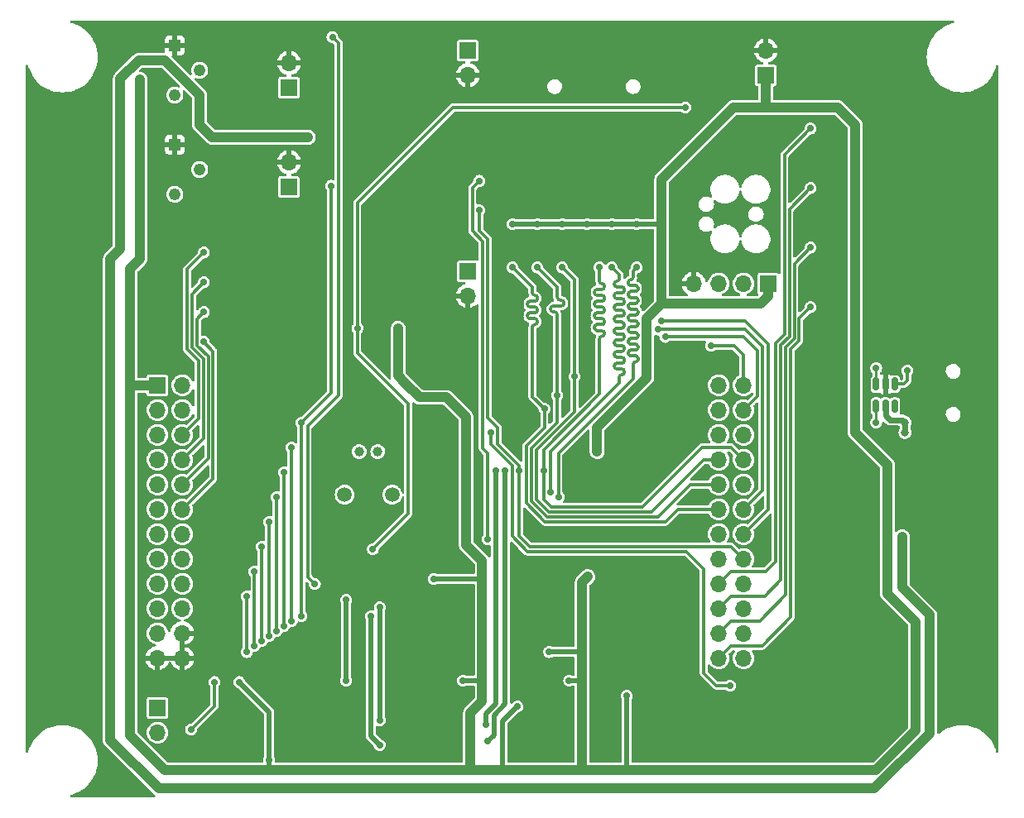
<source format=gbr>
%TF.GenerationSoftware,KiCad,Pcbnew,(6.0.7)*%
%TF.CreationDate,2022-10-04T16:49:08-03:00*%
%TF.ProjectId,Placa_Desenvolvimento_NuttX,506c6163-615f-4446-9573-656e766f6c76,rev?*%
%TF.SameCoordinates,Original*%
%TF.FileFunction,Copper,L2,Bot*%
%TF.FilePolarity,Positive*%
%FSLAX46Y46*%
G04 Gerber Fmt 4.6, Leading zero omitted, Abs format (unit mm)*
G04 Created by KiCad (PCBNEW (6.0.7)) date 2022-10-04 16:49:08*
%MOMM*%
%LPD*%
G01*
G04 APERTURE LIST*
G04 Aperture macros list*
%AMRoundRect*
0 Rectangle with rounded corners*
0 $1 Rounding radius*
0 $2 $3 $4 $5 $6 $7 $8 $9 X,Y pos of 4 corners*
0 Add a 4 corners polygon primitive as box body*
4,1,4,$2,$3,$4,$5,$6,$7,$8,$9,$2,$3,0*
0 Add four circle primitives for the rounded corners*
1,1,$1+$1,$2,$3*
1,1,$1+$1,$4,$5*
1,1,$1+$1,$6,$7*
1,1,$1+$1,$8,$9*
0 Add four rect primitives between the rounded corners*
20,1,$1+$1,$2,$3,$4,$5,0*
20,1,$1+$1,$4,$5,$6,$7,0*
20,1,$1+$1,$6,$7,$8,$9,0*
20,1,$1+$1,$8,$9,$2,$3,0*%
G04 Aperture macros list end*
%TA.AperFunction,ComponentPad*%
%ADD10R,1.700000X1.700000*%
%TD*%
%TA.AperFunction,ComponentPad*%
%ADD11O,1.700000X1.700000*%
%TD*%
%TA.AperFunction,ComponentPad*%
%ADD12R,1.222000X1.222000*%
%TD*%
%TA.AperFunction,ComponentPad*%
%ADD13C,1.222000*%
%TD*%
%TA.AperFunction,ComponentPad*%
%ADD14C,1.500000*%
%TD*%
%TA.AperFunction,ComponentPad*%
%ADD15C,1.000000*%
%TD*%
%TA.AperFunction,SMDPad,CuDef*%
%ADD16RoundRect,0.150000X-0.150000X0.512500X-0.150000X-0.512500X0.150000X-0.512500X0.150000X0.512500X0*%
%TD*%
%TA.AperFunction,ViaPad*%
%ADD17C,0.800000*%
%TD*%
%TA.AperFunction,ViaPad*%
%ADD18C,0.700000*%
%TD*%
%TA.AperFunction,Conductor*%
%ADD19C,1.000000*%
%TD*%
%TA.AperFunction,Conductor*%
%ADD20C,0.300000*%
%TD*%
%TA.AperFunction,Conductor*%
%ADD21C,0.500000*%
%TD*%
%TA.AperFunction,Conductor*%
%ADD22C,0.600000*%
%TD*%
%TA.AperFunction,Conductor*%
%ADD23C,0.250000*%
%TD*%
G04 APERTURE END LIST*
D10*
%TO.P,CN7,1,Pin_1*%
%TO.N,Net-(CN7-Pad1)*%
X127508000Y-70363000D03*
D11*
%TO.P,CN7,2,Pin_2*%
%TO.N,GND*%
X127508000Y-67823000D03*
%TD*%
%TO.P,CN2,1,Pin_1*%
%TO.N,/MCU/USB_D+*%
X171445000Y-100833000D03*
%TO.P,CN2,2,Pin_2*%
%TO.N,/MCU/PA15*%
X173985000Y-100833000D03*
%TO.P,CN2,3,Pin_3*%
%TO.N,/MCU/USB_D-*%
X171445000Y-103373000D03*
%TO.P,CN2,4,Pin_4*%
%TO.N,/MCU/PB4*%
X173985000Y-103373000D03*
%TO.P,CN2,5,Pin_5*%
%TO.N,/MCU/USB_ID*%
X171445000Y-105913000D03*
%TO.P,CN2,6,Pin_6*%
%TO.N,/MCU/PA9*%
X173985000Y-105913000D03*
%TO.P,CN2,7,Pin_7*%
%TO.N,/MCU/SDIO_CMD*%
X171445000Y-108453000D03*
%TO.P,CN2,8,Pin_8*%
%TO.N,/MCU/SDIO_CK*%
X173985000Y-108453000D03*
%TO.P,CN2,9,Pin_9*%
%TO.N,/MCU/SDIO_D3*%
X171445000Y-110993000D03*
%TO.P,CN2,10,Pin_10*%
%TO.N,/MCU/SDIO_D1*%
X173985000Y-110993000D03*
%TO.P,CN2,11,Pin_11*%
%TO.N,/MCU/SDIO_D2*%
X171445000Y-113533000D03*
%TO.P,CN2,12,Pin_12*%
%TO.N,/MCU/PB5*%
X173985000Y-113533000D03*
%TO.P,CN2,13,Pin_13*%
%TO.N,/MCU/SDIO_D0*%
X171445000Y-116073000D03*
%TO.P,CN2,14,Pin_14*%
%TO.N,/MCU/SD_CD*%
X173985000Y-116073000D03*
%TO.P,CN2,15,Pin_15*%
%TO.N,/MCU/PC7*%
X171445000Y-118613000D03*
%TO.P,CN2,16,Pin_16*%
%TO.N,/MCU/PWM_1*%
X173985000Y-118613000D03*
%TO.P,CN2,17,Pin_17*%
%TO.N,/MCU/SWIO_4*%
X171445000Y-121153000D03*
%TO.P,CN2,18,Pin_18*%
%TO.N,/MCU/I2C_SDA*%
X173985000Y-121153000D03*
%TO.P,CN2,19,Pin_19*%
%TO.N,/MCU/SWIO_3*%
X171445000Y-123693000D03*
%TO.P,CN2,20,Pin_20*%
%TO.N,/MCU/I2C_SCL*%
X173985000Y-123693000D03*
%TO.P,CN2,21,Pin_21*%
%TO.N,/MCU/SWIO_2*%
X171445000Y-126233000D03*
%TO.P,CN2,22,Pin_22*%
%TO.N,/MCU/PB9*%
X173985000Y-126233000D03*
%TO.P,CN2,23,Pin_23*%
%TO.N,/MCU/SWIO_1*%
X171445000Y-128773000D03*
%TO.P,CN2,24,Pin_24*%
%TO.N,/MCU/PB12*%
X173985000Y-128773000D03*
%TD*%
D12*
%TO.P,VR1,1*%
%TO.N,GND*%
X115824000Y-66040000D03*
D13*
%TO.P,VR1,2*%
%TO.N,Net-(R22-Pad1)*%
X118364000Y-68580000D03*
%TO.P,VR1,3*%
%TO.N,+3.3V*%
X115824000Y-71120000D03*
%TD*%
D12*
%TO.P,VR2,1*%
%TO.N,GND*%
X115824000Y-76200000D03*
D13*
%TO.P,VR2,2*%
%TO.N,Net-(R24-Pad1)*%
X118364000Y-78740000D03*
%TO.P,VR2,3*%
%TO.N,+3.3V*%
X115824000Y-81280000D03*
%TD*%
D10*
%TO.P,CN6,1,Pin_1*%
%TO.N,+3.3V*%
X176520000Y-90424000D03*
D11*
%TO.P,CN6,2,Pin_2*%
%TO.N,/MCU/SWDIO*%
X173980000Y-90424000D03*
%TO.P,CN6,3,Pin_3*%
%TO.N,/MCU/SWCLK*%
X171440000Y-90424000D03*
%TO.P,CN6,4,Pin_4*%
%TO.N,GND*%
X168900000Y-90424000D03*
%TD*%
D10*
%TO.P,CN4,1,Pin_1*%
%TO.N,+3.3V*%
X114041000Y-100833000D03*
D11*
%TO.P,CN4,2,Pin_2*%
%TO.N,+5V*%
X116581000Y-100833000D03*
%TO.P,CN4,3,Pin_3*%
%TO.N,/MCU/ADC_2*%
X114041000Y-103373000D03*
%TO.P,CN4,4,Pin_4*%
%TO.N,/MCU/PC13*%
X116581000Y-103373000D03*
%TO.P,CN4,5,Pin_5*%
%TO.N,/MCU/PA5*%
X114041000Y-105913000D03*
%TO.P,CN4,6,Pin_6*%
%TO.N,/MCU/LED_1*%
X116581000Y-105913000D03*
%TO.P,CN4,7,Pin_7*%
%TO.N,/MCU/PWM_2*%
X114041000Y-108453000D03*
%TO.P,CN4,8,Pin_8*%
%TO.N,/MCU/LED_2*%
X116581000Y-108453000D03*
%TO.P,CN4,9,Pin_9*%
%TO.N,/MCU/PA7*%
X114041000Y-110993000D03*
%TO.P,CN4,10,Pin_10*%
%TO.N,/MCU/LED_3*%
X116581000Y-110993000D03*
%TO.P,CN4,11,Pin_11*%
%TO.N,/MCU/PC4*%
X114041000Y-113533000D03*
%TO.P,CN4,12,Pin_12*%
%TO.N,/MCU/LED_4*%
X116581000Y-113533000D03*
%TO.P,CN4,13,Pin_13*%
%TO.N,/MCU/PC5*%
X114041000Y-116073000D03*
%TO.P,CN4,14,Pin_14*%
%TO.N,/MCU/ADC_1*%
X116581000Y-116073000D03*
%TO.P,CN4,15,Pin_15*%
%TO.N,/MCU/PB0*%
X114041000Y-118613000D03*
%TO.P,CN4,16,Pin_16*%
%TO.N,/MCU/USART2_RTS*%
X116581000Y-118613000D03*
%TO.P,CN4,17,Pin_17*%
%TO.N,/MCU/PB1*%
X114041000Y-121153000D03*
%TO.P,CN4,18,Pin_18*%
%TO.N,/MCU/USART2_TX*%
X116581000Y-121153000D03*
%TO.P,CN4,19,Pin_19*%
%TO.N,/MCU/PB2*%
X114041000Y-123693000D03*
%TO.P,CN4,20,Pin_20*%
%TO.N,/MCU/USART2_RX*%
X116581000Y-123693000D03*
%TO.P,CN4,21,Pin_21*%
%TO.N,/MCU/TEMP_INT*%
X114041000Y-126233000D03*
%TO.P,CN4,22,Pin_22*%
%TO.N,GND*%
X116581000Y-126233000D03*
%TO.P,CN4,23,Pin_23*%
X114041000Y-128773000D03*
%TO.P,CN4,24,Pin_24*%
X116581000Y-128773000D03*
%TD*%
D14*
%TO.P,X1,1,1*%
%TO.N,/MCU/OSC_IN*%
X133186000Y-112034000D03*
%TO.P,X1,2,2*%
%TO.N,/MCU/OSC_OUT*%
X138066000Y-112034000D03*
%TD*%
D15*
%TO.P,X2,1,1*%
%TO.N,/MCU/OSC32_IN*%
X136586000Y-107632000D03*
%TO.P,X2,2,2*%
%TO.N,/MCU/OSC32_OUT*%
X134686000Y-107632000D03*
%TD*%
D10*
%TO.P,CN10,1,Pin_1*%
%TO.N,/Perif\u00E9ricos/RS485+*%
X114046000Y-133853000D03*
D11*
%TO.P,CN10,2,Pin_2*%
%TO.N,/Perif\u00E9ricos/RS485-*%
X114046000Y-136393000D03*
%TD*%
D10*
%TO.P,CN8,1,Pin_1*%
%TO.N,Net-(CN8-Pad1)*%
X127508000Y-80523000D03*
D11*
%TO.P,CN8,2,Pin_2*%
%TO.N,GND*%
X127508000Y-77983000D03*
%TD*%
D10*
%TO.P,CN12,1,Pin_1*%
%TO.N,+3.3V*%
X176276000Y-69088000D03*
D11*
%TO.P,CN12,2,Pin_2*%
%TO.N,GND*%
X176276000Y-66548000D03*
%TD*%
D10*
%TO.P,CN9,1,Pin_1*%
%TO.N,Net-(CN9-Pad1)*%
X145796000Y-89149000D03*
D11*
%TO.P,CN9,2,Pin_2*%
%TO.N,GND*%
X145796000Y-91689000D03*
%TD*%
D10*
%TO.P,CN11,1,Pin_1*%
%TO.N,Net-(CN11-Pad1)*%
X145796000Y-66548000D03*
D11*
%TO.P,CN11,2,Pin_2*%
%TO.N,GND*%
X145796000Y-69088000D03*
%TD*%
D16*
%TO.P,U2,1,I/O1*%
%TO.N,/MCU/USB_D+*%
X187555500Y-100716500D03*
%TO.P,U2,2,GND*%
%TO.N,GND*%
X188505500Y-100716500D03*
%TO.P,U2,3,I/O2*%
%TO.N,/MCU/USB_ID*%
X189455500Y-100716500D03*
%TO.P,U2,4,I/O3*%
%TO.N,unconnected-(U2-Pad4)*%
X189455500Y-102991500D03*
%TO.P,U2,5,VBUS*%
%TO.N,VBUS*%
X188505500Y-102991500D03*
%TO.P,U2,6,I/O4*%
%TO.N,/MCU/USB_D-*%
X187555500Y-102991500D03*
%TD*%
D17*
%TO.N,+5V*%
X190232000Y-117348000D03*
D18*
X129474000Y-75438000D03*
D17*
X190232000Y-118364000D03*
D18*
X109220000Y-98044000D03*
D17*
X190232000Y-116332000D03*
D18*
%TO.N,GND*%
X143256000Y-135128000D03*
X143256000Y-133096000D03*
X112903000Y-96647000D03*
X140716000Y-69465037D03*
X110236000Y-65024000D03*
X144272000Y-76708000D03*
X125984000Y-74168000D03*
X176276000Y-132080000D03*
X125349000Y-131064000D03*
X155956000Y-119888000D03*
X105122565Y-110712545D03*
X126746000Y-137160000D03*
X168783000Y-84709000D03*
X148717000Y-101981000D03*
X151892000Y-115824000D03*
X187325000Y-137414000D03*
X129413000Y-132080000D03*
X143383000Y-124409200D03*
X186436000Y-111760000D03*
X174879000Y-134493000D03*
X194691000Y-113284000D03*
X186436000Y-65001710D03*
X135128000Y-74168000D03*
X134874000Y-111633000D03*
X180213000Y-91694000D03*
X190246000Y-110617000D03*
X102616000Y-134620000D03*
X140081000Y-83566000D03*
X140716000Y-65024000D03*
X157988000Y-99187000D03*
X122936000Y-95501031D03*
X102582565Y-131063010D03*
X148323606Y-65001710D03*
X180467000Y-100584000D03*
X183896000Y-100584000D03*
X169672000Y-81153000D03*
X198120000Y-103632000D03*
X128270000Y-137160000D03*
X181356000Y-70104000D03*
X163576000Y-65024000D03*
X198120000Y-99568000D03*
X180975000Y-134366000D03*
X167640000Y-120650000D03*
X163322000Y-118999000D03*
X140970000Y-121158000D03*
X178816000Y-65001710D03*
X154178000Y-124460000D03*
X113785263Y-87376000D03*
X146050000Y-119684800D03*
X173736000Y-70104000D03*
X146304000Y-100711000D03*
X114046000Y-70094093D03*
X157607000Y-102108000D03*
X185801000Y-123063000D03*
X142240000Y-103124000D03*
X166116000Y-101727000D03*
X138811000Y-104267000D03*
X153035000Y-129540000D03*
X121285000Y-129413000D03*
X120396000Y-70094093D03*
X194691000Y-117475000D03*
X196850000Y-120269000D03*
X191772000Y-79740000D03*
X195453000Y-110617000D03*
X146812000Y-115824000D03*
X138684000Y-138938000D03*
X199136000Y-110744000D03*
X155944596Y-65023999D03*
X143256000Y-137160000D03*
X154126000Y-116586000D03*
X151638000Y-132207000D03*
X167640000Y-123444000D03*
X107696000Y-115795931D03*
X107950020Y-141970000D03*
X135255000Y-114046000D03*
X159893000Y-138303000D03*
X146939000Y-109855000D03*
X159131000Y-109601000D03*
X102615010Y-105630565D03*
X180467000Y-105664000D03*
X179705000Y-86360000D03*
X195707000Y-96012000D03*
X131826000Y-135636000D03*
X107696000Y-84328000D03*
X194564000Y-93472000D03*
X113919000Y-90424000D03*
X164084000Y-92075000D03*
X161290000Y-106934000D03*
X182372000Y-114808000D03*
X163322000Y-109474000D03*
X105155999Y-90405669D03*
X144145000Y-105664000D03*
X190119000Y-130048000D03*
X131953000Y-117734000D03*
X128016000Y-95504000D03*
X138684000Y-134112000D03*
X107695010Y-70089140D03*
X117833710Y-65001710D03*
X132588000Y-104394000D03*
X113919000Y-84328000D03*
X139319000Y-121158000D03*
X159004000Y-122936000D03*
X198630000Y-133080000D03*
X113870500Y-93472000D03*
X164465000Y-104521000D03*
X160274000Y-133223000D03*
X160909000Y-77343000D03*
X155956000Y-99187000D03*
X122936000Y-77216000D03*
X133096000Y-65023999D03*
X179070000Y-80899000D03*
X190246000Y-89883816D03*
X193040000Y-110617000D03*
X174879000Y-107188000D03*
X157988000Y-88773000D03*
X125476000Y-100584000D03*
X137033000Y-106299000D03*
X140690600Y-115366800D03*
X102609662Y-115823999D03*
X167640000Y-127000000D03*
X155829000Y-96139000D03*
X189103000Y-134366000D03*
X150876000Y-75184000D03*
X180467000Y-111760000D03*
X144653000Y-124409200D03*
X155092400Y-135763000D03*
X151638000Y-134493000D03*
X105148866Y-80251318D03*
X183896000Y-105664000D03*
X196469000Y-117475000D03*
X194312000Y-135366000D03*
X149860000Y-96520000D03*
X135606524Y-100566293D03*
X115951000Y-96647000D03*
X143383000Y-108585000D03*
X161036000Y-82931000D03*
X111252000Y-141970000D03*
X107674700Y-96012000D03*
X194312000Y-74793888D03*
X121158000Y-137160000D03*
X192786000Y-117475000D03*
X166116000Y-75184000D03*
X195580000Y-107696000D03*
X133731000Y-80010000D03*
X121412000Y-126492000D03*
X160274000Y-131699000D03*
X126898400Y-133172200D03*
X130302000Y-114427000D03*
X155956000Y-108458000D03*
X157861000Y-96139000D03*
X180340000Y-129413000D03*
X161417000Y-118999000D03*
X169799000Y-86360000D03*
X191516000Y-70083689D03*
X138684000Y-136652000D03*
X107696000Y-105664000D03*
X121158000Y-133096000D03*
X194312000Y-84820000D03*
X139700000Y-74676000D03*
X179705000Y-137668000D03*
X107696000Y-75184000D03*
X145542000Y-102108000D03*
X131572000Y-138557000D03*
X140081000Y-131445000D03*
X134747000Y-132080000D03*
X154178000Y-126746000D03*
X130429000Y-109601000D03*
X123952000Y-138176000D03*
X155194000Y-133223000D03*
X115316000Y-138811000D03*
X153670000Y-97536000D03*
X157226000Y-70104000D03*
X105156000Y-120904000D03*
X132918200Y-118872000D03*
X178816000Y-74168000D03*
X171196000Y-65024000D03*
X156083000Y-129667000D03*
X182372000Y-109220000D03*
X140081000Y-80264000D03*
X168656000Y-96774000D03*
%TO.N,+3.3V*%
X150876000Y-133707500D03*
X159004000Y-107630000D03*
X122428000Y-131214500D03*
X155448000Y-84328000D03*
X150368000Y-84328000D03*
X149352000Y-140208000D03*
X125476000Y-139192000D03*
X139381000Y-100584000D03*
X185420000Y-88392000D03*
X154112000Y-128143000D03*
D17*
X191582000Y-135128000D03*
D18*
X162052000Y-132606590D03*
X185420000Y-76200000D03*
X157988000Y-84328000D03*
X160528000Y-84328000D03*
X142301000Y-120650000D03*
X158054000Y-120396000D03*
X145602000Y-107609000D03*
X138660500Y-94996000D03*
X156149000Y-131064000D03*
X147254000Y-124460000D03*
X185420000Y-82296000D03*
X165608000Y-84328000D03*
X145602000Y-104074000D03*
X112268000Y-79690000D03*
X163068000Y-84328000D03*
X162052000Y-140208000D03*
X145288000Y-131064000D03*
X137033000Y-140208000D03*
X152908000Y-84328000D03*
X112268000Y-69530000D03*
D17*
X191582000Y-134112000D03*
D18*
X185420000Y-94488000D03*
D17*
X191582000Y-136144000D03*
D18*
%TO.N,/MCU/nRST*%
X136078000Y-117606500D03*
X168021000Y-72390000D03*
X134493000Y-94996000D03*
D17*
%TO.N,VBUS*%
X190500000Y-105664000D03*
X190500000Y-104648000D03*
D18*
%TO.N,/MCU/USB_ID*%
X190754000Y-99314000D03*
%TO.N,/MCU/USB_D+*%
X187555500Y-99060000D03*
%TO.N,/MCU/PA15*%
X170688000Y-96774000D03*
%TO.N,/MCU/USB_D-*%
X187555500Y-104648000D03*
%TO.N,/MCU/SDIO_D2*%
X153626000Y-103251000D03*
X150368000Y-88773000D03*
%TO.N,/MCU/SDIO_D3*%
X154940000Y-101854000D03*
X152908000Y-88773000D03*
%TO.N,/MCU/SDIO_CK*%
X153543000Y-109601000D03*
X159258000Y-88773000D03*
%TO.N,/MCU/SD_CD*%
X165608000Y-94234000D03*
%TO.N,/MCU/SDIO_CMD*%
X155448000Y-88773000D03*
X156718000Y-99949000D03*
%TO.N,/MCU/SDIO_D1*%
X155067000Y-112268000D03*
X163068000Y-88773000D03*
%TO.N,/MCU/PB4*%
X165989000Y-95885000D03*
%TO.N,/MCU/SDIO_D0*%
X154243000Y-111760000D03*
X160528000Y-88773000D03*
%TO.N,/MCU/PB5*%
X165227000Y-95123000D03*
%TO.N,/MCU/PWM_1*%
X151025500Y-109601000D03*
X146954000Y-82905600D03*
%TO.N,/MCU/SWIO_4*%
X180848000Y-74555500D03*
%TO.N,/MCU/I2C_SDA*%
X147828000Y-137263500D03*
X149626000Y-109601000D03*
%TO.N,/MCU/SWIO_3*%
X180848000Y-80645000D03*
%TO.N,/MCU/I2C_SCL*%
X148626000Y-109601000D03*
X147663500Y-135532500D03*
%TO.N,/MCU/SWIO_2*%
X180848000Y-86741000D03*
%TO.N,/MCU/PB9*%
X172593000Y-131572000D03*
X148126000Y-105664000D03*
%TO.N,/MCU/SWIO_1*%
X180848000Y-92837000D03*
%TO.N,/MCU/ADC_2*%
X128778000Y-124460000D03*
X131796000Y-80416400D03*
X128778000Y-104653000D03*
%TO.N,/MCU/PA5*%
X127762000Y-107193000D03*
X127762000Y-124968000D03*
%TO.N,/MCU/LED_1*%
X118788500Y-87249000D03*
%TO.N,/MCU/PWM_2*%
X127000000Y-109733000D03*
X147826500Y-116586000D03*
X146954000Y-79908400D03*
X127000000Y-125476000D03*
%TO.N,/MCU/LED_2*%
X118788500Y-90297000D03*
%TO.N,/MCU/PA7*%
X126238000Y-125984000D03*
X126238000Y-112273000D03*
%TO.N,/MCU/LED_3*%
X118788500Y-93345000D03*
%TO.N,/MCU/PC4*%
X125476000Y-126492000D03*
X125476000Y-114813000D03*
%TO.N,/MCU/LED_4*%
X118788500Y-96393000D03*
%TO.N,/MCU/PC5*%
X124714000Y-127000000D03*
X124714000Y-117353000D03*
%TO.N,/MCU/ADC_1*%
X131938000Y-65176400D03*
X130143719Y-121189281D03*
%TO.N,/MCU/PB0*%
X123961317Y-119893000D03*
X123952000Y-127508000D03*
%TO.N,/MCU/USART2_RTS*%
X133350000Y-122809000D03*
X133350000Y-131064000D03*
%TO.N,/MCU/PB1*%
X123190000Y-122433000D03*
X123190000Y-128143000D03*
%TO.N,/MCU/USART2_TX*%
X136779000Y-135128000D03*
X136779000Y-123571000D03*
%TO.N,/MCU/USART2_RX*%
X135890000Y-124460000D03*
X136779000Y-137668000D03*
%TO.N,Net-(JP13-Pad2)*%
X117475000Y-136077500D03*
X119888000Y-131214500D03*
%TD*%
D19*
%TO.N,+5V*%
X110236000Y-69469000D02*
X110236000Y-86868000D01*
X118364000Y-74168000D02*
X118364000Y-71120000D01*
X190232000Y-121525000D02*
X193040000Y-124333000D01*
X187388500Y-142113000D02*
X114173000Y-142113000D01*
X114173000Y-142113000D02*
X109220000Y-137160000D01*
X109220000Y-87884000D02*
X109220000Y-98044000D01*
X129474000Y-75438000D02*
X119634000Y-75438000D01*
X119634000Y-75438000D02*
X118364000Y-74168000D01*
X112141000Y-67564000D02*
X110236000Y-69469000D01*
X118364000Y-71120000D02*
X114808000Y-67564000D01*
X110236000Y-86868000D02*
X109220000Y-87884000D01*
X193040000Y-136461500D02*
X187388500Y-142113000D01*
X114808000Y-67564000D02*
X112141000Y-67564000D01*
X109220000Y-137160000D02*
X109220000Y-98044000D01*
X190232000Y-116332000D02*
X190232000Y-121525000D01*
X193040000Y-124333000D02*
X193040000Y-136461500D01*
D20*
%TO.N,GND*%
X118105000Y-127510400D02*
X120007600Y-129413000D01*
X116581000Y-128773000D02*
X116581000Y-127510400D01*
X120007600Y-129413000D02*
X121285000Y-129413000D01*
X116581000Y-127510400D02*
X116581000Y-126233000D01*
X116581000Y-127510400D02*
X118105000Y-127510400D01*
D19*
%TO.N,+3.3V*%
X164084000Y-100076000D02*
X164084000Y-93980000D01*
X185420000Y-105664000D02*
X185420000Y-94488000D01*
X145602000Y-117154000D02*
X145602000Y-104074000D01*
D21*
X156149000Y-131064000D02*
X157480000Y-131064000D01*
D19*
X147254000Y-124460000D02*
X147254000Y-120665200D01*
X111257000Y-100833000D02*
X111257000Y-88895000D01*
X188722000Y-122174000D02*
X188722000Y-108966000D01*
X165608000Y-92456000D02*
X165608000Y-84328000D01*
X111257000Y-88895000D02*
X112268000Y-87884000D01*
D21*
X149352000Y-140208000D02*
X149352000Y-135231500D01*
D19*
X159004000Y-107630000D02*
X159004000Y-105156000D01*
X137033000Y-140208000D02*
X125476000Y-140208000D01*
X138660500Y-99863500D02*
X138660500Y-94996000D01*
X147254000Y-131053800D02*
X147254000Y-133162000D01*
X185420000Y-74168000D02*
X183642000Y-72390000D01*
X185420000Y-94488000D02*
X185420000Y-76200000D01*
X146050000Y-140208000D02*
X137033000Y-140208000D01*
X176520000Y-91704000D02*
X176520000Y-90424000D01*
D21*
X165608000Y-84328000D02*
X150368000Y-84328000D01*
D19*
X164084000Y-93980000D02*
X165608000Y-92456000D01*
X176276000Y-72390000D02*
X172974000Y-72390000D01*
D21*
X154112000Y-128143000D02*
X157480000Y-128143000D01*
X125476000Y-134262500D02*
X122428000Y-131214500D01*
D19*
X175768000Y-92456000D02*
X165608000Y-92456000D01*
X145602000Y-104074000D02*
X143602000Y-102074000D01*
X176520000Y-91704000D02*
X175768000Y-92456000D01*
X157480000Y-120970000D02*
X158054000Y-120396000D01*
X187518000Y-140208000D02*
X157480000Y-140208000D01*
D21*
X142301000Y-120650000D02*
X147238800Y-120650000D01*
D19*
X191582000Y-136144000D02*
X187518000Y-140208000D01*
X191582000Y-125034000D02*
X188722000Y-122174000D01*
X139381000Y-100584000D02*
X138660500Y-99863500D01*
X114041000Y-100833000D02*
X111257000Y-100833000D01*
X191582000Y-136144000D02*
X191582000Y-134112000D01*
X159004000Y-105156000D02*
X164084000Y-100076000D01*
D21*
X147238800Y-120650000D02*
X147254000Y-120665200D01*
X147243800Y-131064000D02*
X147254000Y-131053800D01*
D19*
X111257000Y-100833000D02*
X111252000Y-100838000D01*
X157480000Y-128143000D02*
X157480000Y-120970000D01*
X146050000Y-134366000D02*
X146050000Y-140208000D01*
X172974000Y-72390000D02*
X165608000Y-79756000D01*
X143602000Y-102074000D02*
X140871000Y-102074000D01*
X176276000Y-69088000D02*
X176276000Y-72390000D01*
X112268000Y-87884000D02*
X112268000Y-79690000D01*
X147254000Y-133162000D02*
X146050000Y-134366000D01*
X157480000Y-131064000D02*
X157480000Y-128143000D01*
X191582000Y-134112000D02*
X191582000Y-125034000D01*
X185420000Y-76200000D02*
X185420000Y-74168000D01*
X140871000Y-102074000D02*
X139381000Y-100584000D01*
D21*
X162052000Y-140208000D02*
X162052000Y-132606590D01*
D19*
X112268000Y-79690000D02*
X112268000Y-69530000D01*
X111252000Y-100838000D02*
X111252000Y-136652000D01*
X149352000Y-140208000D02*
X146050000Y-140208000D01*
D21*
X125476000Y-139192000D02*
X125476000Y-134262500D01*
D19*
X147254000Y-131053800D02*
X147254000Y-124460000D01*
X111252000Y-136652000D02*
X114808000Y-140208000D01*
X183642000Y-72390000D02*
X176276000Y-72390000D01*
X188722000Y-108966000D02*
X185420000Y-105664000D01*
X114808000Y-140208000D02*
X125476000Y-140208000D01*
X157480000Y-140208000D02*
X157480000Y-131064000D01*
X165608000Y-79756000D02*
X165608000Y-84328000D01*
D21*
X125476000Y-139192000D02*
X125476000Y-140208000D01*
D19*
X147254000Y-120665200D02*
X147254000Y-118806000D01*
X147254000Y-118806000D02*
X145602000Y-117154000D01*
X157480000Y-140208000D02*
X149352000Y-140208000D01*
D21*
X149352000Y-135231500D02*
X150876000Y-133707500D01*
X145288000Y-131064000D02*
X147243800Y-131064000D01*
D20*
%TO.N,/MCU/nRST*%
X144272000Y-72390000D02*
X168021000Y-72390000D01*
X134493000Y-97536000D02*
X134493000Y-94996000D01*
X139700000Y-102743000D02*
X134493000Y-97536000D01*
X136078000Y-117606500D02*
X139700000Y-113984500D01*
X134493000Y-82169000D02*
X144272000Y-72390000D01*
X139700000Y-113984500D02*
X139700000Y-102743000D01*
X134493000Y-94996000D02*
X134493000Y-82169000D01*
D22*
%TO.N,VBUS*%
X189230000Y-104394000D02*
X190246000Y-104394000D01*
X190500000Y-104648000D02*
X190500000Y-105664000D01*
X188976000Y-104394000D02*
X189230000Y-104394000D01*
X188505500Y-102991500D02*
X188505500Y-103923500D01*
X188505500Y-103923500D02*
X188976000Y-104394000D01*
X190246000Y-104394000D02*
X190500000Y-104648000D01*
D20*
%TO.N,/MCU/USB_ID*%
X190367500Y-100716500D02*
X190754000Y-100330000D01*
X189455500Y-100716500D02*
X190367500Y-100716500D01*
X190754000Y-100330000D02*
X190754000Y-99314000D01*
D23*
%TO.N,/MCU/USB_D+*%
X187555500Y-100716500D02*
X187555500Y-99060000D01*
D20*
%TO.N,/MCU/PA15*%
X173028894Y-96774000D02*
X170688000Y-96774000D01*
X173985000Y-97730106D02*
X173028894Y-96774000D01*
X173985000Y-100833000D02*
X173985000Y-97730106D01*
D23*
%TO.N,/MCU/USB_D-*%
X187555500Y-102991500D02*
X187555500Y-104648000D01*
D20*
%TO.N,/MCU/SDIO_D2*%
X151900000Y-93769000D02*
X151900000Y-93669000D01*
X152650000Y-92819000D02*
X152400000Y-92819000D01*
X153626000Y-103251000D02*
X152400000Y-102025000D01*
X167264000Y-113533000D02*
X165989000Y-114808000D01*
X153626000Y-105200000D02*
X153626000Y-103251000D01*
X152150000Y-93419000D02*
X152400000Y-93419000D01*
X151765000Y-112903000D02*
X151765000Y-107061000D01*
X152400000Y-90805000D02*
X150368000Y-88773000D01*
X171445000Y-113533000D02*
X167264000Y-113533000D01*
X165989000Y-114808000D02*
X153670000Y-114808000D01*
X152150000Y-92219000D02*
X152400000Y-92219000D01*
X153670000Y-114808000D02*
X151765000Y-112903000D01*
X152400000Y-93419000D02*
X152650000Y-93419000D01*
X152400000Y-94019000D02*
X152150000Y-94019000D01*
X151765000Y-107061000D02*
X153626000Y-105200000D01*
X152900000Y-93169000D02*
X152900000Y-93069000D01*
X152400000Y-90941112D02*
X152400000Y-90805000D01*
X152900000Y-91969000D02*
X152900000Y-91869000D01*
X152900000Y-94369000D02*
X152900000Y-94269000D01*
X152400000Y-92219000D02*
X152650000Y-92219000D01*
X151900000Y-92569000D02*
X151900000Y-92469000D01*
X152400000Y-91369000D02*
X152400000Y-90941112D01*
X152650000Y-94019000D02*
X152400000Y-94019000D01*
X152400000Y-102025000D02*
X152400000Y-94869000D01*
X152400000Y-92819000D02*
X152150000Y-92819000D01*
X152650000Y-92819000D02*
G75*
G02*
X152900000Y-93069000I0J-250000D01*
G01*
X151900000Y-92569000D02*
G75*
G03*
X152150000Y-92819000I250000J0D01*
G01*
X152150000Y-92219000D02*
G75*
G03*
X151900000Y-92469000I0J-250000D01*
G01*
X152150000Y-93419000D02*
G75*
G03*
X151900000Y-93669000I0J-250000D01*
G01*
X151900000Y-93769000D02*
G75*
G03*
X152150000Y-94019000I250000J0D01*
G01*
X152900000Y-93169000D02*
G75*
G02*
X152650000Y-93419000I-250000J0D01*
G01*
X152400000Y-91369000D02*
G75*
G03*
X152650000Y-91619000I250000J0D01*
G01*
X152900000Y-94369000D02*
G75*
G02*
X152650000Y-94619000I-250000J0D01*
G01*
X152650000Y-91619000D02*
G75*
G02*
X152900000Y-91869000I0J-250000D01*
G01*
X152900000Y-91969000D02*
G75*
G02*
X152650000Y-92219000I-250000J0D01*
G01*
X152650000Y-94019000D02*
G75*
G02*
X152900000Y-94269000I0J-250000D01*
G01*
X152650000Y-94619000D02*
G75*
G03*
X152400000Y-94869000I0J-250000D01*
G01*
%TO.N,/MCU/SDIO_D3*%
X154940000Y-101854000D02*
X154940000Y-104630788D01*
X153877106Y-114308000D02*
X152265000Y-112695894D01*
X155240000Y-92721000D02*
X154540000Y-92721000D01*
X154940000Y-93621000D02*
X154940000Y-93973069D01*
X152908000Y-88773000D02*
X154940000Y-90805000D01*
X154540000Y-93321000D02*
X154640000Y-93321000D01*
X171445000Y-110993000D02*
X168534000Y-110993000D01*
X155240000Y-92121000D02*
X155340000Y-92121000D01*
X165219000Y-114308000D02*
X153877106Y-114308000D01*
X154940000Y-93973069D02*
X154940000Y-101854000D01*
X168534000Y-110993000D02*
X165219000Y-114308000D01*
X152265000Y-112695894D02*
X152265000Y-107305788D01*
X152265000Y-107305788D02*
X154940000Y-104630788D01*
X154940000Y-90805000D02*
X154940000Y-91821000D01*
X155340000Y-92721000D02*
X155240000Y-92721000D01*
X154940000Y-93621000D02*
G75*
G03*
X154640000Y-93321000I-300000J0D01*
G01*
X155240000Y-92121000D02*
G75*
G02*
X154940000Y-91821000I0J300000D01*
G01*
X154540000Y-93321000D02*
G75*
G02*
X154240000Y-93021000I0J300000D01*
G01*
X155640000Y-92421000D02*
G75*
G03*
X155340000Y-92121000I-300000J0D01*
G01*
X154240000Y-93021000D02*
G75*
G02*
X154540000Y-92721000I300000J0D01*
G01*
X155340000Y-92721000D02*
G75*
G03*
X155640000Y-92421000I0J300000D01*
G01*
%TO.N,/MCU/SDIO_CK*%
X159258000Y-91620000D02*
X159508000Y-91620000D01*
X159008000Y-94020000D02*
X159258000Y-94020000D01*
X158758000Y-93670000D02*
X158758000Y-93770000D01*
X163628200Y-113308000D02*
X169748200Y-107188000D01*
X159258000Y-96070000D02*
X159258000Y-96560140D01*
X159008000Y-95220000D02*
X159258000Y-95220000D01*
X158758000Y-94870000D02*
X158758000Y-94970000D01*
X159258000Y-92220000D02*
X159008000Y-92220000D01*
X159258000Y-91020000D02*
X159008000Y-91020000D01*
X159008000Y-92820000D02*
X159258000Y-92820000D01*
X158758000Y-91270000D02*
X158758000Y-91370000D01*
X154291318Y-113308000D02*
X163628200Y-113308000D01*
X159258000Y-92820000D02*
X159508000Y-92820000D01*
X159508000Y-93420000D02*
X159258000Y-93420000D01*
X159258000Y-96560140D02*
X159258000Y-101727000D01*
X159258000Y-88773000D02*
X159258000Y-90170000D01*
X153543000Y-112559682D02*
X154291318Y-113308000D01*
X159758000Y-93070000D02*
X159758000Y-93170000D01*
X159758000Y-95470000D02*
X159758000Y-95570000D01*
X159258000Y-101727000D02*
X153543000Y-107442000D01*
X159258000Y-95220000D02*
X159508000Y-95220000D01*
X159258000Y-94620000D02*
X159008000Y-94620000D01*
X153543000Y-107442000D02*
X153543000Y-109601000D01*
X159508000Y-94620000D02*
X159258000Y-94620000D01*
X153543000Y-109601000D02*
X153543000Y-112559682D01*
X159758000Y-94270000D02*
X159758000Y-94370000D01*
X172720000Y-107188000D02*
X173985000Y-108453000D01*
X159758000Y-90670000D02*
X159758000Y-90770000D01*
X159758000Y-91870000D02*
X159758000Y-91970000D01*
X159508000Y-91020000D02*
X159258000Y-91020000D01*
X169748200Y-107188000D02*
X172720000Y-107188000D01*
X158758000Y-92470000D02*
X158758000Y-92570000D01*
X159258000Y-94020000D02*
X159508000Y-94020000D01*
X159508000Y-92220000D02*
X159258000Y-92220000D01*
X159258000Y-93420000D02*
X159008000Y-93420000D01*
X159008000Y-91620000D02*
X159258000Y-91620000D01*
X159508000Y-92220000D02*
G75*
G03*
X159758000Y-91970000I0J250000D01*
G01*
X159008000Y-91620000D02*
G75*
G02*
X158758000Y-91370000I0J250000D01*
G01*
X159508000Y-90420000D02*
G75*
G02*
X159258000Y-90170000I0J250000D01*
G01*
X159758000Y-94270000D02*
G75*
G03*
X159508000Y-94020000I-250000J0D01*
G01*
X159508000Y-91020000D02*
G75*
G03*
X159758000Y-90770000I0J250000D01*
G01*
X159508000Y-94620000D02*
G75*
G03*
X159758000Y-94370000I0J250000D01*
G01*
X158758000Y-93670000D02*
G75*
G02*
X159008000Y-93420000I250000J0D01*
G01*
X159258000Y-96070000D02*
G75*
G02*
X159508000Y-95820000I250000J0D01*
G01*
X159758000Y-90670000D02*
G75*
G03*
X159508000Y-90420000I-250000J0D01*
G01*
X159508000Y-95820000D02*
G75*
G03*
X159758000Y-95570000I0J250000D01*
G01*
X158758000Y-92470000D02*
G75*
G02*
X159008000Y-92220000I250000J0D01*
G01*
X158758000Y-94870000D02*
G75*
G02*
X159008000Y-94620000I250000J0D01*
G01*
X159758000Y-95470000D02*
G75*
G03*
X159508000Y-95220000I-250000J0D01*
G01*
X159008000Y-94020000D02*
G75*
G02*
X158758000Y-93770000I0J250000D01*
G01*
X159758000Y-93070000D02*
G75*
G03*
X159508000Y-92820000I-250000J0D01*
G01*
X158758000Y-91270000D02*
G75*
G02*
X159008000Y-91020000I250000J0D01*
G01*
X159508000Y-93420000D02*
G75*
G03*
X159758000Y-93170000I0J250000D01*
G01*
X159008000Y-92820000D02*
G75*
G02*
X158758000Y-92570000I0J250000D01*
G01*
X159758000Y-91870000D02*
G75*
G03*
X159508000Y-91620000I-250000J0D01*
G01*
X159008000Y-95220000D02*
G75*
G02*
X158758000Y-94970000I0J250000D01*
G01*
%TO.N,/MCU/SD_CD*%
X176530000Y-113528000D02*
X176530000Y-96647000D01*
X176530000Y-96647000D02*
X174117000Y-94234000D01*
X174117000Y-94234000D02*
X165608000Y-94234000D01*
X173985000Y-116073000D02*
X176530000Y-113528000D01*
%TO.N,/MCU/SDIO_CMD*%
X154084212Y-113808000D02*
X164576000Y-113808000D01*
X169931000Y-108453000D02*
X171445000Y-108453000D01*
X156718000Y-99949000D02*
X156718000Y-90043000D01*
X156718000Y-103559894D02*
X152789606Y-107488288D01*
X152789606Y-112513394D02*
X154084212Y-113808000D01*
X156718000Y-90043000D02*
X155448000Y-88773000D01*
X164576000Y-113808000D02*
X169931000Y-108453000D01*
X156718000Y-99949000D02*
X156718000Y-103559894D01*
X152789606Y-107488288D02*
X152789606Y-112513394D01*
%TO.N,/MCU/SDIO_D1*%
X155067000Y-107768106D02*
X155067000Y-112268000D01*
X162687000Y-96039000D02*
X162462000Y-96039000D01*
X162237000Y-91464000D02*
X162237000Y-91614000D01*
X163187000Y-93289000D02*
X163187000Y-93389000D01*
X162937000Y-94839000D02*
X162687000Y-94839000D01*
X162462000Y-91839000D02*
X162687000Y-91839000D01*
X162237000Y-97464000D02*
X162237000Y-97614000D01*
X162687000Y-94839000D02*
X162462000Y-94839000D01*
X163187000Y-98089000D02*
X163187000Y-98189000D01*
X162687000Y-94239000D02*
X162937000Y-94239000D01*
X162187000Y-90289000D02*
X162187000Y-90389000D01*
X162687000Y-93639000D02*
X162462000Y-93639000D01*
X162437000Y-90639000D02*
X162687000Y-90639000D01*
X163187000Y-96889000D02*
X163187000Y-96989000D01*
X162462000Y-96639000D02*
X162687000Y-96639000D01*
X162687000Y-90639000D02*
X162937000Y-90639000D01*
X162462000Y-94239000D02*
X162687000Y-94239000D01*
X162687000Y-91839000D02*
X162937000Y-91839000D01*
X163187000Y-90889000D02*
X163187000Y-90989000D01*
X162687000Y-97839000D02*
X162937000Y-97839000D01*
X162687000Y-91239000D02*
X162462000Y-91239000D01*
X163187000Y-92089000D02*
X163187000Y-92189000D01*
X162687000Y-98689000D02*
X162687000Y-99585679D01*
X162687000Y-93039000D02*
X162937000Y-93039000D01*
X162687000Y-95439000D02*
X162937000Y-95439000D01*
X163187000Y-95689000D02*
X163187000Y-95789000D01*
X163068000Y-88773000D02*
X162687000Y-89154000D01*
X162937000Y-91239000D02*
X162687000Y-91239000D01*
X163187000Y-94489000D02*
X163187000Y-94589000D01*
X162687000Y-96639000D02*
X162937000Y-96639000D01*
X162687000Y-92439000D02*
X162462000Y-92439000D01*
X162937000Y-96039000D02*
X162687000Y-96039000D01*
X162462000Y-97839000D02*
X162687000Y-97839000D01*
X162687000Y-99585679D02*
X162687000Y-100148106D01*
X162937000Y-97239000D02*
X162687000Y-97239000D01*
X162237000Y-92664000D02*
X162237000Y-92814000D01*
X162462000Y-95439000D02*
X162687000Y-95439000D01*
X162937000Y-93639000D02*
X162687000Y-93639000D01*
X162462000Y-93039000D02*
X162687000Y-93039000D01*
X162237000Y-93864000D02*
X162237000Y-94014000D01*
X162937000Y-92439000D02*
X162687000Y-92439000D01*
X162687000Y-97239000D02*
X162462000Y-97239000D01*
X162687000Y-89154000D02*
X162687000Y-89789000D01*
X162237000Y-95064000D02*
X162237000Y-95214000D01*
X162237000Y-96264000D02*
X162237000Y-96414000D01*
X162687000Y-100148106D02*
X155067000Y-107768106D01*
X162462000Y-95439000D02*
G75*
G02*
X162237000Y-95214000I0J225000D01*
G01*
X162462000Y-96639000D02*
G75*
G02*
X162237000Y-96414000I0J225000D01*
G01*
X163187000Y-92089000D02*
G75*
G03*
X162937000Y-91839000I-250000J0D01*
G01*
X162937000Y-94839000D02*
G75*
G03*
X163187000Y-94589000I0J250000D01*
G01*
X162437000Y-90639000D02*
G75*
G02*
X162187000Y-90389000I0J250000D01*
G01*
X163187000Y-96889000D02*
G75*
G03*
X162937000Y-96639000I-250000J0D01*
G01*
X162462000Y-94239000D02*
G75*
G02*
X162237000Y-94014000I0J225000D01*
G01*
X162937000Y-98439000D02*
G75*
G03*
X163187000Y-98189000I0J250000D01*
G01*
X162437000Y-90039000D02*
G75*
G03*
X162687000Y-89789000I0J250000D01*
G01*
X163187000Y-90889000D02*
G75*
G03*
X162937000Y-90639000I-250000J0D01*
G01*
X162187000Y-90289000D02*
G75*
G02*
X162437000Y-90039000I250000J0D01*
G01*
X163187000Y-94489000D02*
G75*
G03*
X162937000Y-94239000I-250000J0D01*
G01*
X162937000Y-93639000D02*
G75*
G03*
X163187000Y-93389000I0J250000D01*
G01*
X163187000Y-98089000D02*
G75*
G03*
X162937000Y-97839000I-250000J0D01*
G01*
X162937000Y-92439000D02*
G75*
G03*
X163187000Y-92189000I0J250000D01*
G01*
X162937000Y-91239000D02*
G75*
G03*
X163187000Y-90989000I0J250000D01*
G01*
X162462000Y-93039000D02*
G75*
G02*
X162237000Y-92814000I0J225000D01*
G01*
X163187000Y-93289000D02*
G75*
G03*
X162937000Y-93039000I-250000J0D01*
G01*
X162237000Y-95064000D02*
G75*
G02*
X162462000Y-94839000I225000J0D01*
G01*
X162937000Y-96039000D02*
G75*
G03*
X163187000Y-95789000I0J250000D01*
G01*
X162462000Y-97839000D02*
G75*
G02*
X162237000Y-97614000I0J225000D01*
G01*
X162237000Y-92664000D02*
G75*
G02*
X162462000Y-92439000I225000J0D01*
G01*
X162687000Y-98689000D02*
G75*
G02*
X162937000Y-98439000I250000J0D01*
G01*
X162237000Y-96264000D02*
G75*
G02*
X162462000Y-96039000I225000J0D01*
G01*
X162237000Y-91464000D02*
G75*
G02*
X162462000Y-91239000I225000J0D01*
G01*
X162462000Y-91839000D02*
G75*
G02*
X162237000Y-91614000I0J225000D01*
G01*
X162937000Y-97239000D02*
G75*
G03*
X163187000Y-96989000I0J250000D01*
G01*
X163187000Y-95689000D02*
G75*
G03*
X162937000Y-95439000I-250000J0D01*
G01*
X162237000Y-93864000D02*
G75*
G02*
X162462000Y-93639000I225000J0D01*
G01*
X162237000Y-97464000D02*
G75*
G02*
X162462000Y-97239000I225000J0D01*
G01*
%TO.N,/MCU/PB4*%
X175387000Y-101971000D02*
X175387000Y-97282000D01*
X173985000Y-103373000D02*
X175387000Y-101971000D01*
X175387000Y-97282000D02*
X173990000Y-95885000D01*
X173990000Y-95885000D02*
X165989000Y-95885000D01*
%TO.N,/MCU/SDIO_D0*%
X161290000Y-97366000D02*
X161040000Y-97366000D01*
X161040000Y-93166000D02*
X161290000Y-93166000D01*
X161290000Y-100016000D02*
X161290000Y-100584000D01*
X161290000Y-95566000D02*
X161540000Y-95566000D01*
X161790000Y-91016000D02*
X161790000Y-91116000D01*
X161790000Y-99416000D02*
X161790000Y-99516000D01*
X161040000Y-97966000D02*
X161290000Y-97966000D01*
X160790000Y-96416000D02*
X160790000Y-96516000D01*
X161290000Y-94966000D02*
X161040000Y-94966000D01*
X161040000Y-99166000D02*
X161290000Y-99166000D01*
X160790000Y-91616000D02*
X160790000Y-91716000D01*
X161040000Y-95566000D02*
X161290000Y-95566000D01*
X161790000Y-97016000D02*
X161790000Y-97116000D01*
X160790000Y-92816000D02*
X160790000Y-92916000D01*
X161290000Y-91366000D02*
X161040000Y-91366000D01*
X161540000Y-97366000D02*
X161290000Y-97366000D01*
X161290000Y-90766000D02*
X161540000Y-90766000D01*
X161540000Y-94966000D02*
X161290000Y-94966000D01*
X161790000Y-93416000D02*
X161790000Y-93516000D01*
X161040000Y-96766000D02*
X161290000Y-96766000D01*
X161540000Y-91366000D02*
X161290000Y-91366000D01*
X161040000Y-91966000D02*
X161290000Y-91966000D01*
X161790000Y-95816000D02*
X161790000Y-95916000D01*
X161290000Y-96166000D02*
X161040000Y-96166000D01*
X161790000Y-98216000D02*
X161790000Y-98316000D01*
X161540000Y-98566000D02*
X161290000Y-98566000D01*
X161790000Y-94616000D02*
X161790000Y-94716000D01*
X161040000Y-90766000D02*
X161290000Y-90766000D01*
X161290000Y-93166000D02*
X161540000Y-93166000D01*
X160790000Y-94016000D02*
X160790000Y-94116000D01*
X161290000Y-91966000D02*
X161540000Y-91966000D01*
X161290000Y-92566000D02*
X161040000Y-92566000D01*
X161290000Y-96766000D02*
X161540000Y-96766000D01*
X161040000Y-94366000D02*
X161290000Y-94366000D01*
X161290000Y-89535000D02*
X161290000Y-89916000D01*
X161290000Y-99166000D02*
X161540000Y-99166000D01*
X161290000Y-94366000D02*
X161540000Y-94366000D01*
X160528000Y-88773000D02*
X161290000Y-89535000D01*
X161540000Y-92566000D02*
X161290000Y-92566000D01*
X160790000Y-98816000D02*
X160790000Y-98916000D01*
X160790000Y-97616000D02*
X160790000Y-97716000D01*
X160790000Y-90416000D02*
X160790000Y-90516000D01*
X161540000Y-93766000D02*
X161290000Y-93766000D01*
X161290000Y-93766000D02*
X161040000Y-93766000D01*
X161290000Y-100584000D02*
X154243000Y-107631000D01*
X161290000Y-98566000D02*
X161040000Y-98566000D01*
X154243000Y-107631000D02*
X154243000Y-111760000D01*
X161290000Y-97966000D02*
X161540000Y-97966000D01*
X161790000Y-92216000D02*
X161790000Y-92316000D01*
X160790000Y-95216000D02*
X160790000Y-95316000D01*
X161540000Y-96166000D02*
X161290000Y-96166000D01*
X161540000Y-97366000D02*
G75*
G03*
X161790000Y-97116000I0J250000D01*
G01*
X161790000Y-95816000D02*
G75*
G03*
X161540000Y-95566000I-250000J0D01*
G01*
X161790000Y-98216000D02*
G75*
G03*
X161540000Y-97966000I-250000J0D01*
G01*
X161540000Y-92566000D02*
G75*
G03*
X161790000Y-92316000I0J250000D01*
G01*
X161540000Y-99766000D02*
G75*
G03*
X161790000Y-99516000I0J250000D01*
G01*
X161040000Y-95566000D02*
G75*
G02*
X160790000Y-95316000I0J250000D01*
G01*
X161290000Y-100016000D02*
G75*
G02*
X161540000Y-99766000I250000J0D01*
G01*
X161040000Y-90766000D02*
G75*
G02*
X160790000Y-90516000I0J250000D01*
G01*
X161540000Y-96166000D02*
G75*
G03*
X161790000Y-95916000I0J250000D01*
G01*
X161790000Y-94616000D02*
G75*
G03*
X161540000Y-94366000I-250000J0D01*
G01*
X160790000Y-97616000D02*
G75*
G02*
X161040000Y-97366000I250000J0D01*
G01*
X160790000Y-91616000D02*
G75*
G02*
X161040000Y-91366000I250000J0D01*
G01*
X161040000Y-90166000D02*
G75*
G03*
X161290000Y-89916000I0J250000D01*
G01*
X161790000Y-91016000D02*
G75*
G03*
X161540000Y-90766000I-250000J0D01*
G01*
X160790000Y-98816000D02*
G75*
G02*
X161040000Y-98566000I250000J0D01*
G01*
X160790000Y-95216000D02*
G75*
G02*
X161040000Y-94966000I250000J0D01*
G01*
X161040000Y-99166000D02*
G75*
G02*
X160790000Y-98916000I0J250000D01*
G01*
X161540000Y-93766000D02*
G75*
G03*
X161790000Y-93516000I0J250000D01*
G01*
X161040000Y-93166000D02*
G75*
G02*
X160790000Y-92916000I0J250000D01*
G01*
X161040000Y-97966000D02*
G75*
G02*
X160790000Y-97716000I0J250000D01*
G01*
X161790000Y-97016000D02*
G75*
G03*
X161540000Y-96766000I-250000J0D01*
G01*
X161790000Y-99416000D02*
G75*
G03*
X161540000Y-99166000I-250000J0D01*
G01*
X161040000Y-91966000D02*
G75*
G02*
X160790000Y-91716000I0J250000D01*
G01*
X161790000Y-93416000D02*
G75*
G03*
X161540000Y-93166000I-250000J0D01*
G01*
X160790000Y-94016000D02*
G75*
G02*
X161040000Y-93766000I250000J0D01*
G01*
X160790000Y-96416000D02*
G75*
G02*
X161040000Y-96166000I250000J0D01*
G01*
X161040000Y-94366000D02*
G75*
G02*
X160790000Y-94116000I0J250000D01*
G01*
X161540000Y-94966000D02*
G75*
G03*
X161790000Y-94716000I0J250000D01*
G01*
X161040000Y-96766000D02*
G75*
G02*
X160790000Y-96516000I0J250000D01*
G01*
X161790000Y-92216000D02*
G75*
G03*
X161540000Y-91966000I-250000J0D01*
G01*
X161540000Y-91366000D02*
G75*
G03*
X161790000Y-91116000I0J250000D01*
G01*
X161540000Y-98566000D02*
G75*
G03*
X161790000Y-98316000I0J250000D01*
G01*
X160790000Y-90416000D02*
G75*
G02*
X161040000Y-90166000I250000J0D01*
G01*
X160790000Y-92816000D02*
G75*
G02*
X161040000Y-92566000I250000J0D01*
G01*
%TO.N,/MCU/PB5*%
X175895000Y-96901000D02*
X174117000Y-95123000D01*
X173985000Y-113533000D02*
X175895000Y-111623000D01*
X174117000Y-95123000D02*
X165227000Y-95123000D01*
X175895000Y-111623000D02*
X175895000Y-96901000D01*
%TO.N,/MCU/PWM_1*%
X148844000Y-105156000D02*
X147820000Y-104132000D01*
X148844000Y-106861894D02*
X148844000Y-105156000D01*
X146954000Y-85032894D02*
X146954000Y-82905600D01*
X151025500Y-109043394D02*
X148844000Y-106861894D01*
X147820000Y-85898894D02*
X146954000Y-85032894D01*
X151025500Y-116227500D02*
X151025500Y-109601000D01*
X151025500Y-109601000D02*
X151025500Y-109043394D01*
X152146000Y-117348000D02*
X151025500Y-116227500D01*
X172720000Y-117348000D02*
X152146000Y-117348000D01*
X147820000Y-104132000D02*
X147820000Y-85898894D01*
X173985000Y-118613000D02*
X172720000Y-117348000D01*
%TO.N,/MCU/SWIO_4*%
X176276000Y-119888000D02*
X177292000Y-118872000D01*
X178181000Y-77222500D02*
X180848000Y-74555500D01*
X178181000Y-95631000D02*
X178181000Y-77222500D01*
X172710000Y-119888000D02*
X176276000Y-119888000D01*
X171445000Y-121153000D02*
X172710000Y-119888000D01*
X177292000Y-118872000D02*
X177292000Y-96520000D01*
X177292000Y-96520000D02*
X178181000Y-95631000D01*
D21*
%TO.N,/MCU/I2C_SDA*%
X149626000Y-133457000D02*
X148463000Y-134620000D01*
X148463000Y-134620000D02*
X148463000Y-136628500D01*
X148463000Y-136628500D02*
X147828000Y-137263500D01*
X149626000Y-109601000D02*
X149626000Y-133457000D01*
D20*
%TO.N,/MCU/SWIO_3*%
X178681000Y-95838107D02*
X178681000Y-82812000D01*
X178681000Y-82812000D02*
X180848000Y-80645000D01*
X172710000Y-122428000D02*
X176149000Y-122428000D01*
X177800000Y-120777000D02*
X177800000Y-96719106D01*
X171445000Y-123693000D02*
X172710000Y-122428000D01*
X177800000Y-96719106D02*
X178681000Y-95838107D01*
X176149000Y-122428000D02*
X177800000Y-120777000D01*
D21*
%TO.N,/MCU/I2C_SCL*%
X147663500Y-134429550D02*
X147663500Y-135532500D01*
X148626000Y-109601000D02*
X148626000Y-133467050D01*
X148626000Y-133467050D02*
X147663500Y-134429550D01*
D20*
%TO.N,/MCU/SWIO_2*%
X178308000Y-96918213D02*
X179181000Y-96045214D01*
X175641000Y-124968000D02*
X178308000Y-122301000D01*
X178308000Y-122301000D02*
X178308000Y-96918213D01*
X179181000Y-96045214D02*
X179181000Y-88408000D01*
X172710000Y-124968000D02*
X175641000Y-124968000D01*
X179181000Y-88408000D02*
X180848000Y-86741000D01*
X171445000Y-126233000D02*
X172710000Y-124968000D01*
%TO.N,/MCU/PB9*%
X168148000Y-117856000D02*
X169926000Y-119634000D01*
X169926000Y-130302000D02*
X171196000Y-131572000D01*
X169926000Y-119634000D02*
X169926000Y-130302000D01*
X150326000Y-116290000D02*
X151892000Y-117856000D01*
X150326000Y-109051000D02*
X150326000Y-116290000D01*
X151892000Y-117856000D02*
X168148000Y-117856000D01*
X148126000Y-106851000D02*
X150326000Y-109051000D01*
X148126000Y-105664000D02*
X148126000Y-106851000D01*
X171196000Y-131572000D02*
X172593000Y-131572000D01*
%TO.N,/MCU/SWIO_1*%
X179681000Y-96252321D02*
X179681000Y-94004000D01*
X179681000Y-94004000D02*
X180848000Y-92837000D01*
X175895000Y-127508000D02*
X178808000Y-124595000D01*
X178808000Y-124595000D02*
X178808000Y-97125320D01*
X178808000Y-97125320D02*
X179681000Y-96252321D01*
X172710000Y-127508000D02*
X175895000Y-127508000D01*
X171445000Y-128773000D02*
X172710000Y-127508000D01*
%TO.N,/MCU/ADC_2*%
X128778000Y-104653000D02*
X131796000Y-101635000D01*
X128778000Y-124460000D02*
X128778000Y-104653000D01*
X131796000Y-101635000D02*
X131796000Y-80416400D01*
%TO.N,/MCU/PA5*%
X127762000Y-124968000D02*
X127762000Y-107193000D01*
%TO.N,/MCU/LED_1*%
X117088500Y-97166714D02*
X117088500Y-88949000D01*
X118237000Y-98315213D02*
X117088500Y-97166714D01*
X116581000Y-105913000D02*
X118237000Y-104257000D01*
X117088500Y-88949000D02*
X118788500Y-87249000D01*
X118237000Y-104257000D02*
X118237000Y-98315213D01*
%TO.N,/MCU/PWM_2*%
X146254000Y-80608400D02*
X146954000Y-79908400D01*
X147320000Y-107315000D02*
X147320000Y-86106000D01*
X146254000Y-85040000D02*
X146254000Y-80608400D01*
X127000000Y-125476000D02*
X127000000Y-109733000D01*
X147826500Y-109602500D02*
X147828000Y-109601000D01*
X147320000Y-86106000D02*
X146254000Y-85040000D01*
X147828000Y-109601000D02*
X147828000Y-107823000D01*
X147828000Y-107823000D02*
X147320000Y-107315000D01*
X147826500Y-116586000D02*
X147826500Y-109602500D01*
%TO.N,/MCU/LED_2*%
X118737000Y-98108106D02*
X117588500Y-96959607D01*
X117588500Y-91497000D02*
X118788500Y-90297000D01*
X117588500Y-96959607D02*
X117588500Y-91497000D01*
X116581000Y-108453000D02*
X118737000Y-106297000D01*
X118737000Y-106297000D02*
X118737000Y-98108106D01*
%TO.N,/MCU/PA7*%
X126238000Y-125984000D02*
X126238000Y-112273000D01*
%TO.N,/MCU/LED_3*%
X118088500Y-94045000D02*
X118788500Y-93345000D01*
X119237000Y-108337000D02*
X119237000Y-97901000D01*
X116581000Y-110993000D02*
X119237000Y-108337000D01*
X118088500Y-96752500D02*
X118088500Y-94045000D01*
X119237000Y-97901000D02*
X118088500Y-96752500D01*
%TO.N,/MCU/PC4*%
X125476000Y-126492000D02*
X125476000Y-114813000D01*
%TO.N,/MCU/LED_4*%
X119737000Y-110377000D02*
X119737000Y-97341500D01*
X116581000Y-113533000D02*
X119737000Y-110377000D01*
X119737000Y-97341500D02*
X118788500Y-96393000D01*
%TO.N,/MCU/PC5*%
X124714000Y-127000000D02*
X124714000Y-117353000D01*
%TO.N,/MCU/ADC_1*%
X132588000Y-65826400D02*
X131938000Y-65176400D01*
X132588000Y-101854000D02*
X132588000Y-65826400D01*
X130143719Y-121189281D02*
X129413000Y-120458562D01*
X129413000Y-120458562D02*
X129413000Y-105029000D01*
X129413000Y-105029000D02*
X132588000Y-101854000D01*
%TO.N,/MCU/PB0*%
X123952000Y-127508000D02*
X123961317Y-127498683D01*
X123961317Y-127498683D02*
X123961317Y-119893000D01*
D21*
%TO.N,/MCU/USART2_RTS*%
X133350000Y-131064000D02*
X133350000Y-122809000D01*
D20*
%TO.N,/MCU/PB1*%
X123190000Y-128143000D02*
X123190000Y-122433000D01*
D21*
%TO.N,/MCU/USART2_TX*%
X136779000Y-135128000D02*
X136779000Y-123571000D01*
%TO.N,/MCU/USART2_RX*%
X135890000Y-136779000D02*
X136779000Y-137668000D01*
X135890000Y-124460000D02*
X135890000Y-136779000D01*
D20*
%TO.N,Net-(JP13-Pad2)*%
X119888000Y-133664500D02*
X119888000Y-131214500D01*
X117475000Y-136077500D02*
X119888000Y-133664500D01*
%TD*%
%TA.AperFunction,Conductor*%
%TO.N,GND*%
G36*
X195490671Y-63514502D02*
G01*
X195537164Y-63568158D01*
X195547268Y-63638432D01*
X195517774Y-63703012D01*
X195455161Y-63742207D01*
X195216294Y-63806211D01*
X195125122Y-63841209D01*
X194866554Y-63940464D01*
X194866550Y-63940466D01*
X194863478Y-63941645D01*
X194860550Y-63943137D01*
X194860543Y-63943140D01*
X194529692Y-64111717D01*
X194529689Y-64111719D01*
X194526751Y-64113216D01*
X194523985Y-64115012D01*
X194523982Y-64115014D01*
X194316957Y-64249458D01*
X194209802Y-64319045D01*
X193916105Y-64556876D01*
X193648876Y-64824105D01*
X193411045Y-65117802D01*
X193409243Y-65120577D01*
X193229410Y-65397496D01*
X193205216Y-65434751D01*
X193203721Y-65437685D01*
X193203717Y-65437692D01*
X193035140Y-65768543D01*
X193033645Y-65771478D01*
X193032466Y-65774550D01*
X193032464Y-65774554D01*
X193028026Y-65786116D01*
X192898211Y-66124294D01*
X192800399Y-66489335D01*
X192779441Y-66621658D01*
X192742958Y-66852007D01*
X192741280Y-66862600D01*
X192721501Y-67240000D01*
X192741280Y-67617400D01*
X192741793Y-67620640D01*
X192741794Y-67620648D01*
X192760031Y-67735793D01*
X192800399Y-67990665D01*
X192898211Y-68355706D01*
X193033645Y-68708522D01*
X193035137Y-68711450D01*
X193035140Y-68711457D01*
X193201370Y-69037700D01*
X193205216Y-69045249D01*
X193207012Y-69048015D01*
X193207014Y-69048018D01*
X193248309Y-69111607D01*
X193411045Y-69362198D01*
X193648876Y-69655895D01*
X193916105Y-69923124D01*
X194209802Y-70160955D01*
X194526750Y-70366784D01*
X194701792Y-70455972D01*
X194860543Y-70536860D01*
X194860550Y-70536863D01*
X194863478Y-70538355D01*
X194866550Y-70539534D01*
X194866554Y-70539536D01*
X194968361Y-70578616D01*
X195216294Y-70673789D01*
X195581335Y-70771601D01*
X195779758Y-70803028D01*
X195951352Y-70830206D01*
X195951360Y-70830207D01*
X195954600Y-70830720D01*
X196332000Y-70850499D01*
X196709400Y-70830720D01*
X196712640Y-70830207D01*
X196712648Y-70830206D01*
X196884242Y-70803028D01*
X197082665Y-70771601D01*
X197447706Y-70673789D01*
X197695639Y-70578616D01*
X197797446Y-70539536D01*
X197797450Y-70539534D01*
X197800522Y-70538355D01*
X197803450Y-70536863D01*
X197803457Y-70536860D01*
X197962208Y-70455972D01*
X198137250Y-70366784D01*
X198454198Y-70160955D01*
X198747895Y-69923124D01*
X199015124Y-69655895D01*
X199252955Y-69362198D01*
X199415691Y-69111607D01*
X199456986Y-69048018D01*
X199456988Y-69048015D01*
X199458784Y-69045249D01*
X199462631Y-69037700D01*
X199628860Y-68711457D01*
X199628863Y-68711450D01*
X199630355Y-68708522D01*
X199765789Y-68355706D01*
X199802387Y-68219120D01*
X199829793Y-68116839D01*
X199866745Y-68056216D01*
X199930605Y-68025195D01*
X200001100Y-68033623D01*
X200055847Y-68078826D01*
X200077500Y-68149450D01*
X200077500Y-138330550D01*
X200057498Y-138398671D01*
X200003842Y-138445164D01*
X199933568Y-138455268D01*
X199868988Y-138425774D01*
X199829793Y-138363161D01*
X199766644Y-138127485D01*
X199765789Y-138124294D01*
X199651210Y-137825806D01*
X199631536Y-137774554D01*
X199631534Y-137774550D01*
X199630355Y-137771478D01*
X199623489Y-137758002D01*
X199460283Y-137437692D01*
X199460279Y-137437685D01*
X199458784Y-137434751D01*
X199455007Y-137428934D01*
X199254757Y-137120577D01*
X199252955Y-137117802D01*
X199015124Y-136824105D01*
X198747895Y-136556876D01*
X198454198Y-136319045D01*
X198137250Y-136113216D01*
X197922915Y-136004007D01*
X197803457Y-135943140D01*
X197803450Y-135943137D01*
X197800522Y-135941645D01*
X197797450Y-135940466D01*
X197797446Y-135940464D01*
X197669306Y-135891276D01*
X197447706Y-135806211D01*
X197082665Y-135708399D01*
X196884242Y-135676972D01*
X196712648Y-135649794D01*
X196712640Y-135649793D01*
X196709400Y-135649280D01*
X196332000Y-135629501D01*
X195954600Y-135649280D01*
X195951360Y-135649793D01*
X195951352Y-135649794D01*
X195779758Y-135676972D01*
X195581335Y-135708399D01*
X195216294Y-135806211D01*
X194994694Y-135891276D01*
X194866554Y-135940464D01*
X194866550Y-135940466D01*
X194863478Y-135941645D01*
X194860550Y-135943137D01*
X194860543Y-135943140D01*
X194529692Y-136111717D01*
X194529689Y-136111719D01*
X194526751Y-136113216D01*
X194523985Y-136115012D01*
X194523982Y-136115014D01*
X194451048Y-136162378D01*
X194209802Y-136319045D01*
X194207226Y-136321131D01*
X193999794Y-136489106D01*
X193934267Y-136516432D01*
X193864369Y-136503992D01*
X193812292Y-136455738D01*
X193794500Y-136391186D01*
X193794500Y-124399765D01*
X193795933Y-124380815D01*
X193798074Y-124366745D01*
X193798074Y-124366741D01*
X193799174Y-124359511D01*
X193794915Y-124307152D01*
X193794500Y-124296937D01*
X193794500Y-124288947D01*
X193793655Y-124281698D01*
X193791229Y-124260887D01*
X193790796Y-124256513D01*
X193785504Y-124191451D01*
X193785503Y-124191448D01*
X193784910Y-124184153D01*
X193782655Y-124177191D01*
X193781482Y-124171323D01*
X193780110Y-124165517D01*
X193779262Y-124158246D01*
X193754478Y-124089968D01*
X193753057Y-124085827D01*
X193732946Y-124023745D01*
X193732945Y-124023742D01*
X193730689Y-124016779D01*
X193726891Y-124010520D01*
X193724397Y-124005073D01*
X193721729Y-123999746D01*
X193719232Y-123992866D01*
X193679426Y-123932152D01*
X193677079Y-123928432D01*
X193642332Y-123871170D01*
X193642329Y-123871166D01*
X193639417Y-123866367D01*
X193634461Y-123860755D01*
X193632051Y-123858027D01*
X193632077Y-123858004D01*
X193629377Y-123854961D01*
X193626782Y-123851857D01*
X193622766Y-123845732D01*
X193566854Y-123792766D01*
X193564413Y-123790389D01*
X191023405Y-121249381D01*
X190989379Y-121187069D01*
X190986500Y-121160286D01*
X190986500Y-116287947D01*
X190971262Y-116157246D01*
X190967067Y-116145687D01*
X190913729Y-115998745D01*
X190911232Y-115991866D01*
X190814766Y-115844732D01*
X190687040Y-115723736D01*
X190534904Y-115635368D01*
X190366520Y-115584370D01*
X190190920Y-115573476D01*
X190183704Y-115574716D01*
X190183702Y-115574716D01*
X190024738Y-115602031D01*
X190024736Y-115602032D01*
X190017523Y-115603271D01*
X189855632Y-115672156D01*
X189713929Y-115776437D01*
X189709187Y-115782019D01*
X189698526Y-115794568D01*
X189639177Y-115833534D01*
X189568184Y-115834227D01*
X189508086Y-115796429D01*
X189477964Y-115732139D01*
X189476500Y-115712990D01*
X189476500Y-109032766D01*
X189477933Y-109013816D01*
X189480074Y-108999746D01*
X189480074Y-108999740D01*
X189481174Y-108992511D01*
X189476915Y-108940152D01*
X189476500Y-108929937D01*
X189476500Y-108921947D01*
X189473226Y-108893865D01*
X189472795Y-108889509D01*
X189466910Y-108817152D01*
X189464653Y-108810186D01*
X189463481Y-108804318D01*
X189462110Y-108798517D01*
X189461262Y-108791246D01*
X189436477Y-108722965D01*
X189435051Y-108718810D01*
X189414945Y-108656744D01*
X189414944Y-108656741D01*
X189412688Y-108649778D01*
X189408889Y-108643518D01*
X189406390Y-108638059D01*
X189403729Y-108632744D01*
X189401232Y-108625866D01*
X189397224Y-108619752D01*
X189397220Y-108619745D01*
X189361408Y-108565124D01*
X189359061Y-108561404D01*
X189351598Y-108549105D01*
X189321416Y-108499367D01*
X189314050Y-108491026D01*
X189314075Y-108491004D01*
X189311385Y-108487970D01*
X189308781Y-108484855D01*
X189304766Y-108478732D01*
X189248854Y-108425766D01*
X189246413Y-108423389D01*
X186211405Y-105388381D01*
X186177379Y-105326069D01*
X186174500Y-105299286D01*
X186174500Y-104648000D01*
X186945784Y-104648000D01*
X186966560Y-104805806D01*
X186969718Y-104813430D01*
X186969719Y-104813434D01*
X187024309Y-104945227D01*
X187027470Y-104952858D01*
X187032497Y-104959409D01*
X187032498Y-104959411D01*
X187093752Y-105039238D01*
X187124366Y-105079134D01*
X187130916Y-105084160D01*
X187243799Y-105170779D01*
X187250642Y-105176030D01*
X187258272Y-105179190D01*
X187258273Y-105179191D01*
X187390066Y-105233781D01*
X187390070Y-105233782D01*
X187397694Y-105236940D01*
X187555500Y-105257716D01*
X187713306Y-105236940D01*
X187720930Y-105233782D01*
X187720934Y-105233781D01*
X187852727Y-105179191D01*
X187852728Y-105179190D01*
X187860358Y-105176030D01*
X187867202Y-105170779D01*
X187980084Y-105084160D01*
X187986634Y-105079134D01*
X188017248Y-105039238D01*
X188078502Y-104959411D01*
X188078503Y-104959409D01*
X188083530Y-104952858D01*
X188086691Y-104945227D01*
X188141281Y-104813434D01*
X188141282Y-104813430D01*
X188144440Y-104805806D01*
X188145517Y-104797626D01*
X188145518Y-104797622D01*
X188164511Y-104653358D01*
X188193234Y-104588431D01*
X188252499Y-104549340D01*
X188323491Y-104548495D01*
X188378528Y-104580709D01*
X188531367Y-104733549D01*
X188573255Y-104775437D01*
X188576907Y-104779245D01*
X188619226Y-104825266D01*
X188656505Y-104848380D01*
X188666268Y-104855089D01*
X188682554Y-104867451D01*
X188692638Y-104875105D01*
X188701234Y-104881630D01*
X188714248Y-104886782D01*
X188715394Y-104887236D01*
X188735403Y-104897299D01*
X188748344Y-104905323D01*
X188758474Y-104908266D01*
X188790476Y-104917564D01*
X188801705Y-104921409D01*
X188834502Y-104934394D01*
X188834510Y-104934396D01*
X188842489Y-104937555D01*
X188857619Y-104939145D01*
X188879604Y-104943458D01*
X188894235Y-104947709D01*
X188900819Y-104948192D01*
X188900822Y-104948193D01*
X188901521Y-104948244D01*
X188905007Y-104948500D01*
X188940013Y-104948500D01*
X188953183Y-104949190D01*
X188993580Y-104953436D01*
X189002047Y-104952004D01*
X189002048Y-104952004D01*
X189012335Y-104950264D01*
X189033347Y-104948500D01*
X189819500Y-104948500D01*
X189887621Y-104968502D01*
X189934114Y-105022158D01*
X189945500Y-105074500D01*
X189945500Y-105274819D01*
X189925304Y-105338677D01*
X189926907Y-105339536D01*
X189923320Y-105346226D01*
X189918950Y-105352444D01*
X189861406Y-105500037D01*
X189860414Y-105507570D01*
X189860414Y-105507571D01*
X189844263Y-105630255D01*
X189840729Y-105657096D01*
X189845473Y-105700063D01*
X189857119Y-105805549D01*
X189858113Y-105814553D01*
X189860723Y-105821684D01*
X189860723Y-105821686D01*
X189895495Y-105916704D01*
X189912553Y-105963319D01*
X189916789Y-105969622D01*
X189916789Y-105969623D01*
X189980772Y-106064839D01*
X190000908Y-106094805D01*
X190006527Y-106099918D01*
X190006528Y-106099919D01*
X190079542Y-106166356D01*
X190118076Y-106201419D01*
X190257293Y-106277008D01*
X190410522Y-106317207D01*
X190494477Y-106318526D01*
X190561319Y-106319576D01*
X190561322Y-106319576D01*
X190568916Y-106319695D01*
X190723332Y-106284329D01*
X190793742Y-106248917D01*
X190858072Y-106216563D01*
X190858075Y-106216561D01*
X190864855Y-106213151D01*
X190870626Y-106208222D01*
X190870629Y-106208220D01*
X190979536Y-106115204D01*
X190979536Y-106115203D01*
X190985314Y-106110269D01*
X191077755Y-105981624D01*
X191136842Y-105834641D01*
X191154858Y-105708053D01*
X191158581Y-105681891D01*
X191158581Y-105681888D01*
X191159162Y-105677807D01*
X191159307Y-105664000D01*
X191140276Y-105506733D01*
X191084280Y-105358546D01*
X191076661Y-105347460D01*
X191054500Y-105276092D01*
X191054500Y-105038382D01*
X191070085Y-104977682D01*
X191073324Y-104971791D01*
X191077755Y-104965624D01*
X191084362Y-104949190D01*
X191113607Y-104876440D01*
X191136842Y-104818641D01*
X191159162Y-104661807D01*
X191159251Y-104653358D01*
X191159264Y-104652134D01*
X191159264Y-104652128D01*
X191159307Y-104648000D01*
X191140276Y-104490733D01*
X191084280Y-104342546D01*
X191048147Y-104289972D01*
X190998855Y-104218251D01*
X190998854Y-104218249D01*
X190994553Y-104211992D01*
X190987826Y-104205998D01*
X190958260Y-104179656D01*
X190876275Y-104106611D01*
X190736274Y-104032484D01*
X190728912Y-104030635D01*
X190728910Y-104030634D01*
X190705121Y-104024659D01*
X190682625Y-104019008D01*
X190620575Y-103982092D01*
X190602774Y-103962734D01*
X190565494Y-103939619D01*
X190555712Y-103932896D01*
X190527605Y-103911562D01*
X190527606Y-103911562D01*
X190520765Y-103906370D01*
X190511053Y-103902525D01*
X190506604Y-103900763D01*
X190486598Y-103890700D01*
X190480963Y-103887206D01*
X190480954Y-103887202D01*
X190473656Y-103882677D01*
X190431521Y-103870435D01*
X190420298Y-103866593D01*
X190379510Y-103850444D01*
X190365902Y-103849013D01*
X190364367Y-103848852D01*
X190342394Y-103844541D01*
X190330481Y-103841080D01*
X194671476Y-103841080D01*
X194672716Y-103848296D01*
X194672716Y-103848298D01*
X194699766Y-104005718D01*
X194701271Y-104014477D01*
X194770156Y-104176368D01*
X194874437Y-104318071D01*
X195008520Y-104431982D01*
X195046908Y-104451584D01*
X195158695Y-104508666D01*
X195158700Y-104508668D01*
X195165212Y-104511993D01*
X195172318Y-104513732D01*
X195172321Y-104513733D01*
X195253710Y-104533648D01*
X195336108Y-104553811D01*
X195341710Y-104554159D01*
X195341713Y-104554159D01*
X195345275Y-104554380D01*
X195345284Y-104554380D01*
X195347214Y-104554500D01*
X195474053Y-104554500D01*
X195565950Y-104543786D01*
X195597482Y-104540110D01*
X195597484Y-104540110D01*
X195604754Y-104539262D01*
X195611631Y-104536766D01*
X195611634Y-104536765D01*
X195763255Y-104481729D01*
X195770134Y-104479232D01*
X195776251Y-104475222D01*
X195776254Y-104475220D01*
X195874131Y-104411048D01*
X195917268Y-104382766D01*
X196038264Y-104255040D01*
X196126632Y-104102904D01*
X196177630Y-103934520D01*
X196188524Y-103758920D01*
X196186372Y-103746392D01*
X196159969Y-103592738D01*
X196159968Y-103592736D01*
X196158729Y-103585523D01*
X196089844Y-103423632D01*
X195985563Y-103281929D01*
X195851480Y-103168018D01*
X195758947Y-103120768D01*
X195701305Y-103091334D01*
X195701300Y-103091332D01*
X195694788Y-103088007D01*
X195687682Y-103086268D01*
X195687679Y-103086267D01*
X195587566Y-103061770D01*
X195523892Y-103046189D01*
X195518290Y-103045841D01*
X195518287Y-103045841D01*
X195514725Y-103045620D01*
X195514716Y-103045620D01*
X195512786Y-103045500D01*
X195385947Y-103045500D01*
X195294050Y-103056214D01*
X195262518Y-103059890D01*
X195262516Y-103059890D01*
X195255246Y-103060738D01*
X195248369Y-103063234D01*
X195248366Y-103063235D01*
X195121234Y-103109382D01*
X195089866Y-103120768D01*
X195083749Y-103124778D01*
X195083746Y-103124780D01*
X195048155Y-103148115D01*
X194942732Y-103217234D01*
X194821736Y-103344960D01*
X194733368Y-103497096D01*
X194682370Y-103665480D01*
X194671476Y-103841080D01*
X190330481Y-103841080D01*
X190327765Y-103840291D01*
X190316993Y-103839500D01*
X190281995Y-103839500D01*
X190268824Y-103838810D01*
X190258607Y-103837736D01*
X190254773Y-103837333D01*
X190236963Y-103835461D01*
X190228419Y-103834563D01*
X190209654Y-103837737D01*
X190188652Y-103839500D01*
X190094149Y-103839500D01*
X190026028Y-103819498D01*
X189979535Y-103765842D01*
X189969431Y-103695568D01*
X189981882Y-103656298D01*
X189990496Y-103639392D01*
X189990497Y-103639388D01*
X189994998Y-103630555D01*
X190010000Y-103535834D01*
X190010000Y-102447166D01*
X189994998Y-102352445D01*
X189936826Y-102238277D01*
X189846223Y-102147674D01*
X189732055Y-102089502D01*
X189637334Y-102074500D01*
X189273666Y-102074500D01*
X189178945Y-102089502D01*
X189123975Y-102117511D01*
X189073610Y-102143173D01*
X189073609Y-102143174D01*
X189064777Y-102147674D01*
X189057766Y-102154685D01*
X189054562Y-102157013D01*
X188987695Y-102180872D01*
X188918543Y-102164793D01*
X188906438Y-102157013D01*
X188903234Y-102154685D01*
X188896223Y-102147674D01*
X188887391Y-102143174D01*
X188887390Y-102143173D01*
X188837025Y-102117511D01*
X188782055Y-102089502D01*
X188687334Y-102074500D01*
X188323666Y-102074500D01*
X188228945Y-102089502D01*
X188173975Y-102117511D01*
X188123610Y-102143173D01*
X188123609Y-102143174D01*
X188114777Y-102147674D01*
X188107766Y-102154685D01*
X188104562Y-102157013D01*
X188037695Y-102180872D01*
X187968543Y-102164793D01*
X187956438Y-102157013D01*
X187953234Y-102154685D01*
X187946223Y-102147674D01*
X187937391Y-102143174D01*
X187937390Y-102143173D01*
X187887025Y-102117511D01*
X187832055Y-102089502D01*
X187737334Y-102074500D01*
X187373666Y-102074500D01*
X187278945Y-102089502D01*
X187164777Y-102147674D01*
X187074174Y-102238277D01*
X187016002Y-102352445D01*
X187001000Y-102447166D01*
X187001000Y-103535834D01*
X187016002Y-103630555D01*
X187074174Y-103744723D01*
X187139095Y-103809644D01*
X187173121Y-103871956D01*
X187176000Y-103898739D01*
X187176000Y-104115109D01*
X187155998Y-104183230D01*
X187135870Y-104205110D01*
X187136758Y-104205998D01*
X187130916Y-104211840D01*
X187124366Y-104216866D01*
X187119340Y-104223416D01*
X187119337Y-104223419D01*
X187043068Y-104322814D01*
X187027470Y-104343142D01*
X187024310Y-104350772D01*
X187024309Y-104350773D01*
X186969719Y-104482566D01*
X186969718Y-104482570D01*
X186966560Y-104490194D01*
X186945784Y-104648000D01*
X186174500Y-104648000D01*
X186174500Y-99060000D01*
X186945784Y-99060000D01*
X186966560Y-99217806D01*
X186969718Y-99225430D01*
X186969719Y-99225434D01*
X187024309Y-99357227D01*
X187027470Y-99364858D01*
X187032497Y-99371409D01*
X187032498Y-99371411D01*
X187119337Y-99484581D01*
X187119340Y-99484584D01*
X187124366Y-99491134D01*
X187130916Y-99496160D01*
X187136758Y-99502002D01*
X187134777Y-99503983D01*
X187168574Y-99550274D01*
X187176000Y-99592891D01*
X187176000Y-99809261D01*
X187155998Y-99877382D01*
X187139095Y-99898356D01*
X187074174Y-99963277D01*
X187016002Y-100077445D01*
X187001000Y-100172166D01*
X187001000Y-101260834D01*
X187016002Y-101355555D01*
X187074174Y-101469723D01*
X187164777Y-101560326D01*
X187278945Y-101618498D01*
X187373666Y-101633500D01*
X187737334Y-101633500D01*
X187832055Y-101618498D01*
X187840891Y-101613996D01*
X187856327Y-101606131D01*
X187926104Y-101593026D01*
X187989710Y-101618034D01*
X188085539Y-101690772D01*
X188100365Y-101699125D01*
X188220124Y-101746541D01*
X188234199Y-101750116D01*
X188247890Y-101747833D01*
X188251500Y-101735008D01*
X188251500Y-101734291D01*
X188759500Y-101734291D01*
X188763606Y-101748273D01*
X188776299Y-101750243D01*
X188790876Y-101746541D01*
X188910635Y-101699125D01*
X188925461Y-101690772D01*
X189021290Y-101618034D01*
X189087644Y-101592781D01*
X189154673Y-101606131D01*
X189170109Y-101613996D01*
X189178945Y-101618498D01*
X189273666Y-101633500D01*
X189637334Y-101633500D01*
X189732055Y-101618498D01*
X189846223Y-101560326D01*
X189936826Y-101469723D01*
X189994998Y-101355555D01*
X190010000Y-101260834D01*
X190010000Y-101247000D01*
X190030002Y-101178879D01*
X190083658Y-101132386D01*
X190136000Y-101121000D01*
X190431566Y-101121000D01*
X190440998Y-101117935D01*
X190441000Y-101117935D01*
X190452787Y-101114105D01*
X190472013Y-101109489D01*
X190484262Y-101107549D01*
X190494055Y-101105998D01*
X190513939Y-101095866D01*
X190532205Y-101088301D01*
X190543996Y-101084470D01*
X190553429Y-101081405D01*
X190571489Y-101068284D01*
X190588346Y-101057954D01*
X190608223Y-101047826D01*
X190631001Y-101025048D01*
X190631016Y-101025034D01*
X191062535Y-100593514D01*
X191085326Y-100570723D01*
X191095456Y-100550842D01*
X191105787Y-100533983D01*
X191113077Y-100523950D01*
X191113078Y-100523948D01*
X191118905Y-100515928D01*
X191121969Y-100506499D01*
X191121971Y-100506494D01*
X191125803Y-100494700D01*
X191133370Y-100476432D01*
X191138995Y-100465393D01*
X191138996Y-100465391D01*
X191143498Y-100456555D01*
X191146989Y-100434513D01*
X191151605Y-100415287D01*
X191155435Y-100403500D01*
X191155435Y-100403498D01*
X191158500Y-100394066D01*
X191158500Y-99822434D01*
X191178502Y-99754313D01*
X191185607Y-99745497D01*
X191185134Y-99745134D01*
X191277002Y-99625411D01*
X191277003Y-99625409D01*
X191282030Y-99618858D01*
X191301265Y-99572420D01*
X191339781Y-99479434D01*
X191339782Y-99479430D01*
X191342940Y-99471806D01*
X191346985Y-99441080D01*
X194671476Y-99441080D01*
X194672716Y-99448296D01*
X194672716Y-99448298D01*
X194700031Y-99607262D01*
X194701271Y-99614477D01*
X194770156Y-99776368D01*
X194874437Y-99918071D01*
X195008520Y-100031982D01*
X195020386Y-100038041D01*
X195158695Y-100108666D01*
X195158700Y-100108668D01*
X195165212Y-100111993D01*
X195172318Y-100113732D01*
X195172321Y-100113733D01*
X195253710Y-100133648D01*
X195336108Y-100153811D01*
X195341710Y-100154159D01*
X195341713Y-100154159D01*
X195345275Y-100154380D01*
X195345284Y-100154380D01*
X195347214Y-100154500D01*
X195474053Y-100154500D01*
X195568172Y-100143527D01*
X195597482Y-100140110D01*
X195597484Y-100140110D01*
X195604754Y-100139262D01*
X195611631Y-100136766D01*
X195611634Y-100136765D01*
X195763255Y-100081729D01*
X195770134Y-100079232D01*
X195776251Y-100075222D01*
X195776254Y-100075220D01*
X195883281Y-100005049D01*
X195917268Y-99982766D01*
X196038264Y-99855040D01*
X196126632Y-99702904D01*
X196177630Y-99534520D01*
X196188524Y-99358920D01*
X196182213Y-99322188D01*
X196159969Y-99192738D01*
X196159968Y-99192736D01*
X196158729Y-99185523D01*
X196089844Y-99023632D01*
X195985563Y-98881929D01*
X195851480Y-98768018D01*
X195780289Y-98731666D01*
X195701305Y-98691334D01*
X195701300Y-98691332D01*
X195694788Y-98688007D01*
X195687682Y-98686268D01*
X195687679Y-98686267D01*
X195591612Y-98662760D01*
X195523892Y-98646189D01*
X195518290Y-98645841D01*
X195518287Y-98645841D01*
X195514725Y-98645620D01*
X195514716Y-98645620D01*
X195512786Y-98645500D01*
X195385947Y-98645500D01*
X195294050Y-98656214D01*
X195262518Y-98659890D01*
X195262516Y-98659890D01*
X195255246Y-98660738D01*
X195248369Y-98663234D01*
X195248366Y-98663235D01*
X195104781Y-98715354D01*
X195089866Y-98720768D01*
X195083749Y-98724778D01*
X195083746Y-98724780D01*
X195047432Y-98748589D01*
X194942732Y-98817234D01*
X194821736Y-98944960D01*
X194733368Y-99097096D01*
X194682370Y-99265480D01*
X194671476Y-99441080D01*
X191346985Y-99441080D01*
X191363716Y-99314000D01*
X191342940Y-99156194D01*
X191339782Y-99148570D01*
X191339781Y-99148566D01*
X191285191Y-99016773D01*
X191285190Y-99016772D01*
X191282030Y-99009142D01*
X191275272Y-99000334D01*
X191190160Y-98889416D01*
X191185134Y-98882866D01*
X191114087Y-98828349D01*
X191065411Y-98790998D01*
X191065409Y-98790997D01*
X191058858Y-98785970D01*
X191051227Y-98782809D01*
X190919434Y-98728219D01*
X190919430Y-98728218D01*
X190911806Y-98725060D01*
X190754000Y-98704284D01*
X190596194Y-98725060D01*
X190588570Y-98728218D01*
X190588566Y-98728219D01*
X190456773Y-98782809D01*
X190449142Y-98785970D01*
X190442591Y-98790997D01*
X190442589Y-98790998D01*
X190393913Y-98828349D01*
X190322866Y-98882866D01*
X190317840Y-98889416D01*
X190232729Y-99000334D01*
X190225970Y-99009142D01*
X190222810Y-99016772D01*
X190222809Y-99016773D01*
X190168219Y-99148566D01*
X190168218Y-99148570D01*
X190165060Y-99156194D01*
X190144284Y-99314000D01*
X190165060Y-99471806D01*
X190168218Y-99479430D01*
X190168219Y-99479434D01*
X190206735Y-99572420D01*
X190225970Y-99618858D01*
X190230997Y-99625409D01*
X190230998Y-99625411D01*
X190322866Y-99745134D01*
X190320167Y-99747205D01*
X190346621Y-99795651D01*
X190349500Y-99822434D01*
X190349500Y-100110260D01*
X190329498Y-100178381D01*
X190312595Y-100199356D01*
X190236854Y-100275096D01*
X190174541Y-100309121D01*
X190147759Y-100312000D01*
X190136000Y-100312000D01*
X190067879Y-100291998D01*
X190021386Y-100238342D01*
X190010000Y-100186000D01*
X190010000Y-100172166D01*
X189994998Y-100077445D01*
X189936826Y-99963277D01*
X189846223Y-99872674D01*
X189732055Y-99814502D01*
X189637334Y-99799500D01*
X189273666Y-99799500D01*
X189178945Y-99814502D01*
X189170110Y-99819004D01*
X189170109Y-99819004D01*
X189154673Y-99826869D01*
X189084896Y-99839974D01*
X189021290Y-99814966D01*
X188925461Y-99742228D01*
X188910635Y-99733875D01*
X188790876Y-99686459D01*
X188776801Y-99682884D01*
X188763110Y-99685167D01*
X188759500Y-99697992D01*
X188759500Y-101734291D01*
X188251500Y-101734291D01*
X188251500Y-99698709D01*
X188247394Y-99684727D01*
X188234701Y-99682757D01*
X188220125Y-99686459D01*
X188107383Y-99731096D01*
X188036683Y-99737575D01*
X187973703Y-99704803D01*
X187938439Y-99643183D01*
X187935000Y-99613944D01*
X187935000Y-99592891D01*
X187955002Y-99524770D01*
X187975130Y-99502890D01*
X187974242Y-99502002D01*
X187980084Y-99496160D01*
X187986634Y-99491134D01*
X187991660Y-99484584D01*
X187991663Y-99484581D01*
X188078502Y-99371411D01*
X188078503Y-99371409D01*
X188083530Y-99364858D01*
X188086691Y-99357227D01*
X188141281Y-99225434D01*
X188141282Y-99225430D01*
X188144440Y-99217806D01*
X188165216Y-99060000D01*
X188144440Y-98902194D01*
X188141282Y-98894570D01*
X188141281Y-98894566D01*
X188086691Y-98762773D01*
X188086690Y-98762772D01*
X188083530Y-98755142D01*
X188057768Y-98721568D01*
X187991660Y-98635416D01*
X187986634Y-98628866D01*
X187951327Y-98601774D01*
X187866911Y-98536998D01*
X187866909Y-98536997D01*
X187860358Y-98531970D01*
X187852727Y-98528809D01*
X187720934Y-98474219D01*
X187720930Y-98474218D01*
X187713306Y-98471060D01*
X187555500Y-98450284D01*
X187397694Y-98471060D01*
X187390070Y-98474218D01*
X187390066Y-98474219D01*
X187258273Y-98528809D01*
X187250642Y-98531970D01*
X187244091Y-98536997D01*
X187244089Y-98536998D01*
X187159673Y-98601774D01*
X187124366Y-98628866D01*
X187119340Y-98635416D01*
X187053233Y-98721568D01*
X187027470Y-98755142D01*
X187024310Y-98762772D01*
X187024309Y-98762773D01*
X186969719Y-98894566D01*
X186969718Y-98894570D01*
X186966560Y-98902194D01*
X186945784Y-99060000D01*
X186174500Y-99060000D01*
X186174500Y-74234765D01*
X186175933Y-74215815D01*
X186178074Y-74201745D01*
X186178074Y-74201741D01*
X186179174Y-74194511D01*
X186174915Y-74142152D01*
X186174500Y-74131937D01*
X186174500Y-74123947D01*
X186171852Y-74101235D01*
X186171229Y-74095887D01*
X186170796Y-74091513D01*
X186165504Y-74026451D01*
X186165503Y-74026448D01*
X186164910Y-74019153D01*
X186162655Y-74012191D01*
X186161482Y-74006323D01*
X186160110Y-74000517D01*
X186159262Y-73993246D01*
X186134478Y-73924968D01*
X186133057Y-73920827D01*
X186112946Y-73858745D01*
X186112945Y-73858742D01*
X186110689Y-73851779D01*
X186106891Y-73845520D01*
X186104397Y-73840073D01*
X186101729Y-73834746D01*
X186099232Y-73827866D01*
X186059426Y-73767152D01*
X186057079Y-73763432D01*
X186022332Y-73706170D01*
X186022329Y-73706166D01*
X186019417Y-73701367D01*
X186012051Y-73693027D01*
X186012077Y-73693004D01*
X186009377Y-73689961D01*
X186006782Y-73686857D01*
X186002766Y-73680732D01*
X185946854Y-73627766D01*
X185944413Y-73625389D01*
X184222724Y-71903700D01*
X184210337Y-71889287D01*
X184201904Y-71877828D01*
X184197563Y-71871929D01*
X184157521Y-71837911D01*
X184150005Y-71830981D01*
X184144362Y-71825338D01*
X184122202Y-71807806D01*
X184118816Y-71805030D01*
X184117862Y-71804219D01*
X184063480Y-71758018D01*
X184056960Y-71754689D01*
X184051982Y-71751369D01*
X184046909Y-71748236D01*
X184041167Y-71743693D01*
X183975383Y-71712947D01*
X183971433Y-71711016D01*
X183913307Y-71681336D01*
X183906788Y-71678007D01*
X183899678Y-71676267D01*
X183894058Y-71674177D01*
X183888407Y-71672297D01*
X183881778Y-71669199D01*
X183874614Y-71667709D01*
X183874611Y-71667708D01*
X183834505Y-71659367D01*
X183810686Y-71654413D01*
X183806427Y-71653449D01*
X183735892Y-71636189D01*
X183730295Y-71635842D01*
X183730290Y-71635841D01*
X183724786Y-71635500D01*
X183724788Y-71635466D01*
X183720729Y-71635223D01*
X183716695Y-71634863D01*
X183709527Y-71633372D01*
X183702210Y-71633570D01*
X183632585Y-71635454D01*
X183629177Y-71635500D01*
X177156500Y-71635500D01*
X177088379Y-71615498D01*
X177041886Y-71561842D01*
X177030500Y-71509500D01*
X177030500Y-70317964D01*
X177050502Y-70249843D01*
X177104158Y-70203350D01*
X177144147Y-70192571D01*
X177144878Y-70192499D01*
X177151066Y-70192499D01*
X177168023Y-70189126D01*
X177213126Y-70180156D01*
X177213128Y-70180155D01*
X177225301Y-70177734D01*
X177235621Y-70170839D01*
X177235622Y-70170838D01*
X177299168Y-70128377D01*
X177309484Y-70121484D01*
X177365734Y-70037301D01*
X177380500Y-69963067D01*
X177380499Y-68212934D01*
X177365734Y-68138699D01*
X177351128Y-68116839D01*
X177316377Y-68064832D01*
X177309484Y-68054516D01*
X177225301Y-67998266D01*
X177151067Y-67983500D01*
X176631924Y-67983500D01*
X176563803Y-67963498D01*
X176517310Y-67909842D01*
X176507206Y-67839568D01*
X176536700Y-67774988D01*
X176599313Y-67735793D01*
X176693325Y-67710603D01*
X176703617Y-67706857D01*
X176888870Y-67620472D01*
X176898356Y-67614994D01*
X177065782Y-67497762D01*
X177074189Y-67490708D01*
X177218708Y-67346189D01*
X177225762Y-67337782D01*
X177342994Y-67170356D01*
X177348472Y-67160870D01*
X177434857Y-66975617D01*
X177438603Y-66965325D01*
X177477678Y-66819497D01*
X177477342Y-66805401D01*
X177469400Y-66802000D01*
X175087749Y-66802000D01*
X175074218Y-66805973D01*
X175072989Y-66814522D01*
X175113397Y-66965325D01*
X175117143Y-66975617D01*
X175203528Y-67160870D01*
X175209006Y-67170356D01*
X175326238Y-67337782D01*
X175333292Y-67346189D01*
X175477811Y-67490708D01*
X175486218Y-67497762D01*
X175653644Y-67614994D01*
X175663130Y-67620472D01*
X175848383Y-67706857D01*
X175858675Y-67710603D01*
X175952689Y-67735794D01*
X176013312Y-67772746D01*
X176044333Y-67836607D01*
X176035905Y-67907101D01*
X175990702Y-67961848D01*
X175920079Y-67983501D01*
X175400934Y-67983501D01*
X175365182Y-67990612D01*
X175338874Y-67995844D01*
X175338872Y-67995845D01*
X175326699Y-67998266D01*
X175316379Y-68005161D01*
X175316378Y-68005162D01*
X175287090Y-68024732D01*
X175242516Y-68054516D01*
X175186266Y-68138699D01*
X175171500Y-68212933D01*
X175171501Y-69963066D01*
X175186266Y-70037301D01*
X175193161Y-70047620D01*
X175193162Y-70047622D01*
X175233516Y-70108015D01*
X175242516Y-70121484D01*
X175326699Y-70177734D01*
X175374894Y-70187321D01*
X175394864Y-70191293D01*
X175394866Y-70191293D01*
X175400933Y-70192500D01*
X175407120Y-70192500D01*
X175407851Y-70192572D01*
X175473683Y-70219155D01*
X175514692Y-70277109D01*
X175521500Y-70317965D01*
X175521500Y-71509500D01*
X175501498Y-71577621D01*
X175447842Y-71624114D01*
X175395500Y-71635500D01*
X173040766Y-71635500D01*
X173021816Y-71634067D01*
X173007746Y-71631926D01*
X173007740Y-71631926D01*
X173000511Y-71630826D01*
X172993220Y-71631419D01*
X172993217Y-71631419D01*
X172948152Y-71635085D01*
X172937937Y-71635500D01*
X172929947Y-71635500D01*
X172924038Y-71636189D01*
X172901887Y-71638771D01*
X172897513Y-71639204D01*
X172832451Y-71644496D01*
X172832448Y-71644497D01*
X172825153Y-71645090D01*
X172818191Y-71647345D01*
X172812323Y-71648518D01*
X172806516Y-71649890D01*
X172799246Y-71650738D01*
X172730940Y-71675532D01*
X172726837Y-71676940D01*
X172657778Y-71699312D01*
X172651516Y-71703112D01*
X172646059Y-71705610D01*
X172640744Y-71708271D01*
X172633866Y-71710768D01*
X172627752Y-71714776D01*
X172627745Y-71714780D01*
X172573124Y-71750592D01*
X172569404Y-71752939D01*
X172524341Y-71780284D01*
X172507367Y-71790584D01*
X172499026Y-71797949D01*
X172499004Y-71797924D01*
X172495956Y-71800626D01*
X172492851Y-71803222D01*
X172486732Y-71807234D01*
X172481699Y-71812546D01*
X172481700Y-71812546D01*
X172433785Y-71863126D01*
X172431407Y-71865568D01*
X165121700Y-79175276D01*
X165107287Y-79187663D01*
X165089929Y-79200437D01*
X165085186Y-79206020D01*
X165055911Y-79240479D01*
X165048981Y-79247995D01*
X165043338Y-79253638D01*
X165025806Y-79275798D01*
X165023039Y-79279173D01*
X164976018Y-79334520D01*
X164972689Y-79341040D01*
X164969369Y-79346018D01*
X164966236Y-79351091D01*
X164961693Y-79356833D01*
X164952318Y-79376891D01*
X164930947Y-79422617D01*
X164929016Y-79426567D01*
X164922075Y-79440161D01*
X164896007Y-79491212D01*
X164894267Y-79498322D01*
X164892177Y-79503942D01*
X164890297Y-79509593D01*
X164887199Y-79516222D01*
X164872713Y-79585872D01*
X164872415Y-79587303D01*
X164871449Y-79591573D01*
X164854189Y-79662108D01*
X164853500Y-79673214D01*
X164853466Y-79673212D01*
X164853223Y-79677271D01*
X164852863Y-79681305D01*
X164851372Y-79688473D01*
X164851570Y-79695790D01*
X164853454Y-79765415D01*
X164853500Y-79768823D01*
X164853500Y-83697500D01*
X164833498Y-83765621D01*
X164779842Y-83812114D01*
X164727500Y-83823500D01*
X163445219Y-83823500D01*
X163382221Y-83806620D01*
X163379408Y-83804996D01*
X163372858Y-83799970D01*
X163358952Y-83794210D01*
X163233434Y-83742219D01*
X163233430Y-83742218D01*
X163225806Y-83739060D01*
X163068000Y-83718284D01*
X162910194Y-83739060D01*
X162902570Y-83742218D01*
X162902566Y-83742219D01*
X162777048Y-83794210D01*
X162763142Y-83799970D01*
X162756592Y-83804996D01*
X162753779Y-83806620D01*
X162690781Y-83823500D01*
X160905219Y-83823500D01*
X160842221Y-83806620D01*
X160839408Y-83804996D01*
X160832858Y-83799970D01*
X160818952Y-83794210D01*
X160693434Y-83742219D01*
X160693430Y-83742218D01*
X160685806Y-83739060D01*
X160528000Y-83718284D01*
X160370194Y-83739060D01*
X160362570Y-83742218D01*
X160362566Y-83742219D01*
X160237048Y-83794210D01*
X160223142Y-83799970D01*
X160216592Y-83804996D01*
X160213779Y-83806620D01*
X160150781Y-83823500D01*
X158365219Y-83823500D01*
X158302221Y-83806620D01*
X158299408Y-83804996D01*
X158292858Y-83799970D01*
X158278952Y-83794210D01*
X158153434Y-83742219D01*
X158153430Y-83742218D01*
X158145806Y-83739060D01*
X157988000Y-83718284D01*
X157830194Y-83739060D01*
X157822570Y-83742218D01*
X157822566Y-83742219D01*
X157697048Y-83794210D01*
X157683142Y-83799970D01*
X157676592Y-83804996D01*
X157673779Y-83806620D01*
X157610781Y-83823500D01*
X155825219Y-83823500D01*
X155762221Y-83806620D01*
X155759408Y-83804996D01*
X155752858Y-83799970D01*
X155738952Y-83794210D01*
X155613434Y-83742219D01*
X155613430Y-83742218D01*
X155605806Y-83739060D01*
X155448000Y-83718284D01*
X155290194Y-83739060D01*
X155282570Y-83742218D01*
X155282566Y-83742219D01*
X155157048Y-83794210D01*
X155143142Y-83799970D01*
X155136592Y-83804996D01*
X155133779Y-83806620D01*
X155070781Y-83823500D01*
X153285219Y-83823500D01*
X153222221Y-83806620D01*
X153219408Y-83804996D01*
X153212858Y-83799970D01*
X153198952Y-83794210D01*
X153073434Y-83742219D01*
X153073430Y-83742218D01*
X153065806Y-83739060D01*
X152908000Y-83718284D01*
X152750194Y-83739060D01*
X152742570Y-83742218D01*
X152742566Y-83742219D01*
X152617048Y-83794210D01*
X152603142Y-83799970D01*
X152596592Y-83804996D01*
X152593779Y-83806620D01*
X152530781Y-83823500D01*
X150745219Y-83823500D01*
X150682221Y-83806620D01*
X150679408Y-83804996D01*
X150672858Y-83799970D01*
X150658952Y-83794210D01*
X150533434Y-83742219D01*
X150533430Y-83742218D01*
X150525806Y-83739060D01*
X150368000Y-83718284D01*
X150210194Y-83739060D01*
X150202570Y-83742218D01*
X150202566Y-83742219D01*
X150077048Y-83794210D01*
X150063142Y-83799970D01*
X150056591Y-83804997D01*
X150056589Y-83804998D01*
X150045053Y-83813850D01*
X149936866Y-83896866D01*
X149931840Y-83903416D01*
X149867688Y-83987020D01*
X149839970Y-84023142D01*
X149836810Y-84030772D01*
X149836809Y-84030773D01*
X149782219Y-84162566D01*
X149782218Y-84162570D01*
X149779060Y-84170194D01*
X149758284Y-84328000D01*
X149779060Y-84485806D01*
X149782218Y-84493430D01*
X149782219Y-84493434D01*
X149810097Y-84560737D01*
X149839970Y-84632858D01*
X149844997Y-84639409D01*
X149844998Y-84639411D01*
X149872784Y-84675622D01*
X149936866Y-84759134D01*
X149943416Y-84764160D01*
X150054476Y-84849380D01*
X150063142Y-84856030D01*
X150070772Y-84859190D01*
X150070773Y-84859191D01*
X150202566Y-84913781D01*
X150202570Y-84913782D01*
X150210194Y-84916940D01*
X150368000Y-84937716D01*
X150525806Y-84916940D01*
X150533430Y-84913782D01*
X150533434Y-84913781D01*
X150665229Y-84859190D01*
X150672858Y-84856030D01*
X150679408Y-84851004D01*
X150682221Y-84849380D01*
X150745219Y-84832500D01*
X152530781Y-84832500D01*
X152593779Y-84849380D01*
X152596592Y-84851004D01*
X152603142Y-84856030D01*
X152610771Y-84859190D01*
X152742566Y-84913781D01*
X152742570Y-84913782D01*
X152750194Y-84916940D01*
X152908000Y-84937716D01*
X153065806Y-84916940D01*
X153073430Y-84913782D01*
X153073434Y-84913781D01*
X153205229Y-84859190D01*
X153212858Y-84856030D01*
X153219408Y-84851004D01*
X153222221Y-84849380D01*
X153285219Y-84832500D01*
X155070781Y-84832500D01*
X155133779Y-84849380D01*
X155136592Y-84851004D01*
X155143142Y-84856030D01*
X155150771Y-84859190D01*
X155282566Y-84913781D01*
X155282570Y-84913782D01*
X155290194Y-84916940D01*
X155448000Y-84937716D01*
X155605806Y-84916940D01*
X155613430Y-84913782D01*
X155613434Y-84913781D01*
X155745229Y-84859190D01*
X155752858Y-84856030D01*
X155759408Y-84851004D01*
X155762221Y-84849380D01*
X155825219Y-84832500D01*
X157610781Y-84832500D01*
X157673779Y-84849380D01*
X157676592Y-84851004D01*
X157683142Y-84856030D01*
X157690771Y-84859190D01*
X157822566Y-84913781D01*
X157822570Y-84913782D01*
X157830194Y-84916940D01*
X157988000Y-84937716D01*
X158145806Y-84916940D01*
X158153430Y-84913782D01*
X158153434Y-84913781D01*
X158285229Y-84859190D01*
X158292858Y-84856030D01*
X158299408Y-84851004D01*
X158302221Y-84849380D01*
X158365219Y-84832500D01*
X160150781Y-84832500D01*
X160213779Y-84849380D01*
X160216592Y-84851004D01*
X160223142Y-84856030D01*
X160230771Y-84859190D01*
X160362566Y-84913781D01*
X160362570Y-84913782D01*
X160370194Y-84916940D01*
X160528000Y-84937716D01*
X160685806Y-84916940D01*
X160693430Y-84913782D01*
X160693434Y-84913781D01*
X160825229Y-84859190D01*
X160832858Y-84856030D01*
X160839408Y-84851004D01*
X160842221Y-84849380D01*
X160905219Y-84832500D01*
X162690781Y-84832500D01*
X162753779Y-84849380D01*
X162756592Y-84851004D01*
X162763142Y-84856030D01*
X162770771Y-84859190D01*
X162902566Y-84913781D01*
X162902570Y-84913782D01*
X162910194Y-84916940D01*
X163068000Y-84937716D01*
X163225806Y-84916940D01*
X163233430Y-84913782D01*
X163233434Y-84913781D01*
X163365229Y-84859190D01*
X163372858Y-84856030D01*
X163379408Y-84851004D01*
X163382221Y-84849380D01*
X163445219Y-84832500D01*
X164727500Y-84832500D01*
X164795621Y-84852502D01*
X164842114Y-84906158D01*
X164853500Y-84958500D01*
X164853500Y-92091286D01*
X164833498Y-92159407D01*
X164816595Y-92180381D01*
X163790850Y-93206126D01*
X163728538Y-93240152D01*
X163657723Y-93235087D01*
X163600887Y-93192540D01*
X163579587Y-93146522D01*
X163579127Y-93142439D01*
X163570926Y-93119000D01*
X163532752Y-93009905D01*
X163530415Y-93003226D01*
X163451946Y-92878344D01*
X163401697Y-92828095D01*
X163367671Y-92765783D01*
X163372736Y-92694968D01*
X163401697Y-92649905D01*
X163451946Y-92599656D01*
X163530415Y-92474774D01*
X163579127Y-92335561D01*
X163593106Y-92211503D01*
X163593859Y-92205938D01*
X163596542Y-92189000D01*
X163593051Y-92166958D01*
X163591500Y-92147248D01*
X163591500Y-92130752D01*
X163593051Y-92111041D01*
X163594991Y-92098792D01*
X163596542Y-92089000D01*
X163593859Y-92072062D01*
X163593104Y-92066485D01*
X163592863Y-92064340D01*
X163579127Y-91942439D01*
X163530415Y-91803226D01*
X163451946Y-91678344D01*
X163401697Y-91628095D01*
X163367671Y-91565783D01*
X163372736Y-91494968D01*
X163401697Y-91449905D01*
X163451946Y-91399656D01*
X163530415Y-91274774D01*
X163579127Y-91135561D01*
X163593106Y-91011503D01*
X163593859Y-91005938D01*
X163596542Y-90989000D01*
X163593051Y-90966958D01*
X163591500Y-90947248D01*
X163591500Y-90930752D01*
X163593051Y-90911041D01*
X163594991Y-90898792D01*
X163596542Y-90889000D01*
X163593859Y-90872062D01*
X163593104Y-90866485D01*
X163592300Y-90859344D01*
X163579127Y-90742439D01*
X163530415Y-90603226D01*
X163451946Y-90478344D01*
X163347656Y-90374054D01*
X163222774Y-90295585D01*
X163099479Y-90252443D01*
X163041790Y-90211066D01*
X163015628Y-90145066D01*
X163027461Y-90079476D01*
X163030415Y-90074774D01*
X163079127Y-89935561D01*
X163093106Y-89811503D01*
X163093859Y-89805938D01*
X163096542Y-89789000D01*
X163093051Y-89766958D01*
X163091500Y-89747248D01*
X163091500Y-89490121D01*
X163111502Y-89422000D01*
X163165158Y-89375507D01*
X163201053Y-89365199D01*
X163217621Y-89363018D01*
X163217624Y-89363017D01*
X163225806Y-89361940D01*
X163233430Y-89358782D01*
X163233434Y-89358781D01*
X163365227Y-89304191D01*
X163365228Y-89304190D01*
X163372858Y-89301030D01*
X163390796Y-89287266D01*
X163492584Y-89209160D01*
X163499134Y-89204134D01*
X163526293Y-89168740D01*
X163591002Y-89084411D01*
X163591003Y-89084409D01*
X163596030Y-89077858D01*
X163603725Y-89059280D01*
X163653781Y-88938434D01*
X163653782Y-88938430D01*
X163656940Y-88930806D01*
X163677716Y-88773000D01*
X163656940Y-88615194D01*
X163653782Y-88607570D01*
X163653781Y-88607566D01*
X163599191Y-88475773D01*
X163599190Y-88475772D01*
X163596030Y-88468142D01*
X163591000Y-88461586D01*
X163504160Y-88348416D01*
X163499134Y-88341866D01*
X163413993Y-88276534D01*
X163379411Y-88249998D01*
X163379409Y-88249997D01*
X163372858Y-88244970D01*
X163365227Y-88241809D01*
X163233434Y-88187219D01*
X163233430Y-88187218D01*
X163225806Y-88184060D01*
X163068000Y-88163284D01*
X162910194Y-88184060D01*
X162902570Y-88187218D01*
X162902566Y-88187219D01*
X162770773Y-88241809D01*
X162763142Y-88244970D01*
X162756591Y-88249997D01*
X162756589Y-88249998D01*
X162722007Y-88276534D01*
X162636866Y-88341866D01*
X162631840Y-88348416D01*
X162545001Y-88461586D01*
X162539970Y-88468142D01*
X162536810Y-88475772D01*
X162536809Y-88475773D01*
X162482219Y-88607566D01*
X162482218Y-88607570D01*
X162479060Y-88615194D01*
X162458284Y-88773000D01*
X162454911Y-88772556D01*
X162439360Y-88825519D01*
X162422457Y-88846493D01*
X162378465Y-88890485D01*
X162378462Y-88890489D01*
X162355674Y-88913277D01*
X162346742Y-88930806D01*
X162345546Y-88933154D01*
X162335216Y-88950011D01*
X162322095Y-88968071D01*
X162319030Y-88977504D01*
X162315199Y-88989295D01*
X162307634Y-89007561D01*
X162297502Y-89027445D01*
X162295951Y-89037238D01*
X162294011Y-89049487D01*
X162289395Y-89068713D01*
X162286424Y-89077858D01*
X162282500Y-89089934D01*
X162282500Y-89560248D01*
X162262498Y-89628369D01*
X162208842Y-89674862D01*
X162198115Y-89679177D01*
X162157914Y-89693244D01*
X162157908Y-89693247D01*
X162151226Y-89695585D01*
X162026344Y-89774054D01*
X161922054Y-89878344D01*
X161918735Y-89883625D01*
X161860900Y-89924220D01*
X161789962Y-89927115D01*
X161728720Y-89891200D01*
X161696618Y-89827875D01*
X161694500Y-89804872D01*
X161694500Y-89470934D01*
X161687605Y-89449713D01*
X161682989Y-89430487D01*
X161681049Y-89418238D01*
X161679498Y-89408445D01*
X161669366Y-89388561D01*
X161661801Y-89370295D01*
X161660145Y-89365199D01*
X161654905Y-89349071D01*
X161641784Y-89331013D01*
X161631455Y-89314157D01*
X161625826Y-89303109D01*
X161621326Y-89294277D01*
X161354494Y-89027445D01*
X161173543Y-88846493D01*
X161139517Y-88784181D01*
X161138307Y-88772922D01*
X161137716Y-88773000D01*
X161132133Y-88730595D01*
X161116940Y-88615194D01*
X161113782Y-88607570D01*
X161113781Y-88607566D01*
X161059191Y-88475773D01*
X161059190Y-88475772D01*
X161056030Y-88468142D01*
X161051000Y-88461586D01*
X160964160Y-88348416D01*
X160959134Y-88341866D01*
X160873993Y-88276534D01*
X160839411Y-88249998D01*
X160839409Y-88249997D01*
X160832858Y-88244970D01*
X160825227Y-88241809D01*
X160693434Y-88187219D01*
X160693430Y-88187218D01*
X160685806Y-88184060D01*
X160528000Y-88163284D01*
X160370194Y-88184060D01*
X160362570Y-88187218D01*
X160362566Y-88187219D01*
X160230773Y-88241809D01*
X160223142Y-88244970D01*
X160216591Y-88249997D01*
X160216589Y-88249998D01*
X160182007Y-88276534D01*
X160096866Y-88341866D01*
X160091840Y-88348416D01*
X160005000Y-88461586D01*
X160004998Y-88461589D01*
X159999970Y-88468142D01*
X159999639Y-88468942D01*
X159950736Y-88515570D01*
X159881022Y-88529005D01*
X159815111Y-88502618D01*
X159786756Y-88469895D01*
X159786030Y-88468142D01*
X159781002Y-88461589D01*
X159781000Y-88461586D01*
X159694160Y-88348416D01*
X159689134Y-88341866D01*
X159603993Y-88276534D01*
X159569411Y-88249998D01*
X159569409Y-88249997D01*
X159562858Y-88244970D01*
X159555227Y-88241809D01*
X159423434Y-88187219D01*
X159423430Y-88187218D01*
X159415806Y-88184060D01*
X159258000Y-88163284D01*
X159100194Y-88184060D01*
X159092570Y-88187218D01*
X159092566Y-88187219D01*
X158960773Y-88241809D01*
X158953142Y-88244970D01*
X158946591Y-88249997D01*
X158946589Y-88249998D01*
X158912007Y-88276534D01*
X158826866Y-88341866D01*
X158821840Y-88348416D01*
X158735001Y-88461586D01*
X158729970Y-88468142D01*
X158726810Y-88475772D01*
X158726809Y-88475773D01*
X158672219Y-88607566D01*
X158672218Y-88607570D01*
X158669060Y-88615194D01*
X158648284Y-88773000D01*
X158669060Y-88930806D01*
X158672218Y-88938430D01*
X158672219Y-88938434D01*
X158722275Y-89059280D01*
X158729970Y-89077858D01*
X158734997Y-89084409D01*
X158734998Y-89084411D01*
X158826866Y-89204134D01*
X158824167Y-89206205D01*
X158850621Y-89254651D01*
X158853500Y-89281434D01*
X158853500Y-90128248D01*
X158851949Y-90147958D01*
X158848458Y-90170000D01*
X158851141Y-90186938D01*
X158851894Y-90192503D01*
X158865873Y-90316561D01*
X158914585Y-90455774D01*
X158917526Y-90460454D01*
X158928960Y-90529902D01*
X158900789Y-90595070D01*
X158845521Y-90633443D01*
X158722226Y-90676585D01*
X158597344Y-90755054D01*
X158493054Y-90859344D01*
X158414585Y-90984226D01*
X158365873Y-91123439D01*
X158355694Y-91213782D01*
X158351896Y-91247485D01*
X158351141Y-91253062D01*
X158348458Y-91270000D01*
X158350009Y-91279792D01*
X158351949Y-91292041D01*
X158353500Y-91311752D01*
X158353500Y-91328248D01*
X158351949Y-91347958D01*
X158348458Y-91370000D01*
X158351141Y-91386938D01*
X158351894Y-91392503D01*
X158365873Y-91516561D01*
X158368210Y-91523240D01*
X158369786Y-91527744D01*
X158414585Y-91655774D01*
X158493054Y-91780656D01*
X158543303Y-91830905D01*
X158577329Y-91893217D01*
X158572264Y-91964032D01*
X158543303Y-92009095D01*
X158493054Y-92059344D01*
X158414585Y-92184226D01*
X158365873Y-92323439D01*
X158352009Y-92446485D01*
X158351896Y-92447485D01*
X158351141Y-92453062D01*
X158348458Y-92470000D01*
X158351791Y-92491041D01*
X158351949Y-92492041D01*
X158353500Y-92511752D01*
X158353500Y-92528248D01*
X158351949Y-92547958D01*
X158348458Y-92570000D01*
X158351141Y-92586938D01*
X158351894Y-92592503D01*
X158365873Y-92716561D01*
X158414585Y-92855774D01*
X158493054Y-92980656D01*
X158543303Y-93030905D01*
X158577329Y-93093217D01*
X158572264Y-93164032D01*
X158543303Y-93209095D01*
X158493054Y-93259344D01*
X158414585Y-93384226D01*
X158365873Y-93523439D01*
X158352009Y-93646485D01*
X158351896Y-93647485D01*
X158351141Y-93653062D01*
X158348458Y-93670000D01*
X158350009Y-93679792D01*
X158351949Y-93692041D01*
X158353500Y-93711752D01*
X158353500Y-93728248D01*
X158351949Y-93747958D01*
X158348458Y-93770000D01*
X158351141Y-93786938D01*
X158351894Y-93792503D01*
X158365873Y-93916561D01*
X158368210Y-93923240D01*
X158379224Y-93954716D01*
X158414585Y-94055774D01*
X158493054Y-94180656D01*
X158543303Y-94230905D01*
X158577329Y-94293217D01*
X158572264Y-94364032D01*
X158543303Y-94409095D01*
X158493054Y-94459344D01*
X158414585Y-94584226D01*
X158365873Y-94723439D01*
X158352009Y-94846485D01*
X158351896Y-94847485D01*
X158351141Y-94853062D01*
X158348458Y-94870000D01*
X158351791Y-94891041D01*
X158351949Y-94892041D01*
X158353500Y-94911752D01*
X158353500Y-94928248D01*
X158351949Y-94947958D01*
X158348458Y-94970000D01*
X158351141Y-94986938D01*
X158351894Y-94992503D01*
X158365873Y-95116561D01*
X158368210Y-95123240D01*
X158381999Y-95162646D01*
X158414585Y-95255774D01*
X158493054Y-95380656D01*
X158597344Y-95484946D01*
X158722226Y-95563415D01*
X158845521Y-95606557D01*
X158903210Y-95647934D01*
X158929372Y-95713934D01*
X158917539Y-95779524D01*
X158914585Y-95784226D01*
X158865873Y-95923439D01*
X158855969Y-96011340D01*
X158851896Y-96047485D01*
X158851141Y-96053062D01*
X158848458Y-96070000D01*
X158850009Y-96079792D01*
X158851949Y-96092041D01*
X158853500Y-96111752D01*
X158853500Y-101507261D01*
X158833498Y-101575382D01*
X158816595Y-101596356D01*
X157337595Y-103075356D01*
X157275283Y-103109382D01*
X157204468Y-103104317D01*
X157147632Y-103061770D01*
X157122821Y-102995250D01*
X157122500Y-102986261D01*
X157122500Y-100457434D01*
X157142502Y-100389313D01*
X157149607Y-100380497D01*
X157149134Y-100380134D01*
X157241002Y-100260411D01*
X157241003Y-100260409D01*
X157246030Y-100253858D01*
X157249825Y-100244697D01*
X157303781Y-100114434D01*
X157303782Y-100114430D01*
X157306940Y-100106806D01*
X157327716Y-99949000D01*
X157306940Y-99791194D01*
X157303782Y-99783570D01*
X157303781Y-99783566D01*
X157249191Y-99651773D01*
X157249190Y-99651772D01*
X157246030Y-99644142D01*
X157206704Y-99592891D01*
X157149134Y-99517866D01*
X157151833Y-99515795D01*
X157125379Y-99467349D01*
X157122500Y-99440566D01*
X157122500Y-89978934D01*
X157115605Y-89957714D01*
X157110988Y-89938482D01*
X157109050Y-89926244D01*
X157109050Y-89926243D01*
X157107498Y-89916445D01*
X157102996Y-89907610D01*
X157102995Y-89907606D01*
X157097365Y-89896557D01*
X157089801Y-89878295D01*
X157085969Y-89866503D01*
X157085968Y-89866501D01*
X157082904Y-89857071D01*
X157069787Y-89839017D01*
X157059457Y-89822160D01*
X157055978Y-89815332D01*
X157049326Y-89802277D01*
X157026538Y-89779489D01*
X157026535Y-89779485D01*
X156093543Y-88846493D01*
X156059517Y-88784181D01*
X156058307Y-88772922D01*
X156057716Y-88773000D01*
X156052133Y-88730595D01*
X156036940Y-88615194D01*
X156033782Y-88607570D01*
X156033781Y-88607566D01*
X155979191Y-88475773D01*
X155979190Y-88475772D01*
X155976030Y-88468142D01*
X155971000Y-88461586D01*
X155884160Y-88348416D01*
X155879134Y-88341866D01*
X155793993Y-88276534D01*
X155759411Y-88249998D01*
X155759409Y-88249997D01*
X155752858Y-88244970D01*
X155745227Y-88241809D01*
X155613434Y-88187219D01*
X155613430Y-88187218D01*
X155605806Y-88184060D01*
X155448000Y-88163284D01*
X155290194Y-88184060D01*
X155282570Y-88187218D01*
X155282566Y-88187219D01*
X155150773Y-88241809D01*
X155143142Y-88244970D01*
X155136591Y-88249997D01*
X155136589Y-88249998D01*
X155102007Y-88276534D01*
X155016866Y-88341866D01*
X155011840Y-88348416D01*
X154925001Y-88461586D01*
X154919970Y-88468142D01*
X154916810Y-88475772D01*
X154916809Y-88475773D01*
X154862219Y-88607566D01*
X154862218Y-88607570D01*
X154859060Y-88615194D01*
X154838284Y-88773000D01*
X154859060Y-88930806D01*
X154862218Y-88938430D01*
X154862219Y-88938434D01*
X154912275Y-89059280D01*
X154919970Y-89077858D01*
X154924997Y-89084409D01*
X154924998Y-89084411D01*
X154989707Y-89168740D01*
X155016866Y-89204134D01*
X155023416Y-89209160D01*
X155125205Y-89287266D01*
X155143142Y-89301030D01*
X155150772Y-89304190D01*
X155150773Y-89304191D01*
X155282566Y-89358781D01*
X155282570Y-89358782D01*
X155290194Y-89361940D01*
X155448000Y-89382716D01*
X155447556Y-89386089D01*
X155500519Y-89401640D01*
X155521493Y-89418543D01*
X156276595Y-90173645D01*
X156310621Y-90235957D01*
X156313500Y-90262740D01*
X156313500Y-99440566D01*
X156293498Y-99508687D01*
X156286393Y-99517503D01*
X156286866Y-99517866D01*
X156229297Y-99592891D01*
X156189970Y-99644142D01*
X156186810Y-99651772D01*
X156186809Y-99651773D01*
X156132219Y-99783566D01*
X156132218Y-99783570D01*
X156129060Y-99791194D01*
X156108284Y-99949000D01*
X156129060Y-100106806D01*
X156132218Y-100114430D01*
X156132219Y-100114434D01*
X156186175Y-100244697D01*
X156189970Y-100253858D01*
X156194997Y-100260409D01*
X156194998Y-100260411D01*
X156286866Y-100380134D01*
X156284167Y-100382205D01*
X156310621Y-100430651D01*
X156313500Y-100457434D01*
X156313500Y-103340154D01*
X156293498Y-103408275D01*
X156276595Y-103429249D01*
X155559595Y-104146249D01*
X155497283Y-104180275D01*
X155426468Y-104175210D01*
X155369632Y-104132663D01*
X155344821Y-104066143D01*
X155344500Y-104057154D01*
X155344500Y-102362434D01*
X155364502Y-102294313D01*
X155371607Y-102285497D01*
X155371134Y-102285134D01*
X155463002Y-102165411D01*
X155463003Y-102165409D01*
X155468030Y-102158858D01*
X155471191Y-102151227D01*
X155525781Y-102019434D01*
X155525782Y-102019430D01*
X155528940Y-102011806D01*
X155549716Y-101854000D01*
X155528940Y-101696194D01*
X155525782Y-101688570D01*
X155525781Y-101688566D01*
X155471191Y-101556773D01*
X155471190Y-101556772D01*
X155468030Y-101549142D01*
X155435745Y-101507067D01*
X155371134Y-101422866D01*
X155373833Y-101420795D01*
X155347379Y-101372349D01*
X155344500Y-101345566D01*
X155344500Y-93662752D01*
X155346051Y-93643041D01*
X155347991Y-93630792D01*
X155349542Y-93621000D01*
X155345803Y-93597390D01*
X155344860Y-93590039D01*
X155337020Y-93510434D01*
X155334307Y-93482894D01*
X155329183Y-93466000D01*
X155295820Y-93356018D01*
X155295819Y-93356015D01*
X155294023Y-93350095D01*
X155272901Y-93310578D01*
X155258429Y-93241074D01*
X155283832Y-93174777D01*
X155341045Y-93132739D01*
X155371673Y-93125790D01*
X155471943Y-93115914D01*
X155478106Y-93115307D01*
X155484024Y-93113512D01*
X155484028Y-93113511D01*
X155604982Y-93076820D01*
X155604985Y-93076819D01*
X155610905Y-93075023D01*
X155657183Y-93050287D01*
X155727834Y-93012523D01*
X155727835Y-93012523D01*
X155733293Y-93009605D01*
X155840567Y-92921567D01*
X155928605Y-92814293D01*
X155932926Y-92806210D01*
X155991104Y-92697366D01*
X155994023Y-92691905D01*
X156000838Y-92669439D01*
X156032511Y-92565028D01*
X156032512Y-92565024D01*
X156034307Y-92559106D01*
X156044860Y-92451959D01*
X156045804Y-92444602D01*
X156047116Y-92436322D01*
X156049542Y-92421000D01*
X156048367Y-92413580D01*
X156047991Y-92411204D01*
X156045804Y-92397393D01*
X156044860Y-92390037D01*
X156034914Y-92289056D01*
X156034914Y-92289055D01*
X156034307Y-92282894D01*
X156029554Y-92267223D01*
X155995820Y-92156018D01*
X155995819Y-92156015D01*
X155994023Y-92150095D01*
X155974728Y-92113996D01*
X155931523Y-92033166D01*
X155931523Y-92033165D01*
X155928605Y-92027707D01*
X155840567Y-91920433D01*
X155733293Y-91832395D01*
X155723582Y-91827204D01*
X155616366Y-91769896D01*
X155610905Y-91766977D01*
X155604985Y-91765181D01*
X155604982Y-91765180D01*
X155484028Y-91728489D01*
X155484024Y-91728488D01*
X155478106Y-91726693D01*
X155471945Y-91726086D01*
X155471944Y-91726086D01*
X155458147Y-91724727D01*
X155392315Y-91698143D01*
X155351307Y-91640187D01*
X155344500Y-91599334D01*
X155344500Y-90740934D01*
X155337605Y-90719713D01*
X155332989Y-90700487D01*
X155331049Y-90688238D01*
X155329498Y-90678445D01*
X155319366Y-90658561D01*
X155311801Y-90640295D01*
X155307970Y-90628504D01*
X155304905Y-90619071D01*
X155291784Y-90601011D01*
X155281454Y-90584154D01*
X155275829Y-90573115D01*
X155271326Y-90564277D01*
X155248538Y-90541489D01*
X155248535Y-90541485D01*
X153553543Y-88846493D01*
X153519517Y-88784181D01*
X153518307Y-88772922D01*
X153517716Y-88773000D01*
X153512133Y-88730595D01*
X153496940Y-88615194D01*
X153493782Y-88607570D01*
X153493781Y-88607566D01*
X153439191Y-88475773D01*
X153439190Y-88475772D01*
X153436030Y-88468142D01*
X153431000Y-88461586D01*
X153344160Y-88348416D01*
X153339134Y-88341866D01*
X153253993Y-88276534D01*
X153219411Y-88249998D01*
X153219409Y-88249997D01*
X153212858Y-88244970D01*
X153205227Y-88241809D01*
X153073434Y-88187219D01*
X153073430Y-88187218D01*
X153065806Y-88184060D01*
X152908000Y-88163284D01*
X152750194Y-88184060D01*
X152742570Y-88187218D01*
X152742566Y-88187219D01*
X152610773Y-88241809D01*
X152603142Y-88244970D01*
X152596591Y-88249997D01*
X152596589Y-88249998D01*
X152562007Y-88276534D01*
X152476866Y-88341866D01*
X152471840Y-88348416D01*
X152385001Y-88461586D01*
X152379970Y-88468142D01*
X152376810Y-88475772D01*
X152376809Y-88475773D01*
X152322219Y-88607566D01*
X152322218Y-88607570D01*
X152319060Y-88615194D01*
X152298284Y-88773000D01*
X152319060Y-88930806D01*
X152322218Y-88938430D01*
X152322219Y-88938434D01*
X152372275Y-89059280D01*
X152379970Y-89077858D01*
X152384997Y-89084409D01*
X152384998Y-89084411D01*
X152449707Y-89168740D01*
X152476866Y-89204134D01*
X152483416Y-89209160D01*
X152585205Y-89287266D01*
X152603142Y-89301030D01*
X152610772Y-89304190D01*
X152610773Y-89304191D01*
X152742566Y-89358781D01*
X152742570Y-89358782D01*
X152750194Y-89361940D01*
X152908000Y-89382716D01*
X152907556Y-89386089D01*
X152960519Y-89401640D01*
X152981493Y-89418543D01*
X154498595Y-90935645D01*
X154532621Y-90997957D01*
X154535500Y-91024740D01*
X154535500Y-91779248D01*
X154533949Y-91798958D01*
X154530458Y-91821000D01*
X154532885Y-91836322D01*
X154534196Y-91844602D01*
X154535140Y-91851959D01*
X154545693Y-91959106D01*
X154547488Y-91965024D01*
X154547489Y-91965028D01*
X154582126Y-92079210D01*
X154585977Y-92091905D01*
X154607099Y-92131422D01*
X154621571Y-92200926D01*
X154596168Y-92267223D01*
X154538955Y-92309261D01*
X154508327Y-92316210D01*
X154505383Y-92316500D01*
X154401894Y-92326693D01*
X154395976Y-92328488D01*
X154395972Y-92328489D01*
X154275018Y-92365180D01*
X154275015Y-92365181D01*
X154269095Y-92366977D01*
X154146707Y-92432395D01*
X154039433Y-92520433D01*
X153951395Y-92627707D01*
X153948477Y-92633165D01*
X153948477Y-92633166D01*
X153920246Y-92685982D01*
X153885977Y-92750095D01*
X153884181Y-92756015D01*
X153884180Y-92756018D01*
X153853920Y-92855774D01*
X153845693Y-92882894D01*
X153845086Y-92889055D01*
X153845086Y-92889056D01*
X153835140Y-92990037D01*
X153834196Y-92997393D01*
X153832215Y-93009905D01*
X153831633Y-93013580D01*
X153830458Y-93021000D01*
X153833490Y-93040142D01*
X153834196Y-93044602D01*
X153835140Y-93051959D01*
X153845693Y-93159106D01*
X153847488Y-93165024D01*
X153847489Y-93165028D01*
X153884180Y-93285982D01*
X153885977Y-93291905D01*
X153888896Y-93297366D01*
X153937876Y-93389000D01*
X153951395Y-93414293D01*
X154039433Y-93521567D01*
X154146707Y-93609605D01*
X154152165Y-93612523D01*
X154152166Y-93612523D01*
X154222015Y-93649858D01*
X154269095Y-93675023D01*
X154275015Y-93676819D01*
X154275018Y-93676820D01*
X154395972Y-93713511D01*
X154395976Y-93713512D01*
X154401894Y-93715307D01*
X154408055Y-93715914D01*
X154408056Y-93715914D01*
X154421853Y-93717273D01*
X154487685Y-93743857D01*
X154528693Y-93801813D01*
X154535500Y-93842666D01*
X154535500Y-101345566D01*
X154515498Y-101413687D01*
X154508393Y-101422503D01*
X154508866Y-101422866D01*
X154444256Y-101507067D01*
X154411970Y-101549142D01*
X154408810Y-101556772D01*
X154408809Y-101556773D01*
X154354219Y-101688566D01*
X154354218Y-101688570D01*
X154351060Y-101696194D01*
X154330284Y-101854000D01*
X154351060Y-102011806D01*
X154354218Y-102019430D01*
X154354219Y-102019434D01*
X154408809Y-102151227D01*
X154411970Y-102158858D01*
X154416997Y-102165409D01*
X154416998Y-102165411D01*
X154508866Y-102285134D01*
X154506167Y-102287205D01*
X154532621Y-102335651D01*
X154535500Y-102362434D01*
X154535500Y-104411048D01*
X154515498Y-104479169D01*
X154498595Y-104500143D01*
X154245595Y-104753143D01*
X154183283Y-104787169D01*
X154112468Y-104782104D01*
X154055632Y-104739557D01*
X154030821Y-104673037D01*
X154030500Y-104664048D01*
X154030500Y-103759434D01*
X154050502Y-103691313D01*
X154057607Y-103682497D01*
X154057134Y-103682134D01*
X154149002Y-103562411D01*
X154149003Y-103562409D01*
X154154030Y-103555858D01*
X154164376Y-103530880D01*
X154211781Y-103416434D01*
X154211782Y-103416430D01*
X154214940Y-103408806D01*
X154235716Y-103251000D01*
X154214940Y-103093194D01*
X154211782Y-103085570D01*
X154211781Y-103085566D01*
X154157191Y-102953773D01*
X154157190Y-102953772D01*
X154154030Y-102946142D01*
X154140662Y-102928720D01*
X154063759Y-102828500D01*
X154057134Y-102819866D01*
X154029430Y-102798608D01*
X153937411Y-102727998D01*
X153937409Y-102727997D01*
X153930858Y-102722970D01*
X153878404Y-102701243D01*
X153791434Y-102665219D01*
X153791430Y-102665218D01*
X153783806Y-102662060D01*
X153626000Y-102641284D01*
X153626444Y-102637911D01*
X153573481Y-102622360D01*
X153552507Y-102605457D01*
X152841405Y-101894355D01*
X152807379Y-101832043D01*
X152804500Y-101805260D01*
X152804500Y-95097752D01*
X152824502Y-95029631D01*
X152878158Y-94983138D01*
X152888885Y-94978823D01*
X152929086Y-94964756D01*
X152929092Y-94964753D01*
X152935774Y-94962415D01*
X153060656Y-94883946D01*
X153164946Y-94779656D01*
X153243415Y-94654774D01*
X153292127Y-94515561D01*
X153306106Y-94391503D01*
X153306859Y-94385938D01*
X153309542Y-94369000D01*
X153306051Y-94346958D01*
X153304500Y-94327248D01*
X153304500Y-94310752D01*
X153306051Y-94291041D01*
X153307991Y-94278792D01*
X153309542Y-94269000D01*
X153306859Y-94252062D01*
X153306104Y-94246485D01*
X153303932Y-94227204D01*
X153292127Y-94122439D01*
X153243415Y-93983226D01*
X153164946Y-93858344D01*
X153114697Y-93808095D01*
X153080671Y-93745783D01*
X153085736Y-93674968D01*
X153114697Y-93629905D01*
X153164946Y-93579656D01*
X153243415Y-93454774D01*
X153292127Y-93315561D01*
X153306106Y-93191503D01*
X153306859Y-93185938D01*
X153309542Y-93169000D01*
X153306051Y-93146958D01*
X153304500Y-93127248D01*
X153304500Y-93110752D01*
X153306051Y-93091041D01*
X153307991Y-93078792D01*
X153309542Y-93069000D01*
X153306859Y-93052062D01*
X153306104Y-93046485D01*
X153305390Y-93040142D01*
X153292127Y-92922439D01*
X153243415Y-92783226D01*
X153164946Y-92658344D01*
X153114697Y-92608095D01*
X153080671Y-92545783D01*
X153085736Y-92474968D01*
X153114697Y-92429905D01*
X153164946Y-92379656D01*
X153243415Y-92254774D01*
X153292127Y-92115561D01*
X153306106Y-91991503D01*
X153306859Y-91985938D01*
X153309542Y-91969000D01*
X153306051Y-91946958D01*
X153304500Y-91927248D01*
X153304500Y-91910752D01*
X153306051Y-91891041D01*
X153307991Y-91878792D01*
X153309542Y-91869000D01*
X153306859Y-91852062D01*
X153306104Y-91846485D01*
X153304517Y-91832395D01*
X153292127Y-91722439D01*
X153243415Y-91583226D01*
X153164946Y-91458344D01*
X153060656Y-91354054D01*
X152935774Y-91275585D01*
X152929092Y-91273247D01*
X152929086Y-91273244D01*
X152888885Y-91259177D01*
X152831193Y-91217799D01*
X152805031Y-91151799D01*
X152804500Y-91140248D01*
X152804500Y-90740934D01*
X152797605Y-90719713D01*
X152792989Y-90700487D01*
X152791049Y-90688238D01*
X152789498Y-90678445D01*
X152779366Y-90658561D01*
X152771801Y-90640295D01*
X152767970Y-90628504D01*
X152764905Y-90619071D01*
X152751784Y-90601011D01*
X152741454Y-90584154D01*
X152735829Y-90573115D01*
X152731326Y-90564277D01*
X152708538Y-90541489D01*
X152708535Y-90541485D01*
X151013543Y-88846493D01*
X150979517Y-88784181D01*
X150978307Y-88772922D01*
X150977716Y-88773000D01*
X150972133Y-88730595D01*
X150956940Y-88615194D01*
X150953782Y-88607570D01*
X150953781Y-88607566D01*
X150899191Y-88475773D01*
X150899190Y-88475772D01*
X150896030Y-88468142D01*
X150891000Y-88461586D01*
X150804160Y-88348416D01*
X150799134Y-88341866D01*
X150713993Y-88276534D01*
X150679411Y-88249998D01*
X150679409Y-88249997D01*
X150672858Y-88244970D01*
X150665227Y-88241809D01*
X150533434Y-88187219D01*
X150533430Y-88187218D01*
X150525806Y-88184060D01*
X150368000Y-88163284D01*
X150210194Y-88184060D01*
X150202570Y-88187218D01*
X150202566Y-88187219D01*
X150070773Y-88241809D01*
X150063142Y-88244970D01*
X150056591Y-88249997D01*
X150056589Y-88249998D01*
X150022007Y-88276534D01*
X149936866Y-88341866D01*
X149931840Y-88348416D01*
X149845001Y-88461586D01*
X149839970Y-88468142D01*
X149836810Y-88475772D01*
X149836809Y-88475773D01*
X149782219Y-88607566D01*
X149782218Y-88607570D01*
X149779060Y-88615194D01*
X149758284Y-88773000D01*
X149779060Y-88930806D01*
X149782218Y-88938430D01*
X149782219Y-88938434D01*
X149832275Y-89059280D01*
X149839970Y-89077858D01*
X149844997Y-89084409D01*
X149844998Y-89084411D01*
X149909707Y-89168740D01*
X149936866Y-89204134D01*
X149943416Y-89209160D01*
X150045205Y-89287266D01*
X150063142Y-89301030D01*
X150070772Y-89304190D01*
X150070773Y-89304191D01*
X150202566Y-89358781D01*
X150202570Y-89358782D01*
X150210194Y-89361940D01*
X150368000Y-89382716D01*
X150367556Y-89386089D01*
X150420519Y-89401640D01*
X150441493Y-89418543D01*
X151958595Y-90935645D01*
X151992621Y-90997957D01*
X151995500Y-91024740D01*
X151995500Y-91327248D01*
X151993949Y-91346958D01*
X151990458Y-91369000D01*
X151993141Y-91385938D01*
X151993894Y-91391503D01*
X152007873Y-91515561D01*
X152056585Y-91654774D01*
X152059526Y-91659454D01*
X152070960Y-91728902D01*
X152042789Y-91794070D01*
X151987521Y-91832443D01*
X151864226Y-91875585D01*
X151739344Y-91954054D01*
X151635054Y-92058344D01*
X151556585Y-92183226D01*
X151507873Y-92322439D01*
X151495484Y-92432395D01*
X151493896Y-92446485D01*
X151493141Y-92452062D01*
X151490458Y-92469000D01*
X151492009Y-92478792D01*
X151493949Y-92491041D01*
X151495500Y-92510752D01*
X151495500Y-92527248D01*
X151493949Y-92546958D01*
X151490458Y-92569000D01*
X151493141Y-92585938D01*
X151493894Y-92591503D01*
X151507873Y-92715561D01*
X151556585Y-92854774D01*
X151635054Y-92979656D01*
X151685303Y-93029905D01*
X151719329Y-93092217D01*
X151714264Y-93163032D01*
X151685303Y-93208095D01*
X151635054Y-93258344D01*
X151556585Y-93383226D01*
X151507873Y-93522439D01*
X151494057Y-93645060D01*
X151493896Y-93646485D01*
X151493141Y-93652062D01*
X151490458Y-93669000D01*
X151492009Y-93678792D01*
X151493949Y-93691041D01*
X151495500Y-93710752D01*
X151495500Y-93727248D01*
X151493949Y-93746958D01*
X151490458Y-93769000D01*
X151493141Y-93785938D01*
X151493894Y-93791503D01*
X151507873Y-93915561D01*
X151510210Y-93922240D01*
X151522204Y-93956517D01*
X151556585Y-94054774D01*
X151635054Y-94179656D01*
X151739344Y-94283946D01*
X151864226Y-94362415D01*
X151987521Y-94405557D01*
X152045210Y-94446934D01*
X152071372Y-94512934D01*
X152059539Y-94578524D01*
X152056585Y-94583226D01*
X152007873Y-94722439D01*
X151995690Y-94830566D01*
X151993896Y-94846485D01*
X151993141Y-94852062D01*
X151990458Y-94869000D01*
X151992009Y-94878792D01*
X151993949Y-94891041D01*
X151995500Y-94910752D01*
X151995500Y-102089066D01*
X151998565Y-102098498D01*
X151998565Y-102098500D01*
X152002395Y-102110287D01*
X152007011Y-102129513D01*
X152010502Y-102151555D01*
X152015003Y-102160388D01*
X152020633Y-102171438D01*
X152028199Y-102189704D01*
X152035095Y-102210929D01*
X152040925Y-102218953D01*
X152048216Y-102228989D01*
X152058545Y-102245844D01*
X152068674Y-102265723D01*
X152091462Y-102288511D01*
X152091465Y-102288515D01*
X152980457Y-103177507D01*
X153014483Y-103239819D01*
X153015693Y-103251078D01*
X153016284Y-103251000D01*
X153037060Y-103408806D01*
X153040218Y-103416430D01*
X153040219Y-103416434D01*
X153087624Y-103530880D01*
X153097970Y-103555858D01*
X153102997Y-103562409D01*
X153102998Y-103562411D01*
X153194866Y-103682134D01*
X153192167Y-103684205D01*
X153218621Y-103732651D01*
X153221500Y-103759434D01*
X153221500Y-104980261D01*
X153201498Y-105048382D01*
X153184595Y-105069356D01*
X151456465Y-106797485D01*
X151456462Y-106797489D01*
X151433674Y-106820277D01*
X151423546Y-106840154D01*
X151413216Y-106857011D01*
X151400095Y-106875071D01*
X151397030Y-106884504D01*
X151393199Y-106896295D01*
X151385634Y-106914561D01*
X151375502Y-106934445D01*
X151373951Y-106944238D01*
X151372011Y-106956487D01*
X151367395Y-106975713D01*
X151366797Y-106977555D01*
X151360500Y-106996934D01*
X151360500Y-108502154D01*
X151340498Y-108570275D01*
X151286842Y-108616768D01*
X151216568Y-108626872D01*
X151151988Y-108597378D01*
X151145405Y-108591249D01*
X149285405Y-106731249D01*
X149251379Y-106668937D01*
X149248500Y-106642154D01*
X149248500Y-105091934D01*
X149242836Y-105074500D01*
X149241605Y-105070713D01*
X149236989Y-105051487D01*
X149235049Y-105039238D01*
X149233498Y-105029445D01*
X149223366Y-105009561D01*
X149215801Y-104991295D01*
X149211969Y-104979502D01*
X149208905Y-104970071D01*
X149195784Y-104952013D01*
X149185455Y-104935157D01*
X149185067Y-104934394D01*
X149175326Y-104915277D01*
X148685711Y-104425662D01*
X148261405Y-104001355D01*
X148227379Y-103939043D01*
X148224500Y-103912260D01*
X148224500Y-85834828D01*
X148217605Y-85813607D01*
X148212989Y-85794381D01*
X148211049Y-85782132D01*
X148209498Y-85772339D01*
X148199366Y-85752455D01*
X148191801Y-85734189D01*
X148187970Y-85722398D01*
X148184905Y-85712965D01*
X148171784Y-85694905D01*
X148161454Y-85678048D01*
X148155829Y-85667009D01*
X148151326Y-85658171D01*
X148128538Y-85635383D01*
X148128535Y-85635379D01*
X147395405Y-84902249D01*
X147361379Y-84839937D01*
X147358500Y-84813154D01*
X147358500Y-83414034D01*
X147378502Y-83345913D01*
X147385607Y-83337097D01*
X147385134Y-83336734D01*
X147477002Y-83217011D01*
X147477003Y-83217009D01*
X147482030Y-83210458D01*
X147534616Y-83083503D01*
X147539781Y-83071034D01*
X147539782Y-83071030D01*
X147542940Y-83063406D01*
X147563716Y-82905600D01*
X147542940Y-82747794D01*
X147539782Y-82740170D01*
X147539781Y-82740166D01*
X147485191Y-82608373D01*
X147485190Y-82608372D01*
X147482030Y-82600742D01*
X147435702Y-82540366D01*
X147390160Y-82481016D01*
X147385134Y-82474466D01*
X147258858Y-82377570D01*
X147251227Y-82374409D01*
X147119434Y-82319819D01*
X147119430Y-82319818D01*
X147111806Y-82316660D01*
X146954000Y-82295884D01*
X146945812Y-82296962D01*
X146945811Y-82296962D01*
X146800946Y-82316034D01*
X146730798Y-82305095D01*
X146677699Y-82257967D01*
X146658500Y-82191112D01*
X146658500Y-80828140D01*
X146678502Y-80760019D01*
X146695405Y-80739045D01*
X146880507Y-80553943D01*
X146942819Y-80519917D01*
X146954078Y-80518707D01*
X146954000Y-80518116D01*
X147111806Y-80497340D01*
X147119430Y-80494182D01*
X147119434Y-80494181D01*
X147251227Y-80439591D01*
X147251228Y-80439590D01*
X147258858Y-80436430D01*
X147270056Y-80427838D01*
X147378155Y-80344889D01*
X147385134Y-80339534D01*
X147447242Y-80258594D01*
X147477002Y-80219811D01*
X147477003Y-80219809D01*
X147482030Y-80213258D01*
X147490869Y-80191919D01*
X147539781Y-80073834D01*
X147539782Y-80073830D01*
X147542940Y-80066206D01*
X147563716Y-79908400D01*
X147542940Y-79750594D01*
X147539782Y-79742970D01*
X147539781Y-79742966D01*
X147485191Y-79611173D01*
X147485190Y-79611172D01*
X147482030Y-79603542D01*
X147471222Y-79589456D01*
X147390160Y-79483816D01*
X147385134Y-79477266D01*
X147324636Y-79430844D01*
X147265411Y-79385398D01*
X147265409Y-79385397D01*
X147258858Y-79380370D01*
X147250459Y-79376891D01*
X147119434Y-79322619D01*
X147119430Y-79322618D01*
X147111806Y-79319460D01*
X146954000Y-79298684D01*
X146796194Y-79319460D01*
X146788570Y-79322618D01*
X146788566Y-79322619D01*
X146657541Y-79376891D01*
X146649142Y-79380370D01*
X146642591Y-79385397D01*
X146642589Y-79385398D01*
X146583364Y-79430844D01*
X146522866Y-79477266D01*
X146517840Y-79483816D01*
X146436779Y-79589456D01*
X146425970Y-79603542D01*
X146422810Y-79611172D01*
X146422809Y-79611173D01*
X146368219Y-79742966D01*
X146368218Y-79742970D01*
X146365060Y-79750594D01*
X146344284Y-79908400D01*
X146340911Y-79907956D01*
X146325360Y-79960919D01*
X146308457Y-79981893D01*
X145945465Y-80344885D01*
X145945462Y-80344889D01*
X145922674Y-80367677D01*
X145918171Y-80376515D01*
X145912546Y-80387554D01*
X145902216Y-80404411D01*
X145889095Y-80422471D01*
X145886030Y-80431904D01*
X145882199Y-80443695D01*
X145874634Y-80461961D01*
X145864502Y-80481845D01*
X145862951Y-80491638D01*
X145861011Y-80503887D01*
X145856395Y-80523113D01*
X145849500Y-80544334D01*
X145849500Y-85104066D01*
X145852565Y-85113498D01*
X145852565Y-85113500D01*
X145856395Y-85125287D01*
X145861011Y-85144513D01*
X145864502Y-85166555D01*
X145869003Y-85175388D01*
X145874633Y-85186438D01*
X145882199Y-85204704D01*
X145889095Y-85225929D01*
X145894925Y-85233953D01*
X145902216Y-85243989D01*
X145912545Y-85260844D01*
X145922674Y-85280723D01*
X145945452Y-85303501D01*
X145945465Y-85303515D01*
X146424083Y-85782132D01*
X146878595Y-86236644D01*
X146912620Y-86298957D01*
X146915500Y-86325740D01*
X146915500Y-87943813D01*
X146895498Y-88011934D01*
X146841842Y-88058427D01*
X146771568Y-88068531D01*
X146750528Y-88062759D01*
X146745301Y-88059266D01*
X146671067Y-88044500D01*
X145796142Y-88044500D01*
X144920934Y-88044501D01*
X144885182Y-88051612D01*
X144858874Y-88056844D01*
X144858872Y-88056845D01*
X144846699Y-88059266D01*
X144836379Y-88066161D01*
X144836378Y-88066162D01*
X144832833Y-88068531D01*
X144762516Y-88115516D01*
X144706266Y-88199699D01*
X144691500Y-88273933D01*
X144691501Y-90024066D01*
X144698612Y-90059818D01*
X144701587Y-90074774D01*
X144706266Y-90098301D01*
X144713161Y-90108621D01*
X144713162Y-90108622D01*
X144742483Y-90152503D01*
X144762516Y-90182484D01*
X144846699Y-90238734D01*
X144920933Y-90253500D01*
X145440076Y-90253500D01*
X145508197Y-90273502D01*
X145554690Y-90327158D01*
X145564794Y-90397432D01*
X145535300Y-90462012D01*
X145472687Y-90501207D01*
X145378675Y-90526397D01*
X145368383Y-90530143D01*
X145183130Y-90616528D01*
X145173644Y-90622006D01*
X145006218Y-90739238D01*
X144997811Y-90746292D01*
X144853292Y-90890811D01*
X144846238Y-90899218D01*
X144729006Y-91066644D01*
X144723528Y-91076130D01*
X144637143Y-91261383D01*
X144633397Y-91271675D01*
X144594322Y-91417503D01*
X144594658Y-91431599D01*
X144602600Y-91435000D01*
X145924000Y-91435000D01*
X145992121Y-91455002D01*
X146038614Y-91508658D01*
X146050000Y-91561000D01*
X146050000Y-92877251D01*
X146053973Y-92890782D01*
X146062522Y-92892011D01*
X146213325Y-92851603D01*
X146223617Y-92847857D01*
X146408870Y-92761472D01*
X146418356Y-92755994D01*
X146585782Y-92638762D01*
X146594189Y-92631708D01*
X146700405Y-92525492D01*
X146762717Y-92491466D01*
X146833532Y-92496531D01*
X146890368Y-92539078D01*
X146915179Y-92605598D01*
X146915500Y-92614587D01*
X146915500Y-107379066D01*
X146918565Y-107388498D01*
X146918565Y-107388500D01*
X146922395Y-107400287D01*
X146927011Y-107419513D01*
X146930502Y-107441555D01*
X146938440Y-107457134D01*
X146940633Y-107461438D01*
X146948199Y-107479704D01*
X146955095Y-107500929D01*
X146960925Y-107508953D01*
X146968216Y-107518989D01*
X146978545Y-107535844D01*
X146988674Y-107555723D01*
X147011452Y-107578501D01*
X147011465Y-107578515D01*
X147216501Y-107783550D01*
X147386595Y-107953644D01*
X147420620Y-108015957D01*
X147423500Y-108042740D01*
X147423500Y-109528963D01*
X147422996Y-109535368D01*
X147422000Y-109538434D01*
X147422000Y-116077566D01*
X147401998Y-116145687D01*
X147394893Y-116154503D01*
X147395366Y-116154866D01*
X147298470Y-116281142D01*
X147295310Y-116288772D01*
X147295309Y-116288773D01*
X147240719Y-116420566D01*
X147240718Y-116420570D01*
X147237560Y-116428194D01*
X147216784Y-116586000D01*
X147237560Y-116743806D01*
X147240718Y-116751430D01*
X147240719Y-116751434D01*
X147286115Y-116861031D01*
X147298470Y-116890858D01*
X147303497Y-116897409D01*
X147303498Y-116897411D01*
X147352259Y-116960957D01*
X147395366Y-117017134D01*
X147401916Y-117022160D01*
X147487970Y-117088192D01*
X147521642Y-117114030D01*
X147529272Y-117117190D01*
X147529273Y-117117191D01*
X147661066Y-117171781D01*
X147661070Y-117171782D01*
X147668694Y-117174940D01*
X147826500Y-117195716D01*
X147834688Y-117194638D01*
X147834689Y-117194638D01*
X147979054Y-117175632D01*
X148049202Y-117186571D01*
X148102301Y-117233699D01*
X148121500Y-117300554D01*
X148121500Y-118330632D01*
X148101498Y-118398753D01*
X148047842Y-118445246D01*
X147977568Y-118455350D01*
X147912988Y-118425856D01*
X147887781Y-118395998D01*
X147853417Y-118339367D01*
X147846051Y-118331027D01*
X147846077Y-118331004D01*
X147843377Y-118327961D01*
X147840782Y-118324857D01*
X147836766Y-118318732D01*
X147780854Y-118265766D01*
X147778413Y-118263389D01*
X146393405Y-116878381D01*
X146359379Y-116816069D01*
X146356500Y-116789286D01*
X146356500Y-104140766D01*
X146357933Y-104121816D01*
X146360074Y-104107746D01*
X146360074Y-104107740D01*
X146361174Y-104100511D01*
X146360275Y-104089451D01*
X146356915Y-104048152D01*
X146356500Y-104037937D01*
X146356500Y-104029947D01*
X146355225Y-104019009D01*
X146353229Y-104001887D01*
X146352796Y-103997513D01*
X146347504Y-103932451D01*
X146347503Y-103932448D01*
X146346910Y-103925153D01*
X146344655Y-103918191D01*
X146343482Y-103912323D01*
X146342110Y-103906516D01*
X146341262Y-103899246D01*
X146316468Y-103830940D01*
X146315053Y-103826817D01*
X146312682Y-103819498D01*
X146292688Y-103757778D01*
X146288888Y-103751516D01*
X146286390Y-103746059D01*
X146283729Y-103740744D01*
X146281232Y-103733866D01*
X146277224Y-103727752D01*
X146277220Y-103727745D01*
X146241408Y-103673124D01*
X146239061Y-103669404D01*
X146204329Y-103612167D01*
X146204327Y-103612165D01*
X146201416Y-103607367D01*
X146194051Y-103599026D01*
X146194076Y-103599004D01*
X146191374Y-103595956D01*
X146188778Y-103592851D01*
X146184766Y-103586732D01*
X146128873Y-103533784D01*
X146126432Y-103531407D01*
X145154802Y-102559777D01*
X144182723Y-101587699D01*
X144170335Y-101573285D01*
X144161903Y-101561827D01*
X144157563Y-101555929D01*
X144117521Y-101521911D01*
X144110005Y-101514981D01*
X144104362Y-101509338D01*
X144082202Y-101491806D01*
X144078816Y-101489030D01*
X144056091Y-101469723D01*
X144023480Y-101442018D01*
X144016960Y-101438689D01*
X144011982Y-101435369D01*
X144006909Y-101432236D01*
X144001167Y-101427693D01*
X143935383Y-101396947D01*
X143931433Y-101395016D01*
X143906669Y-101382371D01*
X143866788Y-101362007D01*
X143859678Y-101360267D01*
X143854058Y-101358177D01*
X143848407Y-101356297D01*
X143841778Y-101353199D01*
X143834614Y-101351709D01*
X143834611Y-101351708D01*
X143794505Y-101343367D01*
X143770686Y-101338413D01*
X143766427Y-101337449D01*
X143695892Y-101320189D01*
X143690295Y-101319842D01*
X143690290Y-101319841D01*
X143684786Y-101319500D01*
X143684788Y-101319466D01*
X143680729Y-101319223D01*
X143676695Y-101318863D01*
X143669527Y-101317372D01*
X143662210Y-101317570D01*
X143592585Y-101319454D01*
X143589177Y-101319500D01*
X141235714Y-101319500D01*
X141167593Y-101299498D01*
X141146619Y-101282595D01*
X139451905Y-99587881D01*
X139417879Y-99525569D01*
X139415000Y-99498786D01*
X139415000Y-94951947D01*
X139399762Y-94821246D01*
X139396167Y-94811340D01*
X139342229Y-94662745D01*
X139339732Y-94655866D01*
X139334638Y-94648095D01*
X139288834Y-94578234D01*
X139243266Y-94508732D01*
X139115540Y-94387736D01*
X138963404Y-94299368D01*
X138795020Y-94248370D01*
X138619420Y-94237476D01*
X138612204Y-94238716D01*
X138612202Y-94238716D01*
X138453238Y-94266031D01*
X138453236Y-94266032D01*
X138446023Y-94267271D01*
X138284132Y-94336156D01*
X138142429Y-94440437D01*
X138028518Y-94574520D01*
X138018076Y-94594970D01*
X137951834Y-94724695D01*
X137951832Y-94724700D01*
X137948507Y-94731212D01*
X137946768Y-94738318D01*
X137946767Y-94738321D01*
X137931592Y-94800336D01*
X137906689Y-94902108D01*
X137906341Y-94907710D01*
X137906341Y-94907713D01*
X137906153Y-94910752D01*
X137906000Y-94913214D01*
X137906000Y-99796735D01*
X137904567Y-99815685D01*
X137902866Y-99826869D01*
X137901326Y-99836989D01*
X137901919Y-99844280D01*
X137901919Y-99844283D01*
X137905585Y-99889348D01*
X137906000Y-99899563D01*
X137906000Y-99907553D01*
X137906425Y-99911197D01*
X137909271Y-99935613D01*
X137909704Y-99939987D01*
X137914980Y-100004842D01*
X137915590Y-100012347D01*
X137917845Y-100019309D01*
X137919018Y-100025177D01*
X137920390Y-100030982D01*
X137921238Y-100038254D01*
X137923736Y-100045136D01*
X137929394Y-100060725D01*
X137933835Y-100131582D01*
X137899262Y-100193592D01*
X137836652Y-100227067D01*
X137765884Y-100221378D01*
X137721860Y-100192810D01*
X134934405Y-97405355D01*
X134900379Y-97343043D01*
X134897500Y-97316260D01*
X134897500Y-95504434D01*
X134917502Y-95436313D01*
X134924607Y-95427497D01*
X134924134Y-95427134D01*
X135016002Y-95307411D01*
X135016003Y-95307409D01*
X135021030Y-95300858D01*
X135063184Y-95199088D01*
X135078781Y-95161434D01*
X135078782Y-95161430D01*
X135081940Y-95153806D01*
X135102716Y-94996000D01*
X135081940Y-94838194D01*
X135078782Y-94830570D01*
X135078781Y-94830566D01*
X135024191Y-94698773D01*
X135024190Y-94698772D01*
X135021030Y-94691142D01*
X134997722Y-94660766D01*
X134924134Y-94564866D01*
X134926833Y-94562795D01*
X134900379Y-94514349D01*
X134897500Y-94487566D01*
X134897500Y-91955522D01*
X144592989Y-91955522D01*
X144633397Y-92106325D01*
X144637143Y-92116617D01*
X144723528Y-92301870D01*
X144729006Y-92311356D01*
X144846238Y-92478782D01*
X144853292Y-92487189D01*
X144997811Y-92631708D01*
X145006218Y-92638762D01*
X145173644Y-92755994D01*
X145183130Y-92761472D01*
X145368383Y-92847857D01*
X145378675Y-92851603D01*
X145524503Y-92890678D01*
X145538599Y-92890342D01*
X145542000Y-92882400D01*
X145542000Y-91961115D01*
X145537525Y-91945876D01*
X145536135Y-91944671D01*
X145528452Y-91943000D01*
X144607749Y-91943000D01*
X144594218Y-91946973D01*
X144592989Y-91955522D01*
X134897500Y-91955522D01*
X134897500Y-82388740D01*
X134917502Y-82320619D01*
X134934405Y-82299645D01*
X144402644Y-72831405D01*
X144464956Y-72797379D01*
X144491739Y-72794500D01*
X167512566Y-72794500D01*
X167580687Y-72814502D01*
X167589503Y-72821607D01*
X167589866Y-72821134D01*
X167716142Y-72918030D01*
X167723772Y-72921190D01*
X167723773Y-72921191D01*
X167855566Y-72975781D01*
X167855570Y-72975782D01*
X167863194Y-72978940D01*
X168021000Y-72999716D01*
X168178806Y-72978940D01*
X168186430Y-72975782D01*
X168186434Y-72975781D01*
X168318227Y-72921191D01*
X168318228Y-72921190D01*
X168325858Y-72918030D01*
X168452134Y-72821134D01*
X168549030Y-72694858D01*
X168552191Y-72687227D01*
X168606781Y-72555434D01*
X168606782Y-72555430D01*
X168609940Y-72547806D01*
X168630716Y-72390000D01*
X168609940Y-72232194D01*
X168606782Y-72224570D01*
X168606781Y-72224566D01*
X168552191Y-72092773D01*
X168552190Y-72092772D01*
X168549030Y-72085142D01*
X168520947Y-72048543D01*
X168457160Y-71965416D01*
X168452134Y-71958866D01*
X168361458Y-71889287D01*
X168332411Y-71866998D01*
X168332409Y-71866997D01*
X168325858Y-71861970D01*
X168267774Y-71837911D01*
X168186434Y-71804219D01*
X168186430Y-71804218D01*
X168178806Y-71801060D01*
X168021000Y-71780284D01*
X167863194Y-71801060D01*
X167855570Y-71804218D01*
X167855566Y-71804219D01*
X167774226Y-71837911D01*
X167716142Y-71861970D01*
X167709591Y-71866997D01*
X167709589Y-71866998D01*
X167596416Y-71953840D01*
X167589866Y-71958866D01*
X167587795Y-71956167D01*
X167539349Y-71982621D01*
X167512566Y-71985500D01*
X144240166Y-71985500D01*
X144240162Y-71985501D01*
X144207934Y-71985501D01*
X144198497Y-71988567D01*
X144198498Y-71988567D01*
X144186718Y-71992394D01*
X144167493Y-71997010D01*
X144145445Y-72000502D01*
X144125560Y-72010634D01*
X144107296Y-72018199D01*
X144095507Y-72022030D01*
X144095506Y-72022031D01*
X144086071Y-72025096D01*
X144078047Y-72030926D01*
X144078045Y-72030927D01*
X144068023Y-72038209D01*
X144051164Y-72048541D01*
X144031277Y-72058674D01*
X144008485Y-72081466D01*
X134184465Y-81905485D01*
X134184462Y-81905489D01*
X134161674Y-81928277D01*
X134157171Y-81937115D01*
X134151546Y-81948154D01*
X134141216Y-81965011D01*
X134128095Y-81983071D01*
X134125030Y-81992504D01*
X134121199Y-82004295D01*
X134113634Y-82022561D01*
X134103502Y-82042445D01*
X134101951Y-82052238D01*
X134100011Y-82064487D01*
X134095395Y-82083713D01*
X134088500Y-82104934D01*
X134088500Y-94487566D01*
X134068498Y-94555687D01*
X134061393Y-94564503D01*
X134061866Y-94564866D01*
X133988279Y-94660766D01*
X133964970Y-94691142D01*
X133961810Y-94698772D01*
X133961809Y-94698773D01*
X133907219Y-94830566D01*
X133907218Y-94830570D01*
X133904060Y-94838194D01*
X133883284Y-94996000D01*
X133904060Y-95153806D01*
X133907218Y-95161430D01*
X133907219Y-95161434D01*
X133922816Y-95199088D01*
X133964970Y-95300858D01*
X133969997Y-95307409D01*
X133969998Y-95307411D01*
X134061866Y-95427134D01*
X134059167Y-95429205D01*
X134085621Y-95477651D01*
X134088500Y-95504434D01*
X134088500Y-97600066D01*
X134091565Y-97609498D01*
X134091565Y-97609500D01*
X134095395Y-97621287D01*
X134100011Y-97640513D01*
X134103502Y-97662555D01*
X134108003Y-97671388D01*
X134113633Y-97682438D01*
X134121199Y-97700704D01*
X134128095Y-97721929D01*
X134133925Y-97729953D01*
X134141216Y-97739989D01*
X134151545Y-97756844D01*
X134161674Y-97776723D01*
X134184462Y-97799511D01*
X134184465Y-97799515D01*
X139258595Y-102873645D01*
X139292621Y-102935957D01*
X139295500Y-102962740D01*
X139295500Y-111777487D01*
X139275498Y-111845608D01*
X139221842Y-111892101D01*
X139151568Y-111902205D01*
X139086988Y-111872711D01*
X139048878Y-111813905D01*
X139019749Y-111717424D01*
X138999200Y-111649363D01*
X138961364Y-111578204D01*
X138909611Y-111480871D01*
X138909609Y-111480868D01*
X138906717Y-111475429D01*
X138782212Y-111322770D01*
X138689692Y-111246231D01*
X138635177Y-111201132D01*
X138635174Y-111201130D01*
X138630427Y-111197203D01*
X138457143Y-111103508D01*
X138268960Y-111045256D01*
X138262835Y-111044612D01*
X138262834Y-111044612D01*
X138079176Y-111025309D01*
X138079174Y-111025309D01*
X138073047Y-111024665D01*
X137991018Y-111032130D01*
X137883004Y-111041960D01*
X137883001Y-111041961D01*
X137876865Y-111042519D01*
X137870959Y-111044257D01*
X137870955Y-111044258D01*
X137730775Y-111085516D01*
X137687887Y-111098138D01*
X137682427Y-111100992D01*
X137682428Y-111100992D01*
X137518772Y-111186549D01*
X137518768Y-111186552D01*
X137513312Y-111189404D01*
X137359788Y-111312840D01*
X137233163Y-111463745D01*
X137138262Y-111636371D01*
X137136398Y-111642246D01*
X137136397Y-111642249D01*
X137113830Y-111713389D01*
X137078697Y-111824142D01*
X137056738Y-112019907D01*
X137057254Y-112026051D01*
X137070662Y-112185720D01*
X137073222Y-112216209D01*
X137100371Y-112310889D01*
X137123668Y-112392132D01*
X137127521Y-112405570D01*
X137217566Y-112580779D01*
X137221389Y-112585603D01*
X137221392Y-112585607D01*
X137331534Y-112724571D01*
X137339927Y-112735160D01*
X137344620Y-112739154D01*
X137344621Y-112739155D01*
X137410720Y-112795409D01*
X137489945Y-112862835D01*
X137495323Y-112865841D01*
X137495325Y-112865842D01*
X137617249Y-112933983D01*
X137661904Y-112958940D01*
X137849255Y-113019814D01*
X138044862Y-113043139D01*
X138050997Y-113042667D01*
X138050999Y-113042667D01*
X138110801Y-113038065D01*
X138241274Y-113028026D01*
X138431009Y-112975050D01*
X138436513Y-112972270D01*
X138601341Y-112889010D01*
X138601343Y-112889009D01*
X138606842Y-112886231D01*
X138762074Y-112764950D01*
X138766100Y-112760286D01*
X138766103Y-112760283D01*
X138886764Y-112620496D01*
X138886765Y-112620494D01*
X138890793Y-112615828D01*
X138988096Y-112444544D01*
X139049942Y-112258629D01*
X139090423Y-112200305D01*
X139156012Y-112173125D01*
X139225882Y-112185720D01*
X139277852Y-112234090D01*
X139295500Y-112298401D01*
X139295500Y-113764761D01*
X139275498Y-113832882D01*
X139258595Y-113853856D01*
X136151493Y-116960957D01*
X136089181Y-116994983D01*
X136077922Y-116996193D01*
X136078000Y-116996784D01*
X135920194Y-117017560D01*
X135912570Y-117020718D01*
X135912566Y-117020719D01*
X135780773Y-117075309D01*
X135773142Y-117078470D01*
X135766591Y-117083497D01*
X135766589Y-117083498D01*
X135707008Y-117129217D01*
X135646866Y-117175366D01*
X135549970Y-117301642D01*
X135546810Y-117309272D01*
X135546809Y-117309273D01*
X135492219Y-117441066D01*
X135492218Y-117441070D01*
X135489060Y-117448694D01*
X135468284Y-117606500D01*
X135489060Y-117764306D01*
X135492218Y-117771930D01*
X135492219Y-117771934D01*
X135546809Y-117903727D01*
X135549970Y-117911358D01*
X135554997Y-117917909D01*
X135554998Y-117917911D01*
X135621312Y-118004332D01*
X135646866Y-118037634D01*
X135773142Y-118134530D01*
X135780772Y-118137690D01*
X135780773Y-118137691D01*
X135912566Y-118192281D01*
X135912570Y-118192282D01*
X135920194Y-118195440D01*
X136078000Y-118216216D01*
X136235806Y-118195440D01*
X136243430Y-118192282D01*
X136243434Y-118192281D01*
X136375227Y-118137691D01*
X136375228Y-118137690D01*
X136382858Y-118134530D01*
X136509134Y-118037634D01*
X136534688Y-118004332D01*
X136601002Y-117917911D01*
X136601003Y-117917909D01*
X136606030Y-117911358D01*
X136609191Y-117903727D01*
X136663781Y-117771934D01*
X136663782Y-117771930D01*
X136666940Y-117764306D01*
X136687716Y-117606500D01*
X136691089Y-117606944D01*
X136706640Y-117553981D01*
X136723543Y-117533007D01*
X140008535Y-114248014D01*
X140031326Y-114225223D01*
X140041456Y-114205342D01*
X140051787Y-114188483D01*
X140059077Y-114178450D01*
X140059078Y-114178448D01*
X140064905Y-114170428D01*
X140067969Y-114160999D01*
X140067971Y-114160994D01*
X140071803Y-114149200D01*
X140079370Y-114130932D01*
X140084995Y-114119893D01*
X140084996Y-114119891D01*
X140089498Y-114111055D01*
X140092989Y-114089013D01*
X140097605Y-114069787D01*
X140101435Y-114058000D01*
X140101435Y-114057998D01*
X140104500Y-114048566D01*
X140104500Y-102684495D01*
X140124502Y-102616374D01*
X140178158Y-102569881D01*
X140248432Y-102559777D01*
X140313012Y-102589271D01*
X140314266Y-102590480D01*
X140315437Y-102592071D01*
X140331418Y-102605648D01*
X140355479Y-102626089D01*
X140362995Y-102633019D01*
X140368638Y-102638662D01*
X140390822Y-102656214D01*
X140394196Y-102658981D01*
X140449520Y-102705982D01*
X140456039Y-102709311D01*
X140461013Y-102712628D01*
X140466089Y-102715763D01*
X140471832Y-102720307D01*
X140478464Y-102723406D01*
X140478463Y-102723406D01*
X140537618Y-102751053D01*
X140541570Y-102752985D01*
X140606212Y-102785993D01*
X140613320Y-102787732D01*
X140618918Y-102789814D01*
X140624591Y-102791701D01*
X140631221Y-102794800D01*
X140684725Y-102805929D01*
X140702303Y-102809585D01*
X140706575Y-102810552D01*
X140777108Y-102827811D01*
X140782710Y-102828159D01*
X140782713Y-102828159D01*
X140788214Y-102828500D01*
X140788212Y-102828534D01*
X140792271Y-102828777D01*
X140796305Y-102829137D01*
X140803473Y-102830628D01*
X140810790Y-102830430D01*
X140880415Y-102828546D01*
X140883823Y-102828500D01*
X143237285Y-102828500D01*
X143305406Y-102848502D01*
X143326380Y-102865405D01*
X144810595Y-104349619D01*
X144844620Y-104411931D01*
X144847500Y-104438714D01*
X144847500Y-117087235D01*
X144846067Y-117106185D01*
X144844393Y-117117191D01*
X144842826Y-117127489D01*
X144843419Y-117134780D01*
X144843419Y-117134783D01*
X144847085Y-117179848D01*
X144847500Y-117190063D01*
X144847500Y-117198053D01*
X144847925Y-117201697D01*
X144850771Y-117226113D01*
X144851204Y-117230487D01*
X144851466Y-117233699D01*
X144857090Y-117302847D01*
X144859345Y-117309809D01*
X144860518Y-117315677D01*
X144861890Y-117321484D01*
X144862738Y-117328754D01*
X144887532Y-117397060D01*
X144888940Y-117401163D01*
X144911312Y-117470222D01*
X144915109Y-117476479D01*
X144917602Y-117481926D01*
X144920270Y-117487254D01*
X144922768Y-117494134D01*
X144953982Y-117541743D01*
X144962568Y-117554839D01*
X144964915Y-117558559D01*
X144998975Y-117614688D01*
X145002583Y-117620633D01*
X145006295Y-117624836D01*
X145009949Y-117628974D01*
X145009924Y-117628996D01*
X145012624Y-117632041D01*
X145015220Y-117635146D01*
X145019234Y-117641268D01*
X145024547Y-117646301D01*
X145075126Y-117694215D01*
X145077568Y-117696593D01*
X145786275Y-118405299D01*
X146462595Y-119081619D01*
X146496620Y-119143931D01*
X146499500Y-119170714D01*
X146499500Y-120019500D01*
X146479498Y-120087621D01*
X146425842Y-120134114D01*
X146373500Y-120145500D01*
X142678219Y-120145500D01*
X142615221Y-120128620D01*
X142612408Y-120126996D01*
X142605858Y-120121970D01*
X142574579Y-120109014D01*
X142466434Y-120064219D01*
X142466430Y-120064218D01*
X142458806Y-120061060D01*
X142301000Y-120040284D01*
X142143194Y-120061060D01*
X142135570Y-120064218D01*
X142135566Y-120064219D01*
X142003773Y-120118809D01*
X141996142Y-120121970D01*
X141989591Y-120126997D01*
X141989589Y-120126998D01*
X141907189Y-120190227D01*
X141869866Y-120218866D01*
X141864840Y-120225416D01*
X141785046Y-120329405D01*
X141772970Y-120345142D01*
X141769810Y-120352772D01*
X141769809Y-120352773D01*
X141715219Y-120484566D01*
X141715218Y-120484570D01*
X141712060Y-120492194D01*
X141691284Y-120650000D01*
X141712060Y-120807806D01*
X141715218Y-120815430D01*
X141715219Y-120815434D01*
X141769809Y-120947227D01*
X141772970Y-120954858D01*
X141777997Y-120961409D01*
X141777998Y-120961411D01*
X141799696Y-120989688D01*
X141869866Y-121081134D01*
X141876416Y-121086160D01*
X141987476Y-121171380D01*
X141996142Y-121178030D01*
X142003772Y-121181190D01*
X142003773Y-121181191D01*
X142135566Y-121235781D01*
X142135570Y-121235782D01*
X142143194Y-121238940D01*
X142301000Y-121259716D01*
X142458806Y-121238940D01*
X142466430Y-121235782D01*
X142466434Y-121235781D01*
X142598229Y-121181190D01*
X142605858Y-121178030D01*
X142612408Y-121173004D01*
X142615221Y-121171380D01*
X142678219Y-121154500D01*
X146373500Y-121154500D01*
X146441621Y-121174502D01*
X146488114Y-121228158D01*
X146499500Y-121280500D01*
X146499500Y-130433500D01*
X146479498Y-130501621D01*
X146425842Y-130548114D01*
X146373500Y-130559500D01*
X145665219Y-130559500D01*
X145602221Y-130542620D01*
X145599408Y-130540996D01*
X145592858Y-130535970D01*
X145585227Y-130532809D01*
X145453434Y-130478219D01*
X145453430Y-130478218D01*
X145445806Y-130475060D01*
X145288000Y-130454284D01*
X145130194Y-130475060D01*
X145122570Y-130478218D01*
X145122566Y-130478219D01*
X144990773Y-130532809D01*
X144983142Y-130535970D01*
X144976591Y-130540997D01*
X144976589Y-130540998D01*
X144893463Y-130604784D01*
X144856866Y-130632866D01*
X144851840Y-130639416D01*
X144767155Y-130749779D01*
X144759970Y-130759142D01*
X144756810Y-130766771D01*
X144756809Y-130766773D01*
X144702219Y-130898566D01*
X144702218Y-130898570D01*
X144699060Y-130906194D01*
X144678284Y-131064000D01*
X144699060Y-131221806D01*
X144702218Y-131229430D01*
X144702219Y-131229434D01*
X144715124Y-131260589D01*
X144759970Y-131368858D01*
X144764997Y-131375409D01*
X144764998Y-131375411D01*
X144794758Y-131414194D01*
X144856866Y-131495134D01*
X144863416Y-131500160D01*
X144974476Y-131585380D01*
X144983142Y-131592030D01*
X144990772Y-131595190D01*
X144990773Y-131595191D01*
X145122566Y-131649781D01*
X145122570Y-131649782D01*
X145130194Y-131652940D01*
X145288000Y-131673716D01*
X145445806Y-131652940D01*
X145453430Y-131649782D01*
X145453434Y-131649781D01*
X145585229Y-131595190D01*
X145592858Y-131592030D01*
X145599408Y-131587004D01*
X145602221Y-131585380D01*
X145665219Y-131568500D01*
X146373500Y-131568500D01*
X146441621Y-131588502D01*
X146488114Y-131642158D01*
X146499500Y-131694500D01*
X146499500Y-132797284D01*
X146479498Y-132865405D01*
X146462596Y-132886379D01*
X145563697Y-133785279D01*
X145549283Y-133797666D01*
X145531929Y-133810437D01*
X145527186Y-133816020D01*
X145497911Y-133850479D01*
X145490981Y-133857995D01*
X145485338Y-133863638D01*
X145467806Y-133885798D01*
X145465039Y-133889173D01*
X145418018Y-133944520D01*
X145414689Y-133951040D01*
X145411369Y-133956018D01*
X145408236Y-133961091D01*
X145403693Y-133966833D01*
X145400593Y-133973466D01*
X145372947Y-134032617D01*
X145371016Y-134036567D01*
X145338007Y-134101212D01*
X145336267Y-134108322D01*
X145334177Y-134113942D01*
X145332297Y-134119593D01*
X145329199Y-134126222D01*
X145327709Y-134133386D01*
X145327708Y-134133389D01*
X145314415Y-134197303D01*
X145313449Y-134201573D01*
X145296189Y-134272108D01*
X145295500Y-134283214D01*
X145295466Y-134283212D01*
X145295223Y-134287271D01*
X145294863Y-134291305D01*
X145293372Y-134298473D01*
X145293570Y-134305790D01*
X145295454Y-134375415D01*
X145295500Y-134378823D01*
X145295500Y-139327500D01*
X145275498Y-139395621D01*
X145221842Y-139442114D01*
X145169500Y-139453500D01*
X126194964Y-139453500D01*
X126126843Y-139433498D01*
X126080350Y-139379842D01*
X126070042Y-139311053D01*
X126084638Y-139200188D01*
X126085716Y-139192000D01*
X126064940Y-139034194D01*
X126061782Y-139026570D01*
X126061781Y-139026566D01*
X126007190Y-138894771D01*
X126004030Y-138887142D01*
X125999004Y-138880592D01*
X125997380Y-138877779D01*
X125980500Y-138814781D01*
X125980500Y-134333124D01*
X125981841Y-134321119D01*
X125981345Y-134321079D01*
X125982065Y-134312132D01*
X125984046Y-134303376D01*
X125980742Y-134250119D01*
X125980500Y-134242317D01*
X125980500Y-134226274D01*
X125979034Y-134216036D01*
X125978004Y-134205981D01*
X125975654Y-134168101D01*
X125975654Y-134168099D01*
X125975098Y-134159142D01*
X125972051Y-134150701D01*
X125971372Y-134147423D01*
X125967416Y-134131555D01*
X125966473Y-134128331D01*
X125965201Y-134119448D01*
X125961487Y-134111279D01*
X125961485Y-134111273D01*
X125945775Y-134076721D01*
X125941961Y-134067352D01*
X125926028Y-134023216D01*
X125920731Y-134015966D01*
X125919154Y-134012999D01*
X125910907Y-133998886D01*
X125909102Y-133996063D01*
X125905388Y-133987895D01*
X125874753Y-133952342D01*
X125868475Y-133944436D01*
X125860527Y-133933556D01*
X125849665Y-133922694D01*
X125843307Y-133915847D01*
X125834153Y-133905223D01*
X125811056Y-133878418D01*
X125803521Y-133873534D01*
X125796949Y-133867801D01*
X125785545Y-133858574D01*
X123051469Y-131124498D01*
X123018858Y-131068015D01*
X123018017Y-131064878D01*
X123017901Y-131064000D01*
X132740284Y-131064000D01*
X132761060Y-131221806D01*
X132764218Y-131229430D01*
X132764219Y-131229434D01*
X132777124Y-131260589D01*
X132821970Y-131368858D01*
X132826997Y-131375409D01*
X132826998Y-131375411D01*
X132856758Y-131414194D01*
X132918866Y-131495134D01*
X132925416Y-131500160D01*
X133036476Y-131585380D01*
X133045142Y-131592030D01*
X133052772Y-131595190D01*
X133052773Y-131595191D01*
X133184566Y-131649781D01*
X133184570Y-131649782D01*
X133192194Y-131652940D01*
X133350000Y-131673716D01*
X133507806Y-131652940D01*
X133515430Y-131649782D01*
X133515434Y-131649781D01*
X133647227Y-131595191D01*
X133647228Y-131595190D01*
X133654858Y-131592030D01*
X133663525Y-131585380D01*
X133774584Y-131500160D01*
X133781134Y-131495134D01*
X133843242Y-131414194D01*
X133873002Y-131375411D01*
X133873003Y-131375409D01*
X133878030Y-131368858D01*
X133922876Y-131260589D01*
X133935781Y-131229434D01*
X133935782Y-131229430D01*
X133938940Y-131221806D01*
X133959716Y-131064000D01*
X133938940Y-130906194D01*
X133935782Y-130898570D01*
X133935781Y-130898566D01*
X133881190Y-130766771D01*
X133878030Y-130759142D01*
X133873002Y-130752589D01*
X133871380Y-130749779D01*
X133854500Y-130686781D01*
X133854500Y-124460000D01*
X135280284Y-124460000D01*
X135301060Y-124617806D01*
X135304218Y-124625430D01*
X135304219Y-124625434D01*
X135347695Y-124730394D01*
X135361970Y-124764858D01*
X135366996Y-124771408D01*
X135368620Y-124774221D01*
X135385500Y-124837219D01*
X135385500Y-136708376D01*
X135384159Y-136720381D01*
X135384655Y-136720421D01*
X135383935Y-136729368D01*
X135381954Y-136738124D01*
X135382510Y-136747084D01*
X135385258Y-136791382D01*
X135385500Y-136799184D01*
X135385500Y-136815226D01*
X135386135Y-136819657D01*
X135386135Y-136819662D01*
X135386965Y-136825453D01*
X135387996Y-136835514D01*
X135390902Y-136882359D01*
X135393949Y-136890799D01*
X135394630Y-136894089D01*
X135398582Y-136909938D01*
X135399527Y-136913168D01*
X135400799Y-136922052D01*
X135404514Y-136930223D01*
X135420218Y-136964763D01*
X135424030Y-136974128D01*
X135436922Y-137009837D01*
X135436924Y-137009840D01*
X135439972Y-137018284D01*
X135445268Y-137025533D01*
X135446840Y-137028490D01*
X135455093Y-137042614D01*
X135456898Y-137045437D01*
X135460612Y-137053605D01*
X135466469Y-137060402D01*
X135466470Y-137060404D01*
X135491243Y-137089153D01*
X135497525Y-137097064D01*
X135505473Y-137107944D01*
X135516335Y-137118806D01*
X135522693Y-137125652D01*
X135554944Y-137163082D01*
X135562479Y-137167966D01*
X135569051Y-137173699D01*
X135580455Y-137182926D01*
X136155531Y-137758002D01*
X136188142Y-137814485D01*
X136188983Y-137817622D01*
X136190060Y-137825806D01*
X136193218Y-137833430D01*
X136193219Y-137833434D01*
X136215299Y-137886740D01*
X136250970Y-137972858D01*
X136347866Y-138099134D01*
X136474142Y-138196030D01*
X136481772Y-138199190D01*
X136481773Y-138199191D01*
X136613566Y-138253781D01*
X136613570Y-138253782D01*
X136621194Y-138256940D01*
X136779000Y-138277716D01*
X136936806Y-138256940D01*
X136944430Y-138253782D01*
X136944434Y-138253781D01*
X137076227Y-138199191D01*
X137076228Y-138199190D01*
X137083858Y-138196030D01*
X137210134Y-138099134D01*
X137307030Y-137972858D01*
X137342701Y-137886740D01*
X137364781Y-137833434D01*
X137364782Y-137833430D01*
X137367940Y-137825806D01*
X137388716Y-137668000D01*
X137367940Y-137510194D01*
X137364782Y-137502570D01*
X137364781Y-137502566D01*
X137310191Y-137370773D01*
X137310190Y-137370772D01*
X137307030Y-137363142D01*
X137275213Y-137321677D01*
X137215160Y-137243416D01*
X137210134Y-137236866D01*
X137127814Y-137173699D01*
X137090411Y-137144998D01*
X137090409Y-137144997D01*
X137083858Y-137139970D01*
X137076227Y-137136809D01*
X136944434Y-137082219D01*
X136944430Y-137082218D01*
X136936806Y-137079060D01*
X136928622Y-137077983D01*
X136925485Y-137077142D01*
X136869002Y-137044531D01*
X136431405Y-136606934D01*
X136397379Y-136544622D01*
X136394500Y-136517839D01*
X136394500Y-135811613D01*
X136414502Y-135743492D01*
X136468158Y-135696999D01*
X136538432Y-135686895D01*
X136568717Y-135695204D01*
X136613566Y-135713781D01*
X136613570Y-135713782D01*
X136621194Y-135716940D01*
X136779000Y-135737716D01*
X136936806Y-135716940D01*
X136944430Y-135713782D01*
X136944434Y-135713781D01*
X137076227Y-135659191D01*
X137076228Y-135659190D01*
X137083858Y-135656030D01*
X137090702Y-135650779D01*
X137203584Y-135564160D01*
X137210134Y-135559134D01*
X137264288Y-135488560D01*
X137302002Y-135439411D01*
X137302003Y-135439409D01*
X137307030Y-135432858D01*
X137310191Y-135425227D01*
X137364781Y-135293434D01*
X137364782Y-135293430D01*
X137367940Y-135285806D01*
X137388716Y-135128000D01*
X137367940Y-134970194D01*
X137364782Y-134962570D01*
X137364781Y-134962566D01*
X137310190Y-134830771D01*
X137307030Y-134823142D01*
X137302004Y-134816592D01*
X137300380Y-134813779D01*
X137283500Y-134750781D01*
X137283500Y-123948219D01*
X137300380Y-123885221D01*
X137302004Y-123882408D01*
X137307030Y-123875858D01*
X137310961Y-123866367D01*
X137364781Y-123736434D01*
X137364782Y-123736430D01*
X137367940Y-123728806D01*
X137388716Y-123571000D01*
X137367940Y-123413194D01*
X137364782Y-123405570D01*
X137364781Y-123405566D01*
X137310191Y-123273773D01*
X137310190Y-123273772D01*
X137307030Y-123266142D01*
X137210134Y-123139866D01*
X137143674Y-123088869D01*
X137090411Y-123047998D01*
X137090409Y-123047997D01*
X137083858Y-123042970D01*
X137076227Y-123039809D01*
X136944434Y-122985219D01*
X136944430Y-122985218D01*
X136936806Y-122982060D01*
X136779000Y-122961284D01*
X136621194Y-122982060D01*
X136613570Y-122985218D01*
X136613566Y-122985219D01*
X136481773Y-123039809D01*
X136474142Y-123042970D01*
X136467591Y-123047997D01*
X136467589Y-123047998D01*
X136414326Y-123088869D01*
X136347866Y-123139866D01*
X136250970Y-123266142D01*
X136247810Y-123273772D01*
X136247809Y-123273773D01*
X136193219Y-123405566D01*
X136193218Y-123405570D01*
X136190060Y-123413194D01*
X136169284Y-123571000D01*
X136170362Y-123579188D01*
X136190060Y-123728806D01*
X136186801Y-123729235D01*
X136185481Y-123784823D01*
X136145689Y-123843620D01*
X136080425Y-123871570D01*
X136048044Y-123869254D01*
X136047806Y-123871060D01*
X135898188Y-123851362D01*
X135890000Y-123850284D01*
X135732194Y-123871060D01*
X135724570Y-123874218D01*
X135724566Y-123874219D01*
X135592773Y-123928809D01*
X135585142Y-123931970D01*
X135578591Y-123936997D01*
X135578589Y-123936998D01*
X135505500Y-123993082D01*
X135458866Y-124028866D01*
X135361970Y-124155142D01*
X135358810Y-124162772D01*
X135358809Y-124162773D01*
X135304219Y-124294566D01*
X135304218Y-124294570D01*
X135301060Y-124302194D01*
X135280284Y-124460000D01*
X133854500Y-124460000D01*
X133854500Y-123186219D01*
X133871380Y-123123221D01*
X133873004Y-123120408D01*
X133878030Y-123113858D01*
X133906122Y-123046038D01*
X133935781Y-122974434D01*
X133935782Y-122974430D01*
X133938940Y-122966806D01*
X133940441Y-122955409D01*
X133958638Y-122817188D01*
X133959716Y-122809000D01*
X133938940Y-122651194D01*
X133935782Y-122643570D01*
X133935781Y-122643566D01*
X133881191Y-122511773D01*
X133881190Y-122511772D01*
X133878030Y-122504142D01*
X133812761Y-122419082D01*
X133786160Y-122384416D01*
X133781134Y-122377866D01*
X133654858Y-122280970D01*
X133647227Y-122277809D01*
X133515434Y-122223219D01*
X133515430Y-122223218D01*
X133507806Y-122220060D01*
X133350000Y-122199284D01*
X133192194Y-122220060D01*
X133184570Y-122223218D01*
X133184566Y-122223219D01*
X133052773Y-122277809D01*
X133045142Y-122280970D01*
X132918866Y-122377866D01*
X132913840Y-122384416D01*
X132887240Y-122419082D01*
X132821970Y-122504142D01*
X132818810Y-122511772D01*
X132818809Y-122511773D01*
X132764219Y-122643566D01*
X132764218Y-122643570D01*
X132761060Y-122651194D01*
X132740284Y-122809000D01*
X132741362Y-122817188D01*
X132759560Y-122955409D01*
X132761060Y-122966806D01*
X132764218Y-122974430D01*
X132764219Y-122974434D01*
X132793878Y-123046038D01*
X132821970Y-123113858D01*
X132826996Y-123120408D01*
X132828620Y-123123221D01*
X132845500Y-123186219D01*
X132845500Y-130686781D01*
X132828620Y-130749779D01*
X132826998Y-130752589D01*
X132821970Y-130759142D01*
X132818810Y-130766771D01*
X132764219Y-130898566D01*
X132764218Y-130898570D01*
X132761060Y-130906194D01*
X132740284Y-131064000D01*
X123017901Y-131064000D01*
X123016940Y-131056694D01*
X123013782Y-131049070D01*
X123013781Y-131049066D01*
X122959191Y-130917273D01*
X122959190Y-130917272D01*
X122956030Y-130909642D01*
X122859134Y-130783366D01*
X122732858Y-130686470D01*
X122725227Y-130683309D01*
X122593434Y-130628719D01*
X122593430Y-130628718D01*
X122585806Y-130625560D01*
X122428000Y-130604784D01*
X122270194Y-130625560D01*
X122262570Y-130628718D01*
X122262566Y-130628719D01*
X122130773Y-130683309D01*
X122123142Y-130686470D01*
X121996866Y-130783366D01*
X121899970Y-130909642D01*
X121896810Y-130917272D01*
X121896809Y-130917273D01*
X121842219Y-131049066D01*
X121842218Y-131049070D01*
X121839060Y-131056694D01*
X121818284Y-131214500D01*
X121839060Y-131372306D01*
X121842218Y-131379930D01*
X121842219Y-131379934D01*
X121856410Y-131414194D01*
X121899970Y-131519358D01*
X121904997Y-131525909D01*
X121904998Y-131525911D01*
X121958159Y-131595191D01*
X121996866Y-131645634D01*
X122003416Y-131650660D01*
X122116501Y-131737434D01*
X122123142Y-131742530D01*
X122130772Y-131745690D01*
X122130773Y-131745691D01*
X122262566Y-131800281D01*
X122262570Y-131800282D01*
X122270194Y-131803440D01*
X122278378Y-131804517D01*
X122281515Y-131805358D01*
X122337998Y-131837969D01*
X124934595Y-134434566D01*
X124968621Y-134496878D01*
X124971500Y-134523661D01*
X124971500Y-138814781D01*
X124954620Y-138877779D01*
X124952996Y-138880592D01*
X124947970Y-138887142D01*
X124944810Y-138894771D01*
X124890219Y-139026566D01*
X124890218Y-139026570D01*
X124887060Y-139034194D01*
X124866284Y-139192000D01*
X124867362Y-139200188D01*
X124881958Y-139311053D01*
X124871019Y-139381202D01*
X124823891Y-139434301D01*
X124757036Y-139453500D01*
X115172714Y-139453500D01*
X115104593Y-139433498D01*
X115083619Y-139416595D01*
X112043405Y-136376381D01*
X112036625Y-136363964D01*
X112937148Y-136363964D01*
X112950424Y-136566522D01*
X112951845Y-136572118D01*
X112951846Y-136572123D01*
X112979993Y-136682950D01*
X113000392Y-136763269D01*
X113002809Y-136768512D01*
X113039212Y-136847476D01*
X113085377Y-136947616D01*
X113088710Y-136952332D01*
X113197095Y-137105694D01*
X113202533Y-137113389D01*
X113206675Y-137117424D01*
X113268186Y-137177345D01*
X113347938Y-137255035D01*
X113516720Y-137367812D01*
X113522023Y-137370090D01*
X113522026Y-137370092D01*
X113658988Y-137428935D01*
X113703228Y-137447942D01*
X113776244Y-137464464D01*
X113895579Y-137491467D01*
X113895584Y-137491468D01*
X113901216Y-137492742D01*
X113906987Y-137492969D01*
X113906989Y-137492969D01*
X113966756Y-137495317D01*
X114104053Y-137500712D01*
X114204499Y-137486148D01*
X114299231Y-137472413D01*
X114299236Y-137472412D01*
X114304945Y-137471584D01*
X114310409Y-137469729D01*
X114310414Y-137469728D01*
X114491693Y-137408192D01*
X114491698Y-137408190D01*
X114497165Y-137406334D01*
X114674276Y-137307147D01*
X114726756Y-137263500D01*
X114825913Y-137181031D01*
X114830345Y-137177345D01*
X114858406Y-137143605D01*
X114956453Y-137025718D01*
X114956455Y-137025715D01*
X114960147Y-137021276D01*
X115059334Y-136844165D01*
X115061190Y-136838698D01*
X115061192Y-136838693D01*
X115122728Y-136657414D01*
X115122729Y-136657409D01*
X115124584Y-136651945D01*
X115125412Y-136646236D01*
X115125413Y-136646231D01*
X115146313Y-136502084D01*
X115153712Y-136451053D01*
X115155232Y-136393000D01*
X115136658Y-136190859D01*
X115133652Y-136180199D01*
X115104688Y-136077500D01*
X116865284Y-136077500D01*
X116886060Y-136235306D01*
X116889218Y-136242930D01*
X116889219Y-136242934D01*
X116939351Y-136363964D01*
X116946970Y-136382358D01*
X116951997Y-136388909D01*
X116951998Y-136388911D01*
X116987717Y-136435460D01*
X117043866Y-136508634D01*
X117050416Y-136513660D01*
X117126606Y-136572123D01*
X117170142Y-136605530D01*
X117177772Y-136608690D01*
X117177773Y-136608691D01*
X117309566Y-136663281D01*
X117309570Y-136663282D01*
X117317194Y-136666440D01*
X117475000Y-136687216D01*
X117632806Y-136666440D01*
X117640430Y-136663282D01*
X117640434Y-136663281D01*
X117772227Y-136608691D01*
X117772228Y-136608690D01*
X117779858Y-136605530D01*
X117823395Y-136572123D01*
X117899584Y-136513660D01*
X117906134Y-136508634D01*
X117962283Y-136435460D01*
X117998002Y-136388911D01*
X117998003Y-136388909D01*
X118003030Y-136382358D01*
X118010649Y-136363964D01*
X118060781Y-136242934D01*
X118060782Y-136242930D01*
X118063940Y-136235306D01*
X118084716Y-136077500D01*
X118088089Y-136077944D01*
X118103640Y-136024981D01*
X118120543Y-136004007D01*
X120196534Y-133928015D01*
X120219326Y-133905223D01*
X120229459Y-133885336D01*
X120239791Y-133868477D01*
X120247073Y-133858455D01*
X120247074Y-133858453D01*
X120252904Y-133850429D01*
X120255970Y-133840993D01*
X120259801Y-133829204D01*
X120267367Y-133810937D01*
X120272996Y-133799890D01*
X120277498Y-133791055D01*
X120280990Y-133769007D01*
X120285606Y-133749782D01*
X120289433Y-133738002D01*
X120292499Y-133728566D01*
X120292499Y-133696340D01*
X120292500Y-133696334D01*
X120292500Y-131722934D01*
X120312502Y-131654813D01*
X120319607Y-131645997D01*
X120319134Y-131645634D01*
X120411002Y-131525911D01*
X120411003Y-131525909D01*
X120416030Y-131519358D01*
X120459590Y-131414194D01*
X120473781Y-131379934D01*
X120473782Y-131379930D01*
X120476940Y-131372306D01*
X120497716Y-131214500D01*
X120476940Y-131056694D01*
X120473782Y-131049070D01*
X120473781Y-131049066D01*
X120419191Y-130917273D01*
X120419190Y-130917272D01*
X120416030Y-130909642D01*
X120319134Y-130783366D01*
X120192858Y-130686470D01*
X120185227Y-130683309D01*
X120053434Y-130628719D01*
X120053430Y-130628718D01*
X120045806Y-130625560D01*
X119888000Y-130604784D01*
X119730194Y-130625560D01*
X119722570Y-130628718D01*
X119722566Y-130628719D01*
X119590773Y-130683309D01*
X119583142Y-130686470D01*
X119456866Y-130783366D01*
X119359970Y-130909642D01*
X119356810Y-130917272D01*
X119356809Y-130917273D01*
X119302219Y-131049066D01*
X119302218Y-131049070D01*
X119299060Y-131056694D01*
X119278284Y-131214500D01*
X119299060Y-131372306D01*
X119302218Y-131379930D01*
X119302219Y-131379934D01*
X119316410Y-131414194D01*
X119359970Y-131519358D01*
X119364997Y-131525909D01*
X119364998Y-131525911D01*
X119456866Y-131645634D01*
X119454167Y-131647705D01*
X119480621Y-131696151D01*
X119483500Y-131722934D01*
X119483500Y-133444761D01*
X119463498Y-133512882D01*
X119446595Y-133533856D01*
X117548493Y-135431957D01*
X117486181Y-135465983D01*
X117474922Y-135467193D01*
X117475000Y-135467784D01*
X117317194Y-135488560D01*
X117309570Y-135491718D01*
X117309566Y-135491719D01*
X117177773Y-135546309D01*
X117170142Y-135549470D01*
X117163591Y-135554497D01*
X117163589Y-135554498D01*
X117070866Y-135625648D01*
X117043866Y-135646366D01*
X117034025Y-135659191D01*
X116988886Y-135718017D01*
X116946970Y-135772642D01*
X116943810Y-135780272D01*
X116943809Y-135780273D01*
X116889219Y-135912066D01*
X116889218Y-135912070D01*
X116886060Y-135919694D01*
X116865284Y-136077500D01*
X115104688Y-136077500D01*
X115083125Y-136001046D01*
X115083124Y-136001044D01*
X115081557Y-135995487D01*
X115070978Y-135974033D01*
X114994331Y-135818609D01*
X114991776Y-135813428D01*
X114870320Y-135650779D01*
X114721258Y-135512987D01*
X114716375Y-135509906D01*
X114716371Y-135509903D01*
X114554464Y-135407748D01*
X114549581Y-135404667D01*
X114361039Y-135329446D01*
X114355379Y-135328320D01*
X114355375Y-135328319D01*
X114167613Y-135290971D01*
X114167610Y-135290971D01*
X114161946Y-135289844D01*
X114156171Y-135289768D01*
X114156167Y-135289768D01*
X114054793Y-135288441D01*
X113958971Y-135287187D01*
X113953274Y-135288166D01*
X113953273Y-135288166D01*
X113764607Y-135320585D01*
X113758910Y-135321564D01*
X113568463Y-135391824D01*
X113394010Y-135495612D01*
X113389670Y-135499418D01*
X113389666Y-135499421D01*
X113321577Y-135559134D01*
X113241392Y-135629455D01*
X113115720Y-135788869D01*
X113113031Y-135793980D01*
X113113029Y-135793983D01*
X113086761Y-135843911D01*
X113021203Y-135968515D01*
X112961007Y-136162378D01*
X112937148Y-136363964D01*
X112036625Y-136363964D01*
X112009379Y-136314069D01*
X112006500Y-136287286D01*
X112006500Y-132977933D01*
X112941500Y-132977933D01*
X112941501Y-134728066D01*
X112956266Y-134802301D01*
X112963161Y-134812620D01*
X112963162Y-134812622D01*
X112975289Y-134830771D01*
X113012516Y-134886484D01*
X113096699Y-134942734D01*
X113170933Y-134957500D01*
X114045858Y-134957500D01*
X114921066Y-134957499D01*
X114956818Y-134950388D01*
X114983126Y-134945156D01*
X114983128Y-134945155D01*
X114995301Y-134942734D01*
X115005621Y-134935839D01*
X115005622Y-134935838D01*
X115069168Y-134893377D01*
X115079484Y-134886484D01*
X115135734Y-134802301D01*
X115150500Y-134728067D01*
X115150499Y-132977934D01*
X115143374Y-132942113D01*
X115138156Y-132915874D01*
X115138155Y-132915872D01*
X115135734Y-132903699D01*
X115110147Y-132865405D01*
X115086377Y-132829832D01*
X115079484Y-132819516D01*
X114995301Y-132763266D01*
X114921067Y-132748500D01*
X114046142Y-132748500D01*
X113170934Y-132748501D01*
X113135182Y-132755612D01*
X113108874Y-132760844D01*
X113108872Y-132760845D01*
X113096699Y-132763266D01*
X113086379Y-132770161D01*
X113086378Y-132770162D01*
X113045788Y-132797284D01*
X113012516Y-132819516D01*
X112956266Y-132903699D01*
X112941500Y-132977933D01*
X112006500Y-132977933D01*
X112006500Y-129039522D01*
X112837989Y-129039522D01*
X112878397Y-129190325D01*
X112882143Y-129200617D01*
X112968528Y-129385870D01*
X112974006Y-129395356D01*
X113091238Y-129562782D01*
X113098292Y-129571189D01*
X113242811Y-129715708D01*
X113251218Y-129722762D01*
X113418644Y-129839994D01*
X113428130Y-129845472D01*
X113613383Y-129931857D01*
X113623675Y-129935603D01*
X113769503Y-129974678D01*
X113783599Y-129974342D01*
X113787000Y-129966400D01*
X113787000Y-129961251D01*
X114295000Y-129961251D01*
X114298973Y-129974782D01*
X114307522Y-129976011D01*
X114458325Y-129935603D01*
X114468617Y-129931857D01*
X114653870Y-129845472D01*
X114663356Y-129839994D01*
X114830782Y-129722762D01*
X114839189Y-129715708D01*
X114983708Y-129571189D01*
X114990762Y-129562782D01*
X115107994Y-129395356D01*
X115113472Y-129385870D01*
X115196805Y-129207162D01*
X115243723Y-129153877D01*
X115312000Y-129134416D01*
X115379960Y-129154958D01*
X115425195Y-129207162D01*
X115508528Y-129385870D01*
X115514006Y-129395356D01*
X115631238Y-129562782D01*
X115638292Y-129571189D01*
X115782811Y-129715708D01*
X115791218Y-129722762D01*
X115958644Y-129839994D01*
X115968130Y-129845472D01*
X116153383Y-129931857D01*
X116163675Y-129935603D01*
X116309503Y-129974678D01*
X116323599Y-129974342D01*
X116327000Y-129966400D01*
X116327000Y-129961251D01*
X116835000Y-129961251D01*
X116838973Y-129974782D01*
X116847522Y-129976011D01*
X116998325Y-129935603D01*
X117008617Y-129931857D01*
X117193870Y-129845472D01*
X117203356Y-129839994D01*
X117370782Y-129722762D01*
X117379189Y-129715708D01*
X117523708Y-129571189D01*
X117530762Y-129562782D01*
X117647994Y-129395356D01*
X117653472Y-129385870D01*
X117739857Y-129200617D01*
X117743603Y-129190325D01*
X117782678Y-129044497D01*
X117782342Y-129030401D01*
X117774400Y-129027000D01*
X116853115Y-129027000D01*
X116837876Y-129031475D01*
X116836671Y-129032865D01*
X116835000Y-129040548D01*
X116835000Y-129961251D01*
X116327000Y-129961251D01*
X116327000Y-129045115D01*
X116322525Y-129029876D01*
X116321135Y-129028671D01*
X116313452Y-129027000D01*
X115392748Y-129027000D01*
X115342271Y-129041821D01*
X115271275Y-129041821D01*
X115257174Y-129036752D01*
X115234401Y-129027000D01*
X114313115Y-129027000D01*
X114297876Y-129031475D01*
X114296671Y-129032865D01*
X114295000Y-129040548D01*
X114295000Y-129961251D01*
X113787000Y-129961251D01*
X113787000Y-129045115D01*
X113782525Y-129029876D01*
X113781135Y-129028671D01*
X113773452Y-129027000D01*
X112852749Y-129027000D01*
X112839218Y-129030973D01*
X112837989Y-129039522D01*
X112006500Y-129039522D01*
X112006500Y-128501503D01*
X112839322Y-128501503D01*
X112839658Y-128515599D01*
X112847600Y-128519000D01*
X115229252Y-128519000D01*
X115279729Y-128504179D01*
X115350725Y-128504179D01*
X115364826Y-128509248D01*
X115387599Y-128519000D01*
X116308885Y-128519000D01*
X116324124Y-128514525D01*
X116325329Y-128513135D01*
X116327000Y-128505452D01*
X116327000Y-128500885D01*
X116835000Y-128500885D01*
X116839475Y-128516124D01*
X116840865Y-128517329D01*
X116848548Y-128519000D01*
X117769251Y-128519000D01*
X117782782Y-128515027D01*
X117784011Y-128506478D01*
X117743603Y-128355675D01*
X117739857Y-128345383D01*
X117653472Y-128160130D01*
X117647994Y-128150644D01*
X117642642Y-128143000D01*
X122580284Y-128143000D01*
X122601060Y-128300806D01*
X122604218Y-128308430D01*
X122604219Y-128308434D01*
X122631993Y-128375487D01*
X122661970Y-128447858D01*
X122666997Y-128454409D01*
X122666998Y-128454411D01*
X122738901Y-128548115D01*
X122758866Y-128574134D01*
X122765416Y-128579160D01*
X122876476Y-128664380D01*
X122885142Y-128671030D01*
X122892772Y-128674190D01*
X122892773Y-128674191D01*
X123024566Y-128728781D01*
X123024570Y-128728782D01*
X123032194Y-128731940D01*
X123190000Y-128752716D01*
X123347806Y-128731940D01*
X123355430Y-128728782D01*
X123355434Y-128728781D01*
X123487227Y-128674191D01*
X123487228Y-128674190D01*
X123494858Y-128671030D01*
X123503525Y-128664380D01*
X123614584Y-128579160D01*
X123621134Y-128574134D01*
X123641099Y-128548115D01*
X123713002Y-128454411D01*
X123713003Y-128454409D01*
X123718030Y-128447858D01*
X123748007Y-128375487D01*
X123775781Y-128308434D01*
X123775782Y-128308430D01*
X123778940Y-128300806D01*
X123789136Y-128223361D01*
X123817859Y-128158434D01*
X123877124Y-128119343D01*
X123930505Y-128114886D01*
X123952000Y-128117716D01*
X124109806Y-128096940D01*
X124117430Y-128093782D01*
X124117434Y-128093781D01*
X124249227Y-128039191D01*
X124249228Y-128039190D01*
X124256858Y-128036030D01*
X124263702Y-128030779D01*
X124376584Y-127944160D01*
X124383134Y-127939134D01*
X124422857Y-127887367D01*
X124475002Y-127819411D01*
X124475003Y-127819409D01*
X124480030Y-127812858D01*
X124534922Y-127680335D01*
X124579470Y-127625054D01*
X124646833Y-127602633D01*
X124667777Y-127603631D01*
X124705810Y-127608638D01*
X124705812Y-127608638D01*
X124714000Y-127609716D01*
X124871806Y-127588940D01*
X124879430Y-127585782D01*
X124879434Y-127585781D01*
X125011227Y-127531191D01*
X125011228Y-127531190D01*
X125018858Y-127528030D01*
X125050175Y-127504000D01*
X125138584Y-127436160D01*
X125145134Y-127431134D01*
X125219617Y-127334067D01*
X125237002Y-127311411D01*
X125237003Y-127311409D01*
X125242030Y-127304858D01*
X125296922Y-127172335D01*
X125341470Y-127117054D01*
X125408833Y-127094633D01*
X125429777Y-127095631D01*
X125467810Y-127100638D01*
X125467812Y-127100638D01*
X125476000Y-127101716D01*
X125633806Y-127080940D01*
X125641430Y-127077782D01*
X125641434Y-127077781D01*
X125773227Y-127023191D01*
X125773228Y-127023190D01*
X125780858Y-127020030D01*
X125873857Y-126948669D01*
X125900584Y-126928160D01*
X125907134Y-126923134D01*
X125926139Y-126898367D01*
X125999002Y-126803411D01*
X125999003Y-126803409D01*
X126004030Y-126796858D01*
X126058922Y-126664335D01*
X126103470Y-126609054D01*
X126170833Y-126586633D01*
X126191777Y-126587631D01*
X126229810Y-126592638D01*
X126229812Y-126592638D01*
X126238000Y-126593716D01*
X126395806Y-126572940D01*
X126403430Y-126569782D01*
X126403434Y-126569781D01*
X126535227Y-126515191D01*
X126535228Y-126515190D01*
X126542858Y-126512030D01*
X126552676Y-126504497D01*
X126662584Y-126420160D01*
X126669134Y-126415134D01*
X126766030Y-126288858D01*
X126820922Y-126156335D01*
X126865470Y-126101054D01*
X126932833Y-126078633D01*
X126953777Y-126079631D01*
X126991810Y-126084638D01*
X126991812Y-126084638D01*
X127000000Y-126085716D01*
X127157806Y-126064940D01*
X127165430Y-126061782D01*
X127165434Y-126061781D01*
X127297227Y-126007191D01*
X127297228Y-126007190D01*
X127304858Y-126004030D01*
X127337478Y-125979000D01*
X127424584Y-125912160D01*
X127431134Y-125907134D01*
X127528030Y-125780858D01*
X127582922Y-125648335D01*
X127627470Y-125593054D01*
X127694833Y-125570633D01*
X127715777Y-125571631D01*
X127753810Y-125576638D01*
X127753812Y-125576638D01*
X127762000Y-125577716D01*
X127919806Y-125556940D01*
X127927430Y-125553782D01*
X127927434Y-125553781D01*
X128059227Y-125499191D01*
X128059228Y-125499190D01*
X128066858Y-125496030D01*
X128073702Y-125490779D01*
X128186584Y-125404160D01*
X128193134Y-125399134D01*
X128232857Y-125347367D01*
X128285002Y-125279411D01*
X128285003Y-125279409D01*
X128290030Y-125272858D01*
X128301707Y-125244667D01*
X128347781Y-125133434D01*
X128347782Y-125133430D01*
X128350940Y-125125806D01*
X128353027Y-125109954D01*
X128381750Y-125045027D01*
X128441016Y-125005936D01*
X128512007Y-125005092D01*
X128526166Y-125009993D01*
X128612566Y-125045781D01*
X128612570Y-125045782D01*
X128620194Y-125048940D01*
X128778000Y-125069716D01*
X128935806Y-125048940D01*
X128943430Y-125045782D01*
X128943434Y-125045781D01*
X129075227Y-124991191D01*
X129075228Y-124991190D01*
X129082858Y-124988030D01*
X129108962Y-124968000D01*
X129202584Y-124896160D01*
X129209134Y-124891134D01*
X129272623Y-124808395D01*
X129301002Y-124771411D01*
X129301003Y-124771409D01*
X129306030Y-124764858D01*
X129315729Y-124741443D01*
X129363781Y-124625434D01*
X129363782Y-124625430D01*
X129366940Y-124617806D01*
X129387716Y-124460000D01*
X129366940Y-124302194D01*
X129363782Y-124294570D01*
X129363781Y-124294566D01*
X129309191Y-124162773D01*
X129309190Y-124162772D01*
X129306030Y-124155142D01*
X129254455Y-124087928D01*
X129209134Y-124028866D01*
X129211833Y-124026795D01*
X129185379Y-123978349D01*
X129182500Y-123951566D01*
X129182500Y-121104302D01*
X129202502Y-121036181D01*
X129256158Y-120989688D01*
X129326432Y-120979584D01*
X129391012Y-121009078D01*
X129397595Y-121015207D01*
X129498176Y-121115788D01*
X129532202Y-121178100D01*
X129533412Y-121189359D01*
X129534003Y-121189281D01*
X129554779Y-121347087D01*
X129557937Y-121354711D01*
X129557938Y-121354715D01*
X129612528Y-121486508D01*
X129615689Y-121494139D01*
X129620716Y-121500690D01*
X129620717Y-121500692D01*
X129651455Y-121540750D01*
X129712585Y-121620415D01*
X129719135Y-121625441D01*
X129815981Y-121699754D01*
X129838861Y-121717311D01*
X129846491Y-121720471D01*
X129846492Y-121720472D01*
X129978285Y-121775062D01*
X129978289Y-121775063D01*
X129985913Y-121778221D01*
X130143719Y-121798997D01*
X130301525Y-121778221D01*
X130309149Y-121775063D01*
X130309153Y-121775062D01*
X130440946Y-121720472D01*
X130440947Y-121720471D01*
X130448577Y-121717311D01*
X130471458Y-121699754D01*
X130568303Y-121625441D01*
X130574853Y-121620415D01*
X130635983Y-121540750D01*
X130666721Y-121500692D01*
X130666722Y-121500690D01*
X130671749Y-121494139D01*
X130674910Y-121486508D01*
X130729500Y-121354715D01*
X130729501Y-121354711D01*
X130732659Y-121347087D01*
X130753435Y-121189281D01*
X130732659Y-121031475D01*
X130729501Y-121023851D01*
X130729500Y-121023847D01*
X130674910Y-120892054D01*
X130674909Y-120892053D01*
X130671749Y-120884423D01*
X130574853Y-120758147D01*
X130529569Y-120723399D01*
X130455130Y-120666279D01*
X130455128Y-120666278D01*
X130448577Y-120661251D01*
X130440946Y-120658090D01*
X130309153Y-120603500D01*
X130309149Y-120603499D01*
X130301525Y-120600341D01*
X130143719Y-120579565D01*
X130144163Y-120576192D01*
X130091200Y-120560641D01*
X130070226Y-120543738D01*
X129854405Y-120327917D01*
X129820379Y-120265605D01*
X129817500Y-120238822D01*
X129817500Y-112019907D01*
X132176738Y-112019907D01*
X132177254Y-112026051D01*
X132190662Y-112185720D01*
X132193222Y-112216209D01*
X132220371Y-112310889D01*
X132243668Y-112392132D01*
X132247521Y-112405570D01*
X132337566Y-112580779D01*
X132341389Y-112585603D01*
X132341392Y-112585607D01*
X132451534Y-112724571D01*
X132459927Y-112735160D01*
X132464620Y-112739154D01*
X132464621Y-112739155D01*
X132530720Y-112795409D01*
X132609945Y-112862835D01*
X132615323Y-112865841D01*
X132615325Y-112865842D01*
X132737249Y-112933983D01*
X132781904Y-112958940D01*
X132969255Y-113019814D01*
X133164862Y-113043139D01*
X133170997Y-113042667D01*
X133170999Y-113042667D01*
X133230801Y-113038065D01*
X133361274Y-113028026D01*
X133551009Y-112975050D01*
X133556513Y-112972270D01*
X133721341Y-112889010D01*
X133721343Y-112889009D01*
X133726842Y-112886231D01*
X133882074Y-112764950D01*
X133886100Y-112760286D01*
X133886103Y-112760283D01*
X134006764Y-112620496D01*
X134006765Y-112620494D01*
X134010793Y-112615828D01*
X134108096Y-112444544D01*
X134170277Y-112257622D01*
X134194966Y-112062183D01*
X134195360Y-112034000D01*
X134176137Y-111837948D01*
X134119200Y-111649363D01*
X134081364Y-111578204D01*
X134029611Y-111480871D01*
X134029609Y-111480868D01*
X134026717Y-111475429D01*
X133902212Y-111322770D01*
X133809692Y-111246231D01*
X133755177Y-111201132D01*
X133755174Y-111201130D01*
X133750427Y-111197203D01*
X133577143Y-111103508D01*
X133388960Y-111045256D01*
X133382835Y-111044612D01*
X133382834Y-111044612D01*
X133199176Y-111025309D01*
X133199174Y-111025309D01*
X133193047Y-111024665D01*
X133111018Y-111032130D01*
X133003004Y-111041960D01*
X133003001Y-111041961D01*
X132996865Y-111042519D01*
X132990959Y-111044257D01*
X132990955Y-111044258D01*
X132850775Y-111085516D01*
X132807887Y-111098138D01*
X132802427Y-111100992D01*
X132802428Y-111100992D01*
X132638772Y-111186549D01*
X132638768Y-111186552D01*
X132633312Y-111189404D01*
X132479788Y-111312840D01*
X132353163Y-111463745D01*
X132258262Y-111636371D01*
X132256398Y-111642246D01*
X132256397Y-111642249D01*
X132233830Y-111713389D01*
X132198697Y-111824142D01*
X132176738Y-112019907D01*
X129817500Y-112019907D01*
X129817500Y-107621399D01*
X133926800Y-107621399D01*
X133943318Y-107789862D01*
X133996748Y-107950479D01*
X134008652Y-107970134D01*
X134076581Y-108082298D01*
X134084435Y-108095267D01*
X134089326Y-108100332D01*
X134089327Y-108100333D01*
X134109936Y-108121674D01*
X134202021Y-108217031D01*
X134343660Y-108309717D01*
X134502315Y-108368720D01*
X134509296Y-108369651D01*
X134509298Y-108369652D01*
X134663118Y-108390176D01*
X134663122Y-108390176D01*
X134670099Y-108391107D01*
X134677110Y-108390469D01*
X134677114Y-108390469D01*
X134831652Y-108376405D01*
X134838673Y-108375766D01*
X134999659Y-108323458D01*
X135130772Y-108245299D01*
X135139004Y-108240392D01*
X135139006Y-108240391D01*
X135145056Y-108236784D01*
X135267638Y-108120052D01*
X135276281Y-108107043D01*
X135357410Y-107984935D01*
X135357411Y-107984933D01*
X135361311Y-107979063D01*
X135421420Y-107820824D01*
X135438199Y-107701434D01*
X135444427Y-107657123D01*
X135444427Y-107657118D01*
X135444978Y-107653200D01*
X135445274Y-107632000D01*
X135444085Y-107621399D01*
X135826800Y-107621399D01*
X135843318Y-107789862D01*
X135896748Y-107950479D01*
X135908652Y-107970134D01*
X135976581Y-108082298D01*
X135984435Y-108095267D01*
X135989326Y-108100332D01*
X135989327Y-108100333D01*
X136009936Y-108121674D01*
X136102021Y-108217031D01*
X136243660Y-108309717D01*
X136402315Y-108368720D01*
X136409296Y-108369651D01*
X136409298Y-108369652D01*
X136563118Y-108390176D01*
X136563122Y-108390176D01*
X136570099Y-108391107D01*
X136577110Y-108390469D01*
X136577114Y-108390469D01*
X136731652Y-108376405D01*
X136738673Y-108375766D01*
X136899659Y-108323458D01*
X137030772Y-108245299D01*
X137039004Y-108240392D01*
X137039006Y-108240391D01*
X137045056Y-108236784D01*
X137167638Y-108120052D01*
X137176281Y-108107043D01*
X137257410Y-107984935D01*
X137257411Y-107984933D01*
X137261311Y-107979063D01*
X137321420Y-107820824D01*
X137338199Y-107701434D01*
X137344427Y-107657123D01*
X137344427Y-107657118D01*
X137344978Y-107653200D01*
X137345274Y-107632000D01*
X137336706Y-107555612D01*
X137327191Y-107470780D01*
X137327190Y-107470777D01*
X137326406Y-107463784D01*
X137270738Y-107303929D01*
X137181038Y-107160379D01*
X137061764Y-107040269D01*
X137053768Y-107035194D01*
X136980416Y-106988644D01*
X136918844Y-106949569D01*
X136876371Y-106934445D01*
X136766016Y-106895149D01*
X136766011Y-106895148D01*
X136759381Y-106892787D01*
X136752395Y-106891954D01*
X136752391Y-106891953D01*
X136633287Y-106877751D01*
X136591301Y-106872745D01*
X136584298Y-106873481D01*
X136584297Y-106873481D01*
X136429965Y-106889701D01*
X136429961Y-106889702D01*
X136422957Y-106890438D01*
X136416286Y-106892709D01*
X136269387Y-106942717D01*
X136269384Y-106942718D01*
X136262717Y-106944988D01*
X136256719Y-106948678D01*
X136256717Y-106948679D01*
X136124543Y-107029993D01*
X136124541Y-107029995D01*
X136118544Y-107033684D01*
X135997605Y-107152117D01*
X135993794Y-107158031D01*
X135993792Y-107158033D01*
X135940254Y-107241107D01*
X135905909Y-107294400D01*
X135903498Y-107301025D01*
X135850425Y-107446840D01*
X135850424Y-107446845D01*
X135848015Y-107453463D01*
X135826800Y-107621399D01*
X135444085Y-107621399D01*
X135436706Y-107555612D01*
X135427191Y-107470780D01*
X135427190Y-107470777D01*
X135426406Y-107463784D01*
X135370738Y-107303929D01*
X135281038Y-107160379D01*
X135161764Y-107040269D01*
X135153768Y-107035194D01*
X135080416Y-106988644D01*
X135018844Y-106949569D01*
X134976371Y-106934445D01*
X134866016Y-106895149D01*
X134866011Y-106895148D01*
X134859381Y-106892787D01*
X134852395Y-106891954D01*
X134852391Y-106891953D01*
X134733287Y-106877751D01*
X134691301Y-106872745D01*
X134684298Y-106873481D01*
X134684297Y-106873481D01*
X134529965Y-106889701D01*
X134529961Y-106889702D01*
X134522957Y-106890438D01*
X134516286Y-106892709D01*
X134369387Y-106942717D01*
X134369384Y-106942718D01*
X134362717Y-106944988D01*
X134356719Y-106948678D01*
X134356717Y-106948679D01*
X134224543Y-107029993D01*
X134224541Y-107029995D01*
X134218544Y-107033684D01*
X134097605Y-107152117D01*
X134093794Y-107158031D01*
X134093792Y-107158033D01*
X134040254Y-107241107D01*
X134005909Y-107294400D01*
X134003498Y-107301025D01*
X133950425Y-107446840D01*
X133950424Y-107446845D01*
X133948015Y-107453463D01*
X133926800Y-107621399D01*
X129817500Y-107621399D01*
X129817500Y-105248740D01*
X129837502Y-105180619D01*
X129854405Y-105159645D01*
X132896535Y-102117515D01*
X132896538Y-102117511D01*
X132919326Y-102094723D01*
X132929455Y-102074844D01*
X132939784Y-102057989D01*
X132947075Y-102047953D01*
X132952905Y-102039929D01*
X132959801Y-102018704D01*
X132967367Y-102000438D01*
X132972997Y-101989388D01*
X132977498Y-101980555D01*
X132980989Y-101958513D01*
X132985605Y-101939287D01*
X132989435Y-101927500D01*
X132989435Y-101927498D01*
X132992500Y-101918066D01*
X132992500Y-70301080D01*
X153929476Y-70301080D01*
X153930716Y-70308296D01*
X153930716Y-70308298D01*
X153945532Y-70394520D01*
X153959271Y-70474477D01*
X154028156Y-70636368D01*
X154132437Y-70778071D01*
X154266520Y-70891982D01*
X154310034Y-70914201D01*
X154416695Y-70968666D01*
X154416700Y-70968668D01*
X154423212Y-70971993D01*
X154430318Y-70973732D01*
X154430321Y-70973733D01*
X154511710Y-70993648D01*
X154594108Y-71013811D01*
X154599710Y-71014159D01*
X154599713Y-71014159D01*
X154603275Y-71014380D01*
X154603284Y-71014380D01*
X154605214Y-71014500D01*
X154732053Y-71014500D01*
X154823950Y-71003786D01*
X154855482Y-71000110D01*
X154855484Y-71000110D01*
X154862754Y-70999262D01*
X154869631Y-70996766D01*
X154869634Y-70996765D01*
X155021255Y-70941729D01*
X155028134Y-70939232D01*
X155034251Y-70935222D01*
X155034254Y-70935220D01*
X155126224Y-70874921D01*
X155175268Y-70842766D01*
X155296264Y-70715040D01*
X155384632Y-70562904D01*
X155435630Y-70394520D01*
X155441427Y-70301080D01*
X161929476Y-70301080D01*
X161930716Y-70308296D01*
X161930716Y-70308298D01*
X161945532Y-70394520D01*
X161959271Y-70474477D01*
X162028156Y-70636368D01*
X162132437Y-70778071D01*
X162266520Y-70891982D01*
X162310034Y-70914201D01*
X162416695Y-70968666D01*
X162416700Y-70968668D01*
X162423212Y-70971993D01*
X162430318Y-70973732D01*
X162430321Y-70973733D01*
X162511710Y-70993648D01*
X162594108Y-71013811D01*
X162599710Y-71014159D01*
X162599713Y-71014159D01*
X162603275Y-71014380D01*
X162603284Y-71014380D01*
X162605214Y-71014500D01*
X162732053Y-71014500D01*
X162823950Y-71003786D01*
X162855482Y-71000110D01*
X162855484Y-71000110D01*
X162862754Y-70999262D01*
X162869631Y-70996766D01*
X162869634Y-70996765D01*
X163021255Y-70941729D01*
X163028134Y-70939232D01*
X163034251Y-70935222D01*
X163034254Y-70935220D01*
X163126224Y-70874921D01*
X163175268Y-70842766D01*
X163296264Y-70715040D01*
X163384632Y-70562904D01*
X163435630Y-70394520D01*
X163446524Y-70218920D01*
X163441997Y-70192571D01*
X163417969Y-70052738D01*
X163417968Y-70052736D01*
X163416729Y-70045523D01*
X163347844Y-69883632D01*
X163243563Y-69741929D01*
X163109480Y-69628018D01*
X163065966Y-69605799D01*
X162959305Y-69551334D01*
X162959300Y-69551332D01*
X162952788Y-69548007D01*
X162945682Y-69546268D01*
X162945679Y-69546267D01*
X162851553Y-69523235D01*
X162781892Y-69506189D01*
X162776290Y-69505841D01*
X162776287Y-69505841D01*
X162772725Y-69505620D01*
X162772716Y-69505620D01*
X162770786Y-69505500D01*
X162643947Y-69505500D01*
X162552050Y-69516214D01*
X162520518Y-69519890D01*
X162520516Y-69519890D01*
X162513246Y-69520738D01*
X162506369Y-69523234D01*
X162506366Y-69523235D01*
X162397601Y-69562715D01*
X162347866Y-69580768D01*
X162341749Y-69584778D01*
X162341746Y-69584780D01*
X162280874Y-69624690D01*
X162200732Y-69677234D01*
X162079736Y-69804960D01*
X161991368Y-69957096D01*
X161940370Y-70125480D01*
X161929476Y-70301080D01*
X155441427Y-70301080D01*
X155446524Y-70218920D01*
X155441997Y-70192571D01*
X155417969Y-70052738D01*
X155417968Y-70052736D01*
X155416729Y-70045523D01*
X155347844Y-69883632D01*
X155243563Y-69741929D01*
X155109480Y-69628018D01*
X155065966Y-69605799D01*
X154959305Y-69551334D01*
X154959300Y-69551332D01*
X154952788Y-69548007D01*
X154945682Y-69546268D01*
X154945679Y-69546267D01*
X154851553Y-69523235D01*
X154781892Y-69506189D01*
X154776290Y-69505841D01*
X154776287Y-69505841D01*
X154772725Y-69505620D01*
X154772716Y-69505620D01*
X154770786Y-69505500D01*
X154643947Y-69505500D01*
X154552050Y-69516214D01*
X154520518Y-69519890D01*
X154520516Y-69519890D01*
X154513246Y-69520738D01*
X154506369Y-69523234D01*
X154506366Y-69523235D01*
X154397601Y-69562715D01*
X154347866Y-69580768D01*
X154341749Y-69584778D01*
X154341746Y-69584780D01*
X154280874Y-69624690D01*
X154200732Y-69677234D01*
X154079736Y-69804960D01*
X153991368Y-69957096D01*
X153940370Y-70125480D01*
X153929476Y-70301080D01*
X132992500Y-70301080D01*
X132992500Y-69354522D01*
X144592989Y-69354522D01*
X144633397Y-69505325D01*
X144637143Y-69515617D01*
X144723528Y-69700870D01*
X144729006Y-69710356D01*
X144846238Y-69877782D01*
X144853292Y-69886189D01*
X144997811Y-70030708D01*
X145006218Y-70037762D01*
X145173644Y-70154994D01*
X145183130Y-70160472D01*
X145368383Y-70246857D01*
X145378675Y-70250603D01*
X145524503Y-70289678D01*
X145538599Y-70289342D01*
X145542000Y-70281400D01*
X145542000Y-70276251D01*
X146050000Y-70276251D01*
X146053973Y-70289782D01*
X146062522Y-70291011D01*
X146213325Y-70250603D01*
X146223617Y-70246857D01*
X146408870Y-70160472D01*
X146418356Y-70154994D01*
X146585782Y-70037762D01*
X146594189Y-70030708D01*
X146738708Y-69886189D01*
X146745762Y-69877782D01*
X146862994Y-69710356D01*
X146868472Y-69700870D01*
X146954857Y-69515617D01*
X146958603Y-69505325D01*
X146997678Y-69359497D01*
X146997342Y-69345401D01*
X146989400Y-69342000D01*
X146068115Y-69342000D01*
X146052876Y-69346475D01*
X146051671Y-69347865D01*
X146050000Y-69355548D01*
X146050000Y-70276251D01*
X145542000Y-70276251D01*
X145542000Y-69360115D01*
X145537525Y-69344876D01*
X145536135Y-69343671D01*
X145528452Y-69342000D01*
X144607749Y-69342000D01*
X144594218Y-69345973D01*
X144592989Y-69354522D01*
X132992500Y-69354522D01*
X132992500Y-68816503D01*
X144594322Y-68816503D01*
X144594658Y-68830599D01*
X144602600Y-68834000D01*
X146984251Y-68834000D01*
X146997782Y-68830027D01*
X146999011Y-68821478D01*
X146958603Y-68670675D01*
X146954857Y-68660383D01*
X146868472Y-68475130D01*
X146862994Y-68465644D01*
X146745762Y-68298218D01*
X146738708Y-68289811D01*
X146594189Y-68145292D01*
X146585782Y-68138238D01*
X146418356Y-68021006D01*
X146408870Y-68015528D01*
X146223617Y-67929143D01*
X146213325Y-67925397D01*
X146119311Y-67900206D01*
X146058688Y-67863254D01*
X146027667Y-67799393D01*
X146036095Y-67728899D01*
X146081298Y-67674152D01*
X146151921Y-67652499D01*
X146671066Y-67652499D01*
X146706818Y-67645388D01*
X146733126Y-67640156D01*
X146733128Y-67640155D01*
X146745301Y-67637734D01*
X146755621Y-67630839D01*
X146755622Y-67630838D01*
X146819168Y-67588377D01*
X146829484Y-67581484D01*
X146885734Y-67497301D01*
X146900500Y-67423067D01*
X146900499Y-66276503D01*
X175074322Y-66276503D01*
X175074658Y-66290599D01*
X175082600Y-66294000D01*
X176003885Y-66294000D01*
X176019124Y-66289525D01*
X176020329Y-66288135D01*
X176022000Y-66280452D01*
X176022000Y-66275885D01*
X176530000Y-66275885D01*
X176534475Y-66291124D01*
X176535865Y-66292329D01*
X176543548Y-66294000D01*
X177464251Y-66294000D01*
X177477782Y-66290027D01*
X177479011Y-66281478D01*
X177438603Y-66130675D01*
X177434857Y-66120383D01*
X177348472Y-65935130D01*
X177342994Y-65925644D01*
X177225762Y-65758218D01*
X177218708Y-65749811D01*
X177074189Y-65605292D01*
X177065782Y-65598238D01*
X176898356Y-65481006D01*
X176888870Y-65475528D01*
X176703617Y-65389143D01*
X176693325Y-65385397D01*
X176547497Y-65346322D01*
X176533401Y-65346658D01*
X176530000Y-65354600D01*
X176530000Y-66275885D01*
X176022000Y-66275885D01*
X176022000Y-65359749D01*
X176018027Y-65346218D01*
X176009478Y-65344989D01*
X175858675Y-65385397D01*
X175848383Y-65389143D01*
X175663130Y-65475528D01*
X175653644Y-65481006D01*
X175486218Y-65598238D01*
X175477811Y-65605292D01*
X175333292Y-65749811D01*
X175326238Y-65758218D01*
X175209006Y-65925644D01*
X175203528Y-65935130D01*
X175117143Y-66120383D01*
X175113397Y-66130675D01*
X175074322Y-66276503D01*
X146900499Y-66276503D01*
X146900499Y-65672934D01*
X146885734Y-65598699D01*
X146829484Y-65514516D01*
X146745301Y-65458266D01*
X146671067Y-65443500D01*
X145796142Y-65443500D01*
X144920934Y-65443501D01*
X144885182Y-65450612D01*
X144858874Y-65455844D01*
X144858872Y-65455845D01*
X144846699Y-65458266D01*
X144836379Y-65465161D01*
X144836378Y-65465162D01*
X144812289Y-65481258D01*
X144762516Y-65514516D01*
X144706266Y-65598699D01*
X144691500Y-65672933D01*
X144691501Y-67423066D01*
X144706266Y-67497301D01*
X144762516Y-67581484D01*
X144846699Y-67637734D01*
X144920933Y-67652500D01*
X145440076Y-67652500D01*
X145508197Y-67672502D01*
X145554690Y-67726158D01*
X145564794Y-67796432D01*
X145535300Y-67861012D01*
X145472687Y-67900207D01*
X145378675Y-67925397D01*
X145368383Y-67929143D01*
X145183130Y-68015528D01*
X145173644Y-68021006D01*
X145006218Y-68138238D01*
X144997811Y-68145292D01*
X144853292Y-68289811D01*
X144846238Y-68298218D01*
X144729006Y-68465644D01*
X144723528Y-68475130D01*
X144637143Y-68660383D01*
X144633397Y-68670675D01*
X144594322Y-68816503D01*
X132992500Y-68816503D01*
X132992500Y-65762334D01*
X132985605Y-65741113D01*
X132980989Y-65721887D01*
X132979049Y-65709638D01*
X132977498Y-65699845D01*
X132967366Y-65679961D01*
X132959801Y-65661695D01*
X132955970Y-65649904D01*
X132952905Y-65640471D01*
X132939784Y-65622411D01*
X132929454Y-65605554D01*
X132919326Y-65585677D01*
X132896538Y-65562889D01*
X132896535Y-65562885D01*
X132583543Y-65249893D01*
X132549517Y-65187581D01*
X132548307Y-65176322D01*
X132547716Y-65176400D01*
X132540593Y-65122295D01*
X132526940Y-65018594D01*
X132523782Y-65010970D01*
X132523781Y-65010966D01*
X132469191Y-64879173D01*
X132469190Y-64879172D01*
X132466030Y-64871542D01*
X132369134Y-64745266D01*
X132242858Y-64648370D01*
X132235227Y-64645209D01*
X132103434Y-64590619D01*
X132103430Y-64590618D01*
X132095806Y-64587460D01*
X131938000Y-64566684D01*
X131780194Y-64587460D01*
X131772570Y-64590618D01*
X131772566Y-64590619D01*
X131640773Y-64645209D01*
X131633142Y-64648370D01*
X131506866Y-64745266D01*
X131409970Y-64871542D01*
X131406810Y-64879172D01*
X131406809Y-64879173D01*
X131352219Y-65010966D01*
X131352218Y-65010970D01*
X131349060Y-65018594D01*
X131328284Y-65176400D01*
X131349060Y-65334206D01*
X131352218Y-65341830D01*
X131352219Y-65341834D01*
X131403303Y-65465162D01*
X131409970Y-65481258D01*
X131414997Y-65487809D01*
X131414998Y-65487811D01*
X131490094Y-65585677D01*
X131506866Y-65607534D01*
X131513416Y-65612560D01*
X131615656Y-65691012D01*
X131633142Y-65704430D01*
X131640772Y-65707590D01*
X131640773Y-65707591D01*
X131772566Y-65762181D01*
X131772570Y-65762182D01*
X131780194Y-65765340D01*
X131938000Y-65786116D01*
X131937556Y-65789489D01*
X131990519Y-65805040D01*
X132011493Y-65821943D01*
X132146595Y-65957045D01*
X132180621Y-66019357D01*
X132183500Y-66046140D01*
X132183500Y-79734030D01*
X132163498Y-79802151D01*
X132109842Y-79848644D01*
X132039568Y-79858748D01*
X132009285Y-79850440D01*
X131953806Y-79827460D01*
X131796000Y-79806684D01*
X131638194Y-79827460D01*
X131630570Y-79830618D01*
X131630566Y-79830619D01*
X131498773Y-79885209D01*
X131491142Y-79888370D01*
X131484591Y-79893397D01*
X131484589Y-79893398D01*
X131410598Y-79950174D01*
X131364866Y-79985266D01*
X131359840Y-79991816D01*
X131296905Y-80073834D01*
X131267970Y-80111542D01*
X131264810Y-80119172D01*
X131264809Y-80119173D01*
X131210219Y-80250966D01*
X131210218Y-80250970D01*
X131207060Y-80258594D01*
X131186284Y-80416400D01*
X131207060Y-80574206D01*
X131210218Y-80581830D01*
X131210219Y-80581834D01*
X131248220Y-80673577D01*
X131267970Y-80721258D01*
X131272997Y-80727809D01*
X131272998Y-80727811D01*
X131364866Y-80847534D01*
X131362167Y-80849605D01*
X131388621Y-80898051D01*
X131391500Y-80924834D01*
X131391500Y-101415261D01*
X131371498Y-101483382D01*
X131354595Y-101504356D01*
X128851493Y-104007457D01*
X128789181Y-104041483D01*
X128777922Y-104042693D01*
X128778000Y-104043284D01*
X128620194Y-104064060D01*
X128612570Y-104067218D01*
X128612566Y-104067219D01*
X128480773Y-104121809D01*
X128473142Y-104124970D01*
X128466591Y-104129997D01*
X128466589Y-104129998D01*
X128401068Y-104180275D01*
X128346866Y-104221866D01*
X128341840Y-104228416D01*
X128273045Y-104318071D01*
X128249970Y-104348142D01*
X128246810Y-104355772D01*
X128246809Y-104355773D01*
X128192219Y-104487566D01*
X128192218Y-104487570D01*
X128189060Y-104495194D01*
X128168284Y-104653000D01*
X128189060Y-104810806D01*
X128192218Y-104818430D01*
X128192219Y-104818434D01*
X128246809Y-104950227D01*
X128249970Y-104957858D01*
X128254997Y-104964409D01*
X128254998Y-104964411D01*
X128346866Y-105084134D01*
X128344167Y-105086205D01*
X128370621Y-105134651D01*
X128373500Y-105161434D01*
X128373500Y-106644763D01*
X128353498Y-106712884D01*
X128299842Y-106759377D01*
X128229568Y-106769481D01*
X128170796Y-106744725D01*
X128073411Y-106669998D01*
X128073409Y-106669997D01*
X128066858Y-106664970D01*
X128059227Y-106661809D01*
X127927434Y-106607219D01*
X127927430Y-106607218D01*
X127919806Y-106604060D01*
X127762000Y-106583284D01*
X127604194Y-106604060D01*
X127596570Y-106607218D01*
X127596566Y-106607219D01*
X127464773Y-106661809D01*
X127457142Y-106664970D01*
X127450591Y-106669997D01*
X127450589Y-106669998D01*
X127410147Y-106701031D01*
X127330866Y-106761866D01*
X127323856Y-106771002D01*
X127240634Y-106879458D01*
X127233970Y-106888142D01*
X127230810Y-106895772D01*
X127230809Y-106895773D01*
X127176219Y-107027566D01*
X127176218Y-107027570D01*
X127173060Y-107035194D01*
X127152284Y-107193000D01*
X127173060Y-107350806D01*
X127176218Y-107358430D01*
X127176219Y-107358434D01*
X127222754Y-107470780D01*
X127233970Y-107497858D01*
X127238997Y-107504409D01*
X127238998Y-107504411D01*
X127330866Y-107624134D01*
X127328167Y-107626205D01*
X127354621Y-107674651D01*
X127357500Y-107701434D01*
X127357500Y-109038204D01*
X127337498Y-109106325D01*
X127283842Y-109152818D01*
X127213568Y-109162922D01*
X127183287Y-109154614D01*
X127157806Y-109144060D01*
X127000000Y-109123284D01*
X126842194Y-109144060D01*
X126834570Y-109147218D01*
X126834566Y-109147219D01*
X126702773Y-109201809D01*
X126695142Y-109204970D01*
X126688591Y-109209997D01*
X126688589Y-109209998D01*
X126599286Y-109278524D01*
X126568866Y-109301866D01*
X126563840Y-109308416D01*
X126518774Y-109367147D01*
X126471970Y-109428142D01*
X126468810Y-109435772D01*
X126468809Y-109435773D01*
X126414219Y-109567566D01*
X126414218Y-109567570D01*
X126411060Y-109575194D01*
X126390284Y-109733000D01*
X126411060Y-109890806D01*
X126414218Y-109898430D01*
X126414219Y-109898434D01*
X126458222Y-110004667D01*
X126471970Y-110037858D01*
X126476997Y-110044409D01*
X126476998Y-110044411D01*
X126568866Y-110164134D01*
X126566167Y-110166205D01*
X126592621Y-110214651D01*
X126595500Y-110241434D01*
X126595500Y-111578204D01*
X126575498Y-111646325D01*
X126521842Y-111692818D01*
X126451568Y-111702922D01*
X126421287Y-111694614D01*
X126395806Y-111684060D01*
X126238000Y-111663284D01*
X126080194Y-111684060D01*
X126072570Y-111687218D01*
X126072566Y-111687219D01*
X125940773Y-111741809D01*
X125933142Y-111744970D01*
X125926591Y-111749997D01*
X125926589Y-111749998D01*
X125890765Y-111777487D01*
X125806866Y-111841866D01*
X125801840Y-111848416D01*
X125756774Y-111907147D01*
X125709970Y-111968142D01*
X125706810Y-111975772D01*
X125706809Y-111975773D01*
X125652219Y-112107566D01*
X125652218Y-112107570D01*
X125649060Y-112115194D01*
X125628284Y-112273000D01*
X125649060Y-112430806D01*
X125652218Y-112438430D01*
X125652219Y-112438434D01*
X125696222Y-112544667D01*
X125709970Y-112577858D01*
X125714997Y-112584409D01*
X125714998Y-112584411D01*
X125806866Y-112704134D01*
X125804167Y-112706205D01*
X125830621Y-112754651D01*
X125833500Y-112781434D01*
X125833500Y-114118204D01*
X125813498Y-114186325D01*
X125759842Y-114232818D01*
X125689568Y-114242922D01*
X125659287Y-114234614D01*
X125633806Y-114224060D01*
X125476000Y-114203284D01*
X125318194Y-114224060D01*
X125310570Y-114227218D01*
X125310566Y-114227219D01*
X125178773Y-114281809D01*
X125171142Y-114284970D01*
X125164591Y-114289997D01*
X125164589Y-114289998D01*
X125124147Y-114321031D01*
X125044866Y-114381866D01*
X125039840Y-114388416D01*
X124994774Y-114447147D01*
X124947970Y-114508142D01*
X124944810Y-114515772D01*
X124944809Y-114515773D01*
X124890219Y-114647566D01*
X124890218Y-114647570D01*
X124887060Y-114655194D01*
X124866284Y-114813000D01*
X124887060Y-114970806D01*
X124890218Y-114978430D01*
X124890219Y-114978434D01*
X124934222Y-115084667D01*
X124947970Y-115117858D01*
X124952997Y-115124409D01*
X124952998Y-115124411D01*
X125044866Y-115244134D01*
X125042167Y-115246205D01*
X125068621Y-115294651D01*
X125071500Y-115321434D01*
X125071500Y-116658204D01*
X125051498Y-116726325D01*
X124997842Y-116772818D01*
X124927568Y-116782922D01*
X124897287Y-116774614D01*
X124871806Y-116764060D01*
X124714000Y-116743284D01*
X124556194Y-116764060D01*
X124548570Y-116767218D01*
X124548566Y-116767219D01*
X124430631Y-116816069D01*
X124409142Y-116824970D01*
X124402591Y-116829997D01*
X124402589Y-116829998D01*
X124362147Y-116861031D01*
X124282866Y-116921866D01*
X124275856Y-116931002D01*
X124192634Y-117039458D01*
X124185970Y-117048142D01*
X124182810Y-117055772D01*
X124182809Y-117055773D01*
X124128219Y-117187566D01*
X124128218Y-117187570D01*
X124125060Y-117195194D01*
X124104284Y-117353000D01*
X124125060Y-117510806D01*
X124128218Y-117518430D01*
X124128219Y-117518434D01*
X124172222Y-117624667D01*
X124185970Y-117657858D01*
X124190997Y-117664409D01*
X124190998Y-117664411D01*
X124282866Y-117784134D01*
X124280167Y-117786205D01*
X124306621Y-117834651D01*
X124309500Y-117861434D01*
X124309500Y-119194345D01*
X124289498Y-119262466D01*
X124235842Y-119308959D01*
X124165568Y-119319063D01*
X124135285Y-119310754D01*
X124119123Y-119304060D01*
X123961317Y-119283284D01*
X123803511Y-119304060D01*
X123795887Y-119307218D01*
X123795883Y-119307219D01*
X123664090Y-119361809D01*
X123656459Y-119364970D01*
X123649908Y-119369997D01*
X123649906Y-119369998D01*
X123609464Y-119401031D01*
X123530183Y-119461866D01*
X123523173Y-119471002D01*
X123439951Y-119579458D01*
X123433287Y-119588142D01*
X123430127Y-119595772D01*
X123430126Y-119595773D01*
X123375536Y-119727566D01*
X123375535Y-119727570D01*
X123372377Y-119735194D01*
X123351601Y-119893000D01*
X123372377Y-120050806D01*
X123375535Y-120058430D01*
X123375536Y-120058434D01*
X123419539Y-120164667D01*
X123433287Y-120197858D01*
X123438314Y-120204409D01*
X123438315Y-120204411D01*
X123530183Y-120324134D01*
X123527484Y-120326205D01*
X123553938Y-120374651D01*
X123556817Y-120401434D01*
X123556817Y-121742063D01*
X123536815Y-121810184D01*
X123483159Y-121856677D01*
X123412885Y-121866781D01*
X123382602Y-121858473D01*
X123347806Y-121844060D01*
X123190000Y-121823284D01*
X123032194Y-121844060D01*
X123024570Y-121847218D01*
X123024566Y-121847219D01*
X122892773Y-121901809D01*
X122885142Y-121904970D01*
X122878591Y-121909997D01*
X122878589Y-121909998D01*
X122838147Y-121941031D01*
X122758866Y-122001866D01*
X122751856Y-122011002D01*
X122668634Y-122119458D01*
X122661970Y-122128142D01*
X122658810Y-122135772D01*
X122658809Y-122135773D01*
X122604219Y-122267566D01*
X122604218Y-122267570D01*
X122601060Y-122275194D01*
X122580284Y-122433000D01*
X122601060Y-122590806D01*
X122604218Y-122598430D01*
X122604219Y-122598434D01*
X122653162Y-122716593D01*
X122661970Y-122737858D01*
X122666997Y-122744409D01*
X122666998Y-122744411D01*
X122758866Y-122864134D01*
X122756167Y-122866205D01*
X122782621Y-122914651D01*
X122785500Y-122941434D01*
X122785500Y-127634566D01*
X122765498Y-127702687D01*
X122758393Y-127711503D01*
X122758866Y-127711866D01*
X122667994Y-127830292D01*
X122661970Y-127838142D01*
X122658810Y-127845772D01*
X122658809Y-127845773D01*
X122604219Y-127977566D01*
X122604218Y-127977570D01*
X122601060Y-127985194D01*
X122580284Y-128143000D01*
X117642642Y-128143000D01*
X117530762Y-127983218D01*
X117523708Y-127974811D01*
X117379189Y-127830292D01*
X117370782Y-127823238D01*
X117203356Y-127706006D01*
X117193870Y-127700528D01*
X117015162Y-127617195D01*
X116961877Y-127570277D01*
X116942416Y-127502000D01*
X116962958Y-127434040D01*
X117015162Y-127388805D01*
X117193870Y-127305472D01*
X117203356Y-127299994D01*
X117370782Y-127182762D01*
X117379189Y-127175708D01*
X117523708Y-127031189D01*
X117530762Y-127022782D01*
X117647994Y-126855356D01*
X117653472Y-126845870D01*
X117739857Y-126660617D01*
X117743603Y-126650325D01*
X117782678Y-126504497D01*
X117782342Y-126490401D01*
X117774400Y-126487000D01*
X116853115Y-126487000D01*
X116837876Y-126491475D01*
X116836671Y-126492865D01*
X116835000Y-126500548D01*
X116835000Y-127421252D01*
X116849821Y-127471729D01*
X116849821Y-127542725D01*
X116844752Y-127556826D01*
X116835000Y-127579599D01*
X116835000Y-128500885D01*
X116327000Y-128500885D01*
X116327000Y-127584748D01*
X116312179Y-127534271D01*
X116312179Y-127463275D01*
X116317248Y-127449174D01*
X116327000Y-127426401D01*
X116327000Y-126105000D01*
X116347002Y-126036879D01*
X116400658Y-125990386D01*
X116453000Y-125979000D01
... [207267 chars truncated]
</source>
